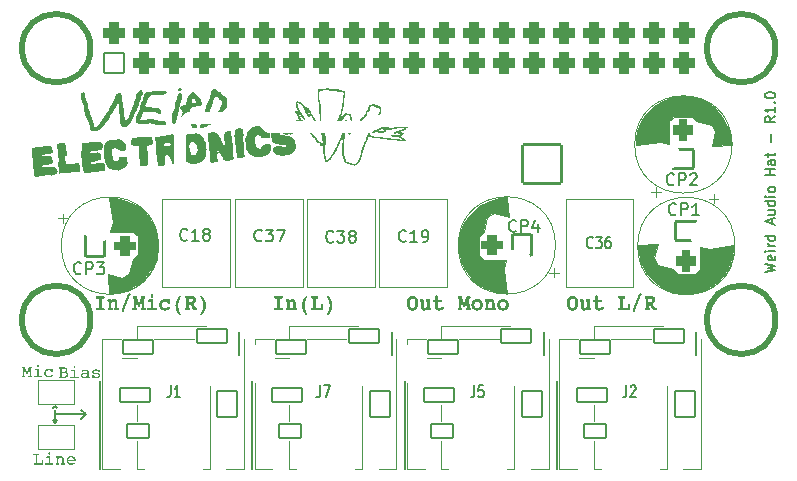
<source format=gto>
%TF.GenerationSoftware,KiCad,Pcbnew,7.0.9-7.0.9~ubuntu22.04.1*%
%TF.CreationDate,2023-12-11T10:38:12-03:00*%
%TF.ProjectId,WM_RB-HAT,574d5f52-422d-4484-9154-2e6b69636164,rev?*%
%TF.SameCoordinates,Original*%
%TF.FileFunction,Legend,Top*%
%TF.FilePolarity,Positive*%
%FSLAX46Y46*%
G04 Gerber Fmt 4.6, Leading zero omitted, Abs format (unit mm)*
G04 Created by KiCad (PCBNEW 7.0.9-7.0.9~ubuntu22.04.1) date 2023-12-11 10:38:12*
%MOMM*%
%LPD*%
G01*
G04 APERTURE LIST*
G04 Aperture macros list*
%AMRoundRect*
0 Rectangle with rounded corners*
0 $1 Rounding radius*
0 $2 $3 $4 $5 $6 $7 $8 $9 X,Y pos of 4 corners*
0 Add a 4 corners polygon primitive as box body*
4,1,4,$2,$3,$4,$5,$6,$7,$8,$9,$2,$3,0*
0 Add four circle primitives for the rounded corners*
1,1,$1+$1,$2,$3*
1,1,$1+$1,$4,$5*
1,1,$1+$1,$6,$7*
1,1,$1+$1,$8,$9*
0 Add four rect primitives between the rounded corners*
20,1,$1+$1,$2,$3,$4,$5,0*
20,1,$1+$1,$4,$5,$6,$7,0*
20,1,$1+$1,$6,$7,$8,$9,0*
20,1,$1+$1,$8,$9,$2,$3,0*%
%AMFreePoly0*
4,1,18,0.758779,0.830902,0.783205,0.805470,1.283205,0.055470,1.299919,-0.004031,1.283205,-0.055470,0.783205,-0.805470,0.734710,-0.843783,0.700000,-0.850000,-0.300000,-0.850000,-0.358779,-0.830902,-0.395106,-0.780902,-0.400000,-0.750000,-0.400000,0.750000,-0.380902,0.808779,-0.330902,0.845106,-0.300000,0.850000,0.700000,0.850000,0.758779,0.830902,0.758779,0.830902,$1*%
%AMFreePoly1*
4,1,20,0.258779,0.830902,0.295106,0.780902,0.300000,0.750000,0.300000,-0.750000,0.280902,-0.808779,0.230902,-0.845106,0.200000,-0.850000,-1.150000,-0.850000,-1.208779,-0.830902,-1.245106,-0.780902,-1.245106,-0.719098,-1.233205,-0.694530,-0.770185,0.000000,-1.233205,0.694530,-1.249919,0.754031,-1.228467,0.811992,-1.177043,0.846274,-1.150000,0.850000,0.200000,0.850000,0.258779,0.830902,
0.258779,0.830902,$1*%
G04 Aperture macros list end*
%ADD10C,0.150000*%
%ADD11C,0.500000*%
%ADD12C,0.250000*%
%ADD13C,0.180000*%
%ADD14C,0.120000*%
%ADD15C,1.000000*%
%ADD16C,1.400000*%
%ADD17C,1.700000*%
%ADD18O,1.600000X4.000000*%
%ADD19RoundRect,0.100000X1.250000X-0.600000X1.250000X0.600000X-1.250000X0.600000X-1.250000X-0.600000X0*%
%ADD20RoundRect,0.100000X0.950000X-0.600000X0.950000X0.600000X-0.950000X0.600000X-0.950000X-0.600000X0*%
%ADD21O,1.800000X2.300000*%
%ADD22O,3.000000X1.600000*%
%ADD23O,4.200000X2.100000*%
%ADD24RoundRect,0.100000X0.850000X-1.100000X0.850000X1.100000X-0.850000X1.100000X-0.850000X-1.100000X0*%
%ADD25O,1.800000X2.600000*%
%ADD26O,2.800000X1.400000*%
%ADD27C,1.800000*%
%ADD28C,3.400000*%
%ADD29FreePoly0,180.000000*%
%ADD30FreePoly1,180.000000*%
%ADD31RoundRect,0.100000X0.800000X0.900000X-0.800000X0.900000X-0.800000X-0.900000X0.800000X-0.900000X0*%
%ADD32RoundRect,0.100000X0.918559X0.530330X-0.530330X0.918559X-0.918559X-0.530330X0.530330X-0.918559X0*%
%ADD33RoundRect,0.475000X0.459279X0.265165X-0.265165X0.459279X-0.459279X-0.265165X0.265165X-0.459279X0*%
%ADD34RoundRect,0.475000X0.425000X0.375000X-0.425000X0.375000X-0.425000X-0.375000X0.425000X-0.375000X0*%
%ADD35FreePoly0,0.000000*%
%ADD36FreePoly1,0.000000*%
%ADD37RoundRect,0.100000X0.900000X-0.800000X0.900000X0.800000X-0.900000X0.800000X-0.900000X-0.800000X0*%
%ADD38RoundRect,0.100000X0.530330X-0.918559X0.918559X0.530330X-0.530330X0.918559X-0.918559X-0.530330X0*%
%ADD39RoundRect,0.475000X0.265165X-0.459279X0.459279X0.265165X-0.265165X0.459279X-0.459279X-0.265165X0*%
%ADD40RoundRect,0.475000X0.375000X-0.425000X0.375000X0.425000X-0.375000X0.425000X-0.375000X-0.425000X0*%
%ADD41RoundRect,0.100000X-0.900000X0.800000X-0.900000X-0.800000X0.900000X-0.800000X0.900000X0.800000X0*%
%ADD42RoundRect,0.100000X-0.530330X0.918559X-0.918559X-0.530330X0.530330X-0.918559X0.918559X0.530330X0*%
%ADD43RoundRect,0.475000X-0.265165X0.459279X-0.459279X-0.265165X0.265165X-0.459279X0.459279X0.265165X0*%
%ADD44RoundRect,0.475000X-0.375000X0.425000X-0.375000X-0.425000X0.375000X-0.425000X0.375000X0.425000X0*%
%ADD45RoundRect,0.100000X-0.800000X-0.900000X0.800000X-0.900000X0.800000X0.900000X-0.800000X0.900000X0*%
%ADD46RoundRect,0.100000X-0.918559X-0.530330X0.530330X-0.918559X0.918559X0.530330X-0.530330X0.918559X0*%
%ADD47RoundRect,0.475000X-0.459279X-0.265165X0.265165X-0.459279X0.459279X0.265165X-0.265165X0.459279X0*%
%ADD48RoundRect,0.475000X-0.425000X-0.375000X0.425000X-0.375000X0.425000X0.375000X-0.425000X0.375000X0*%
%ADD49RoundRect,0.100000X-0.850000X0.850000X-0.850000X-0.850000X0.850000X-0.850000X0.850000X0.850000X0*%
%ADD50RoundRect,0.525000X-0.425000X0.425000X-0.425000X-0.425000X0.425000X-0.425000X0.425000X0.425000X0*%
%ADD51C,1.100000*%
%ADD52RoundRect,0.100000X-1.650000X-1.650000X1.650000X-1.650000X1.650000X1.650000X-1.650000X1.650000X0*%
G04 APERTURE END LIST*
D10*
X81900000Y-94900000D02*
X81900000Y-95700000D01*
X81900000Y-96000000D02*
X82100000Y-95800000D01*
X81900000Y-96000000D02*
X81700000Y-95800000D01*
D11*
X142900000Y-64300000D02*
G75*
G03*
X142900000Y-64300000I-2900000J0D01*
G01*
D10*
X84500000Y-95300000D02*
X84100000Y-94900000D01*
D11*
X142900000Y-87300000D02*
G75*
G03*
X142900000Y-87300000I-2900000J0D01*
G01*
D10*
X84500000Y-95300000D02*
X84100000Y-95700000D01*
D11*
X84900000Y-87300000D02*
G75*
G03*
X84900000Y-87300000I-2900000J0D01*
G01*
D10*
X81900000Y-95300000D02*
X84500000Y-95300000D01*
D11*
X84900000Y-64300000D02*
G75*
G03*
X84900000Y-64300000I-2900000J0D01*
G01*
D10*
X81900000Y-94600000D02*
X82100000Y-94800000D01*
X81900000Y-94600000D02*
X81700000Y-94800000D01*
G36*
X82642645Y-91319132D02*
G01*
X82662072Y-91319900D01*
X82680866Y-91321176D01*
X82699027Y-91322955D01*
X82716553Y-91325235D01*
X82733445Y-91328012D01*
X82749703Y-91331282D01*
X82765327Y-91335041D01*
X82780316Y-91339287D01*
X82794669Y-91344015D01*
X82808388Y-91349222D01*
X82821471Y-91354904D01*
X82833918Y-91361058D01*
X82845729Y-91367680D01*
X82856903Y-91374767D01*
X82867441Y-91382314D01*
X82877343Y-91390319D01*
X82886607Y-91398777D01*
X82895234Y-91407686D01*
X82903224Y-91417041D01*
X82910576Y-91426839D01*
X82917290Y-91437077D01*
X82923365Y-91447750D01*
X82928803Y-91458855D01*
X82933601Y-91470389D01*
X82937760Y-91482348D01*
X82941280Y-91494728D01*
X82944161Y-91507526D01*
X82946402Y-91520739D01*
X82948003Y-91534362D01*
X82948964Y-91548392D01*
X82949284Y-91562825D01*
X82948887Y-91577518D01*
X82947697Y-91591771D01*
X82945712Y-91605578D01*
X82942933Y-91618934D01*
X82939358Y-91631834D01*
X82934989Y-91644272D01*
X82929823Y-91656242D01*
X82923862Y-91667740D01*
X82917103Y-91678758D01*
X82909548Y-91689293D01*
X82901196Y-91699338D01*
X82892046Y-91708888D01*
X82882097Y-91717937D01*
X82871350Y-91726480D01*
X82859804Y-91734512D01*
X82847459Y-91742026D01*
X82867278Y-91749590D01*
X82885734Y-91757884D01*
X82902841Y-91766917D01*
X82918610Y-91776701D01*
X82933051Y-91787247D01*
X82946177Y-91798566D01*
X82957999Y-91810669D01*
X82968528Y-91823566D01*
X82977775Y-91837270D01*
X82985752Y-91851791D01*
X82992471Y-91867140D01*
X82997942Y-91883328D01*
X83002178Y-91900366D01*
X83005190Y-91918265D01*
X83006988Y-91937037D01*
X83007585Y-91956691D01*
X83007174Y-91971255D01*
X83005949Y-91985615D01*
X83003921Y-91999749D01*
X83001099Y-92013636D01*
X82997495Y-92027253D01*
X82993119Y-92040580D01*
X82987983Y-92053594D01*
X82982095Y-92066274D01*
X82975468Y-92078598D01*
X82968111Y-92090544D01*
X82960036Y-92102092D01*
X82951253Y-92113219D01*
X82941772Y-92123904D01*
X82931605Y-92134124D01*
X82920762Y-92143859D01*
X82909253Y-92153087D01*
X82895023Y-92162880D01*
X82880640Y-92171551D01*
X82866094Y-92179168D01*
X82851376Y-92185797D01*
X82836477Y-92191507D01*
X82821388Y-92196365D01*
X82806099Y-92200440D01*
X82790603Y-92203798D01*
X82774889Y-92206507D01*
X82758949Y-92208636D01*
X82742773Y-92210251D01*
X82726353Y-92211421D01*
X82709680Y-92212213D01*
X82692744Y-92212695D01*
X82675537Y-92212935D01*
X82658049Y-92213000D01*
X82651630Y-92213000D01*
X82640099Y-92213000D01*
X82628291Y-92213000D01*
X82616324Y-92213000D01*
X82604316Y-92213000D01*
X82266870Y-92213000D01*
X82254437Y-92212145D01*
X82241310Y-92208688D01*
X82230833Y-92202599D01*
X82222968Y-92193902D01*
X82217678Y-92182623D01*
X82215276Y-92171757D01*
X82214480Y-92159266D01*
X82215218Y-92146242D01*
X82218567Y-92132503D01*
X82224737Y-92122399D01*
X82233855Y-92115371D01*
X82246052Y-92110862D01*
X82257298Y-92108799D01*
X82270402Y-92107605D01*
X82285420Y-92107044D01*
X82296521Y-92106906D01*
X82308513Y-92106876D01*
X82334574Y-92106876D01*
X82334574Y-91800327D01*
X82453325Y-91800327D01*
X82453325Y-92106876D01*
X82619630Y-92106876D01*
X82635543Y-92106776D01*
X82650942Y-92106470D01*
X82665827Y-92105947D01*
X82680199Y-92105199D01*
X82694059Y-92104216D01*
X82707407Y-92102989D01*
X82720244Y-92101507D01*
X82732571Y-92099761D01*
X82744387Y-92097741D01*
X82755694Y-92095438D01*
X82766491Y-92092843D01*
X82786563Y-92086736D01*
X82804606Y-92079342D01*
X82820626Y-92070587D01*
X82834626Y-92060391D01*
X82846612Y-92048680D01*
X82856589Y-92035375D01*
X82864561Y-92020401D01*
X82870533Y-92003681D01*
X82874510Y-91985137D01*
X82876496Y-91964694D01*
X82876744Y-91953736D01*
X82876496Y-91942517D01*
X82874516Y-91921645D01*
X82870563Y-91902787D01*
X82864643Y-91885853D01*
X82856763Y-91870756D01*
X82846929Y-91857406D01*
X82835148Y-91845713D01*
X82821428Y-91835590D01*
X82805774Y-91826947D01*
X82788194Y-91819695D01*
X82768693Y-91813746D01*
X82758225Y-91811232D01*
X82747280Y-91809010D01*
X82735858Y-91807069D01*
X82723960Y-91805398D01*
X82711587Y-91803986D01*
X82698739Y-91802821D01*
X82685419Y-91801894D01*
X82671626Y-91801191D01*
X82657362Y-91800704D01*
X82642626Y-91800419D01*
X82627421Y-91800327D01*
X82453325Y-91800327D01*
X82334574Y-91800327D01*
X82334574Y-91426879D01*
X82453325Y-91426879D01*
X82453325Y-91708174D01*
X82610226Y-91708174D01*
X82623166Y-91708045D01*
X82635691Y-91707658D01*
X82647801Y-91707012D01*
X82659496Y-91706103D01*
X82670777Y-91704931D01*
X82681644Y-91703493D01*
X82702136Y-91699816D01*
X82720975Y-91695057D01*
X82738163Y-91689203D01*
X82753704Y-91682240D01*
X82767598Y-91674154D01*
X82779849Y-91664931D01*
X82790459Y-91654559D01*
X82799430Y-91643022D01*
X82806765Y-91630307D01*
X82812465Y-91616400D01*
X82816534Y-91601288D01*
X82818974Y-91584957D01*
X82819787Y-91567392D01*
X82819607Y-91559165D01*
X82818168Y-91543378D01*
X82815297Y-91528497D01*
X82810999Y-91514543D01*
X82805282Y-91501538D01*
X82798151Y-91489501D01*
X82789613Y-91478455D01*
X82779674Y-91468420D01*
X82768339Y-91459416D01*
X82755617Y-91451465D01*
X82741512Y-91444587D01*
X82726031Y-91438804D01*
X82709181Y-91434136D01*
X82690968Y-91430603D01*
X82671397Y-91428228D01*
X82650476Y-91427030D01*
X82639511Y-91426879D01*
X82453325Y-91426879D01*
X82334574Y-91426879D01*
X82310125Y-91426879D01*
X82298432Y-91426816D01*
X82287622Y-91426587D01*
X82273022Y-91425802D01*
X82260310Y-91424312D01*
X82246191Y-91420882D01*
X82235178Y-91415372D01*
X82227130Y-91407308D01*
X82221904Y-91396218D01*
X82219751Y-91385631D01*
X82219047Y-91372877D01*
X82219101Y-91369602D01*
X82220392Y-91357499D01*
X82223374Y-91347007D01*
X82229422Y-91336185D01*
X82237978Y-91327946D01*
X82248970Y-91322326D01*
X82259467Y-91319741D01*
X82271437Y-91318875D01*
X82622585Y-91318875D01*
X82642645Y-91319132D01*
G37*
G36*
X83609131Y-92106876D02*
G01*
X83609131Y-91556108D01*
X83607111Y-91544895D01*
X83600996Y-91535843D01*
X83590701Y-91529342D01*
X83578486Y-91526093D01*
X83565875Y-91525212D01*
X83345837Y-91525212D01*
X83331758Y-91526019D01*
X83319545Y-91528448D01*
X83309203Y-91532508D01*
X83298910Y-91539891D01*
X83291551Y-91549855D01*
X83287130Y-91562419D01*
X83285714Y-91574355D01*
X83285655Y-91577602D01*
X83286660Y-91590104D01*
X83289664Y-91601001D01*
X83296207Y-91612335D01*
X83305818Y-91621094D01*
X83315696Y-91626222D01*
X83327502Y-91629659D01*
X83341221Y-91631387D01*
X83348792Y-91631604D01*
X83495216Y-91631604D01*
X83495216Y-92106876D01*
X83265774Y-92106876D01*
X83254594Y-92107324D01*
X83241352Y-92109323D01*
X83230027Y-92112942D01*
X83220634Y-92118199D01*
X83211634Y-92127105D01*
X83205709Y-92138637D01*
X83203203Y-92149779D01*
X83202637Y-92159266D01*
X83203570Y-92171757D01*
X83206369Y-92182623D01*
X83212499Y-92193902D01*
X83221557Y-92202599D01*
X83233549Y-92208688D01*
X83245260Y-92211666D01*
X83258856Y-92212946D01*
X83262550Y-92213000D01*
X83846364Y-92213000D01*
X83858186Y-92212698D01*
X83871772Y-92211232D01*
X83882983Y-92208317D01*
X83893851Y-92202253D01*
X83901452Y-92193040D01*
X83906033Y-92180187D01*
X83907688Y-92166954D01*
X83907889Y-92159266D01*
X83907017Y-92146370D01*
X83904392Y-92135439D01*
X83898620Y-92124422D01*
X83890053Y-92116210D01*
X83878659Y-92110654D01*
X83867489Y-92108022D01*
X83854475Y-92106921D01*
X83850931Y-92106876D01*
X83609131Y-92106876D01*
G37*
G36*
X83468886Y-91304636D02*
G01*
X83469077Y-91315605D01*
X83470150Y-91330015D01*
X83472308Y-91342136D01*
X83477146Y-91355050D01*
X83484570Y-91364649D01*
X83494953Y-91371365D01*
X83508670Y-91375627D01*
X83521372Y-91377474D01*
X83536317Y-91378366D01*
X83547606Y-91378519D01*
X83560379Y-91378310D01*
X83571657Y-91377639D01*
X83585976Y-91375623D01*
X83597452Y-91372200D01*
X83608872Y-91365065D01*
X83616535Y-91354515D01*
X83620261Y-91344046D01*
X83622602Y-91331142D01*
X83623869Y-91315580D01*
X83624272Y-91303621D01*
X83624429Y-91290318D01*
X83624445Y-91283143D01*
X83624343Y-91269026D01*
X83623986Y-91256166D01*
X83623294Y-91244514D01*
X83621452Y-91229197D01*
X83618409Y-91216331D01*
X83613896Y-91205755D01*
X83605129Y-91194937D01*
X83592635Y-91187524D01*
X83580437Y-91183969D01*
X83565516Y-91181954D01*
X83553925Y-91181386D01*
X83547606Y-91181318D01*
X83535299Y-91181602D01*
X83524322Y-91182506D01*
X83510189Y-91185200D01*
X83498633Y-91189735D01*
X83489404Y-91196378D01*
X83482253Y-91205397D01*
X83476929Y-91217058D01*
X83473183Y-91231628D01*
X83471439Y-91243090D01*
X83470211Y-91256043D01*
X83469426Y-91270565D01*
X83469009Y-91286736D01*
X83468886Y-91304636D01*
G37*
G36*
X84483936Y-91508266D02*
G01*
X84501089Y-91509015D01*
X84517642Y-91510266D01*
X84533596Y-91512021D01*
X84548955Y-91514283D01*
X84563720Y-91517054D01*
X84577895Y-91520337D01*
X84591483Y-91524133D01*
X84604485Y-91528445D01*
X84616904Y-91533275D01*
X84628744Y-91538626D01*
X84640006Y-91544500D01*
X84650693Y-91550898D01*
X84660808Y-91557825D01*
X84670354Y-91565281D01*
X84679333Y-91573269D01*
X84687747Y-91581792D01*
X84695599Y-91590852D01*
X84702893Y-91600451D01*
X84709630Y-91610591D01*
X84715812Y-91621274D01*
X84721444Y-91632504D01*
X84726527Y-91644282D01*
X84731064Y-91656611D01*
X84735057Y-91669493D01*
X84738509Y-91682929D01*
X84741423Y-91696924D01*
X84743802Y-91711478D01*
X84745647Y-91726595D01*
X84746962Y-91742276D01*
X84747749Y-91758524D01*
X84748011Y-91775341D01*
X84748011Y-92106876D01*
X84786430Y-92106876D01*
X84792242Y-92106900D01*
X84808401Y-92107298D01*
X84822689Y-92108298D01*
X84835157Y-92110044D01*
X84845857Y-92112679D01*
X84857461Y-92117823D01*
X84866137Y-92125143D01*
X84872007Y-92134978D01*
X84875193Y-92147669D01*
X84875896Y-92159266D01*
X84875837Y-92162540D01*
X84874421Y-92174626D01*
X84870001Y-92187443D01*
X84862641Y-92197692D01*
X84852348Y-92205349D01*
X84842006Y-92209591D01*
X84829794Y-92212145D01*
X84815715Y-92213000D01*
X84697233Y-92213000D01*
X84687290Y-92212207D01*
X84676123Y-92208989D01*
X84666427Y-92203303D01*
X84658276Y-92195154D01*
X84651744Y-92184550D01*
X84647733Y-92174303D01*
X84644842Y-92162490D01*
X84637051Y-92116279D01*
X84621560Y-92129734D01*
X84605723Y-92142387D01*
X84589554Y-92154228D01*
X84573066Y-92165248D01*
X84556273Y-92175439D01*
X84539188Y-92184791D01*
X84521824Y-92193295D01*
X84504195Y-92200943D01*
X84486314Y-92207725D01*
X84468195Y-92213632D01*
X84449850Y-92218655D01*
X84431294Y-92222785D01*
X84412539Y-92226013D01*
X84393600Y-92228330D01*
X84374489Y-92229727D01*
X84355219Y-92230194D01*
X84341220Y-92229926D01*
X84327537Y-92229128D01*
X84314179Y-92227811D01*
X84301155Y-92225985D01*
X84288473Y-92223660D01*
X84276142Y-92220847D01*
X84264169Y-92217556D01*
X84252563Y-92213797D01*
X84241333Y-92209581D01*
X84230487Y-92204918D01*
X84220032Y-92199818D01*
X84209978Y-92194293D01*
X84200334Y-92188351D01*
X84191106Y-92182003D01*
X84182304Y-92175260D01*
X84173936Y-92168132D01*
X84166011Y-92160629D01*
X84158536Y-92152763D01*
X84151520Y-92144542D01*
X84144972Y-92135977D01*
X84138899Y-92127079D01*
X84133311Y-92117858D01*
X84128215Y-92108325D01*
X84123620Y-92098489D01*
X84119534Y-92088361D01*
X84115966Y-92077951D01*
X84112924Y-92067270D01*
X84110416Y-92056328D01*
X84108451Y-92045135D01*
X84107037Y-92033702D01*
X84106183Y-92022039D01*
X84105896Y-92010156D01*
X84106100Y-92002364D01*
X84225990Y-92002364D01*
X84226685Y-92014122D01*
X84228736Y-92025483D01*
X84232099Y-92036398D01*
X84236725Y-92046816D01*
X84242567Y-92056689D01*
X84249580Y-92065965D01*
X84257716Y-92074594D01*
X84266929Y-92082528D01*
X84277171Y-92089715D01*
X84288395Y-92096107D01*
X84300556Y-92101652D01*
X84313605Y-92106301D01*
X84327497Y-92110004D01*
X84342184Y-92112711D01*
X84357620Y-92114371D01*
X84373757Y-92114936D01*
X84386413Y-92114696D01*
X84398978Y-92113988D01*
X84411430Y-92112830D01*
X84423751Y-92111242D01*
X84435920Y-92109241D01*
X84447916Y-92106846D01*
X84459719Y-92104076D01*
X84471309Y-92100949D01*
X84482665Y-92097483D01*
X84493766Y-92093697D01*
X84504593Y-92089610D01*
X84515126Y-92085240D01*
X84525343Y-92080605D01*
X84535224Y-92075725D01*
X84553899Y-92065300D01*
X84570986Y-92054113D01*
X84586324Y-92042312D01*
X84599750Y-92030045D01*
X84611100Y-92017460D01*
X84620211Y-92004705D01*
X84626920Y-91991928D01*
X84631066Y-91979277D01*
X84632484Y-91966900D01*
X84632484Y-91888181D01*
X84622944Y-91885244D01*
X84608558Y-91881162D01*
X84594077Y-91877476D01*
X84579493Y-91874194D01*
X84564799Y-91871324D01*
X84549990Y-91868873D01*
X84535058Y-91866850D01*
X84519996Y-91865263D01*
X84504799Y-91864119D01*
X84489459Y-91863427D01*
X84473970Y-91863195D01*
X84459147Y-91863363D01*
X84444753Y-91863863D01*
X84430791Y-91864690D01*
X84417264Y-91865836D01*
X84404174Y-91867295D01*
X84391525Y-91869062D01*
X84379318Y-91871130D01*
X84367557Y-91873492D01*
X84356244Y-91876143D01*
X84345382Y-91879076D01*
X84325022Y-91885765D01*
X84306498Y-91893506D01*
X84289832Y-91902252D01*
X84275046Y-91911952D01*
X84262161Y-91922556D01*
X84251199Y-91934014D01*
X84242182Y-91946276D01*
X84235131Y-91959292D01*
X84230067Y-91973012D01*
X84227013Y-91987386D01*
X84225990Y-92002364D01*
X84106100Y-92002364D01*
X84106261Y-91996242D01*
X84107351Y-91982663D01*
X84109162Y-91969428D01*
X84111689Y-91956543D01*
X84114927Y-91944014D01*
X84118872Y-91931849D01*
X84123519Y-91920054D01*
X84128863Y-91908637D01*
X84134899Y-91897605D01*
X84141623Y-91886964D01*
X84149029Y-91876722D01*
X84157114Y-91866884D01*
X84165871Y-91857459D01*
X84175297Y-91848454D01*
X84185386Y-91839874D01*
X84196135Y-91831727D01*
X84207537Y-91824021D01*
X84219589Y-91816761D01*
X84232285Y-91809955D01*
X84245621Y-91803610D01*
X84259593Y-91797733D01*
X84274194Y-91792330D01*
X84289421Y-91787409D01*
X84305268Y-91782977D01*
X84321732Y-91779040D01*
X84338806Y-91775605D01*
X84356487Y-91772680D01*
X84374770Y-91770271D01*
X84393649Y-91768386D01*
X84413120Y-91767030D01*
X84433179Y-91766212D01*
X84453820Y-91765937D01*
X84464803Y-91766029D01*
X84475789Y-91766302D01*
X84486785Y-91766757D01*
X84497793Y-91767394D01*
X84508819Y-91768212D01*
X84519867Y-91769210D01*
X84530940Y-91770389D01*
X84542044Y-91771747D01*
X84553182Y-91773285D01*
X84564359Y-91775002D01*
X84575580Y-91776898D01*
X84586848Y-91778972D01*
X84598168Y-91781224D01*
X84609545Y-91783653D01*
X84620982Y-91786260D01*
X84632484Y-91789043D01*
X84632484Y-91784475D01*
X84631849Y-91763483D01*
X84629938Y-91743922D01*
X84626739Y-91725782D01*
X84622241Y-91709051D01*
X84616433Y-91693721D01*
X84609305Y-91679779D01*
X84600845Y-91667215D01*
X84591042Y-91656019D01*
X84579885Y-91646180D01*
X84567364Y-91637687D01*
X84553466Y-91630530D01*
X84538182Y-91624698D01*
X84521499Y-91620181D01*
X84503408Y-91616967D01*
X84483897Y-91615047D01*
X84462955Y-91614409D01*
X84443569Y-91615121D01*
X84425168Y-91617134D01*
X84407690Y-91620261D01*
X84391074Y-91624316D01*
X84375259Y-91629115D01*
X84360185Y-91634471D01*
X84345790Y-91640199D01*
X84332013Y-91646112D01*
X84318794Y-91652025D01*
X84306071Y-91657753D01*
X84293783Y-91663109D01*
X84281869Y-91667907D01*
X84270269Y-91671963D01*
X84258921Y-91675090D01*
X84247764Y-91677103D01*
X84236737Y-91677815D01*
X84234157Y-91677742D01*
X84221775Y-91675279D01*
X84210572Y-91669489D01*
X84200971Y-91660620D01*
X84194729Y-91651473D01*
X84190002Y-91640638D01*
X84187006Y-91628241D01*
X84185959Y-91614409D01*
X84186282Y-91609495D01*
X84191046Y-91594796D01*
X84197292Y-91585136D01*
X84205903Y-91575683D01*
X84216806Y-91566518D01*
X84229922Y-91557723D01*
X84245178Y-91549379D01*
X84262496Y-91541567D01*
X84281800Y-91534369D01*
X84292174Y-91531026D01*
X84303016Y-91527866D01*
X84314316Y-91524901D01*
X84326066Y-91522141D01*
X84338255Y-91519595D01*
X84350874Y-91517273D01*
X84363915Y-91515187D01*
X84377366Y-91513346D01*
X84391219Y-91511760D01*
X84405465Y-91510440D01*
X84420093Y-91509395D01*
X84435094Y-91508636D01*
X84450459Y-91508173D01*
X84466179Y-91508017D01*
X84483936Y-91508266D01*
G37*
G36*
X85062889Y-92159535D02*
G01*
X85063416Y-92172368D01*
X85064982Y-92183963D01*
X85068644Y-92197488D01*
X85074054Y-92208790D01*
X85081155Y-92217857D01*
X85089889Y-92224676D01*
X85100201Y-92229235D01*
X85112034Y-92231520D01*
X85118503Y-92231806D01*
X85130727Y-92230049D01*
X85143090Y-92225795D01*
X85154828Y-92220362D01*
X85165214Y-92214806D01*
X85176532Y-92208195D01*
X85188820Y-92200548D01*
X85195341Y-92196342D01*
X85211103Y-92200309D01*
X85226653Y-92204045D01*
X85241993Y-92207547D01*
X85257126Y-92210812D01*
X85272055Y-92213837D01*
X85286782Y-92216617D01*
X85301308Y-92219148D01*
X85315637Y-92221429D01*
X85329771Y-92223454D01*
X85343712Y-92225221D01*
X85357462Y-92226726D01*
X85371025Y-92227965D01*
X85384401Y-92228935D01*
X85397594Y-92229632D01*
X85410606Y-92230053D01*
X85423440Y-92230194D01*
X85440807Y-92229921D01*
X85457692Y-92229110D01*
X85474091Y-92227771D01*
X85489999Y-92225916D01*
X85505413Y-92223555D01*
X85520326Y-92220700D01*
X85534735Y-92217361D01*
X85548635Y-92213549D01*
X85562021Y-92209276D01*
X85574889Y-92204552D01*
X85587234Y-92199389D01*
X85599052Y-92193797D01*
X85610338Y-92187787D01*
X85621088Y-92181370D01*
X85631296Y-92174557D01*
X85640959Y-92167360D01*
X85650072Y-92159788D01*
X85658630Y-92151854D01*
X85666629Y-92143568D01*
X85674064Y-92134941D01*
X85680930Y-92125984D01*
X85687223Y-92116707D01*
X85692939Y-92107123D01*
X85698072Y-92097242D01*
X85702619Y-92087074D01*
X85706574Y-92076632D01*
X85709933Y-92065925D01*
X85712692Y-92054965D01*
X85714846Y-92043763D01*
X85716390Y-92032329D01*
X85717319Y-92020676D01*
X85717630Y-92008812D01*
X85717328Y-91995342D01*
X85716420Y-91982379D01*
X85714910Y-91969919D01*
X85712798Y-91957956D01*
X85710086Y-91946482D01*
X85706776Y-91935492D01*
X85702869Y-91924980D01*
X85698366Y-91914939D01*
X85693270Y-91905363D01*
X85681301Y-91887582D01*
X85666975Y-91871587D01*
X85658932Y-91864244D01*
X85650305Y-91857329D01*
X85641094Y-91850836D01*
X85631301Y-91844759D01*
X85620928Y-91839091D01*
X85609977Y-91833826D01*
X85598449Y-91828958D01*
X85586345Y-91824481D01*
X85573667Y-91820388D01*
X85560416Y-91816674D01*
X85546594Y-91813332D01*
X85532203Y-91810356D01*
X85517244Y-91807740D01*
X85501719Y-91805477D01*
X85485628Y-91803562D01*
X85468975Y-91801988D01*
X85451759Y-91800750D01*
X85433983Y-91799840D01*
X85415648Y-91799252D01*
X85401976Y-91798933D01*
X85388669Y-91798570D01*
X85375732Y-91798152D01*
X85363168Y-91797665D01*
X85350983Y-91797096D01*
X85339181Y-91796433D01*
X85327767Y-91795661D01*
X85316745Y-91794769D01*
X85295896Y-91792570D01*
X85276670Y-91789731D01*
X85259103Y-91786150D01*
X85243231Y-91781722D01*
X85229091Y-91776342D01*
X85216719Y-91769909D01*
X85206151Y-91762316D01*
X85197424Y-91753461D01*
X85190572Y-91743240D01*
X85185634Y-91731548D01*
X85182644Y-91718282D01*
X85181639Y-91703338D01*
X85182303Y-91691577D01*
X85184282Y-91680112D01*
X85187555Y-91669008D01*
X85192101Y-91658328D01*
X85197900Y-91648136D01*
X85204932Y-91638496D01*
X85213176Y-91629471D01*
X85222611Y-91621126D01*
X85233218Y-91613523D01*
X85244976Y-91606728D01*
X85257863Y-91600803D01*
X85271861Y-91595812D01*
X85286948Y-91591820D01*
X85303104Y-91588889D01*
X85320309Y-91587084D01*
X85338541Y-91586468D01*
X85353033Y-91586698D01*
X85367014Y-91587404D01*
X85380520Y-91588607D01*
X85393588Y-91590330D01*
X85406255Y-91592594D01*
X85418557Y-91595422D01*
X85430531Y-91598835D01*
X85442213Y-91602856D01*
X85453640Y-91607507D01*
X85464849Y-91612810D01*
X85475876Y-91618786D01*
X85486757Y-91625458D01*
X85497530Y-91632848D01*
X85508231Y-91640978D01*
X85518897Y-91649870D01*
X85529563Y-91659545D01*
X85537597Y-91667426D01*
X85545020Y-91675211D01*
X85555161Y-91686587D01*
X85564317Y-91697429D01*
X85572722Y-91707543D01*
X85580610Y-91716738D01*
X85588215Y-91724820D01*
X85598318Y-91733534D01*
X85608886Y-91739472D01*
X85620475Y-91742177D01*
X85623597Y-91742295D01*
X85636346Y-91741004D01*
X85647059Y-91737161D01*
X85655838Y-91730804D01*
X85662789Y-91721977D01*
X85668014Y-91710718D01*
X85671617Y-91697070D01*
X85673318Y-91685291D01*
X85674209Y-91672207D01*
X85674375Y-91662769D01*
X85674375Y-91571154D01*
X85673929Y-91557496D01*
X85672590Y-91545231D01*
X85670358Y-91534347D01*
X85665995Y-91521966D01*
X85660044Y-91511996D01*
X85650374Y-91502887D01*
X85638225Y-91497457D01*
X85626721Y-91495730D01*
X85623597Y-91495658D01*
X85609672Y-91496917D01*
X85597683Y-91500234D01*
X85587275Y-91504924D01*
X85575945Y-91511672D01*
X85565834Y-91518151D01*
X85556247Y-91523022D01*
X85546489Y-91524943D01*
X85533541Y-91522704D01*
X85522952Y-91519612D01*
X85510184Y-91515619D01*
X85495186Y-91511065D01*
X85483924Y-91507883D01*
X85471631Y-91504700D01*
X85458294Y-91501618D01*
X85443896Y-91498736D01*
X85428423Y-91496154D01*
X85411859Y-91493971D01*
X85394188Y-91492288D01*
X85375396Y-91491205D01*
X85355467Y-91490822D01*
X85338256Y-91491074D01*
X85321535Y-91491826D01*
X85305308Y-91493069D01*
X85289578Y-91494795D01*
X85274350Y-91496998D01*
X85259626Y-91499668D01*
X85245411Y-91502800D01*
X85231708Y-91506384D01*
X85218521Y-91510413D01*
X85205854Y-91514880D01*
X85193710Y-91519776D01*
X85182093Y-91525095D01*
X85171007Y-91530827D01*
X85160455Y-91536966D01*
X85150442Y-91543504D01*
X85140970Y-91550433D01*
X85132044Y-91557745D01*
X85123666Y-91565433D01*
X85115842Y-91573488D01*
X85108574Y-91581904D01*
X85101866Y-91590672D01*
X85095723Y-91599785D01*
X85090147Y-91609235D01*
X85085142Y-91619014D01*
X85080712Y-91629115D01*
X85076861Y-91639529D01*
X85073592Y-91650250D01*
X85070909Y-91661269D01*
X85068816Y-91672579D01*
X85067317Y-91684171D01*
X85066414Y-91696039D01*
X85066113Y-91708174D01*
X85066432Y-91720981D01*
X85067391Y-91733406D01*
X85068984Y-91745450D01*
X85071211Y-91757108D01*
X85074068Y-91768381D01*
X85077553Y-91779265D01*
X85081664Y-91789761D01*
X85086397Y-91799865D01*
X85091750Y-91809577D01*
X85097722Y-91818894D01*
X85104308Y-91827814D01*
X85111507Y-91836338D01*
X85119316Y-91844461D01*
X85127732Y-91852184D01*
X85136753Y-91859504D01*
X85146377Y-91866419D01*
X85156600Y-91872928D01*
X85167421Y-91879029D01*
X85178836Y-91884721D01*
X85190843Y-91890002D01*
X85203440Y-91894870D01*
X85216624Y-91899323D01*
X85230392Y-91903360D01*
X85244743Y-91906979D01*
X85259672Y-91910179D01*
X85275178Y-91912957D01*
X85291259Y-91915313D01*
X85307911Y-91917244D01*
X85325132Y-91918749D01*
X85342920Y-91919826D01*
X85361271Y-91920473D01*
X85380184Y-91920690D01*
X85391490Y-91920690D01*
X85402745Y-91920690D01*
X85414284Y-91920690D01*
X85423440Y-91920690D01*
X85444113Y-91920950D01*
X85463419Y-91921761D01*
X85481361Y-91923173D01*
X85497945Y-91925232D01*
X85513174Y-91927987D01*
X85527055Y-91931486D01*
X85539591Y-91935776D01*
X85550788Y-91940907D01*
X85560650Y-91946925D01*
X85569181Y-91953879D01*
X85579495Y-91966171D01*
X85584721Y-91975675D01*
X85588634Y-91986283D01*
X85591238Y-91998042D01*
X85592538Y-92011002D01*
X85592700Y-92017947D01*
X85591913Y-92030266D01*
X85589577Y-92042107D01*
X85585731Y-92053426D01*
X85580413Y-92064179D01*
X85573660Y-92074323D01*
X85565512Y-92083814D01*
X85556005Y-92092609D01*
X85545180Y-92100663D01*
X85533072Y-92107933D01*
X85519722Y-92114376D01*
X85505166Y-92119947D01*
X85489444Y-92124604D01*
X85472593Y-92128301D01*
X85454651Y-92130997D01*
X85435657Y-92132646D01*
X85415648Y-92133205D01*
X85396794Y-92132785D01*
X85378343Y-92131546D01*
X85360342Y-92129518D01*
X85342835Y-92126732D01*
X85325869Y-92123219D01*
X85309488Y-92119009D01*
X85293737Y-92114133D01*
X85278662Y-92108622D01*
X85264308Y-92102507D01*
X85250720Y-92095818D01*
X85237944Y-92088585D01*
X85226024Y-92080840D01*
X85215007Y-92072614D01*
X85204936Y-92063936D01*
X85195859Y-92054839D01*
X85187819Y-92045351D01*
X85180405Y-92034586D01*
X85174359Y-92023895D01*
X85169260Y-92013492D01*
X85164692Y-92003593D01*
X85158702Y-91991551D01*
X85151919Y-91981296D01*
X85143350Y-91973340D01*
X85132005Y-91968192D01*
X85121077Y-91966481D01*
X85116891Y-91966363D01*
X85103077Y-91967352D01*
X85091565Y-91970297D01*
X85080195Y-91976674D01*
X85071923Y-91985984D01*
X85066473Y-91998160D01*
X85063958Y-92009918D01*
X85062930Y-92023433D01*
X85062889Y-92027082D01*
X85062889Y-92159535D01*
G37*
D12*
G36*
X112195591Y-85253067D02*
G01*
X112222140Y-85255373D01*
X112248162Y-85259178D01*
X112273635Y-85264453D01*
X112298535Y-85271167D01*
X112322837Y-85279289D01*
X112346520Y-85288790D01*
X112369560Y-85299639D01*
X112391934Y-85311805D01*
X112413617Y-85325258D01*
X112434587Y-85339969D01*
X112454821Y-85355905D01*
X112474295Y-85373037D01*
X112492986Y-85391335D01*
X112510871Y-85410769D01*
X112527926Y-85431307D01*
X112544128Y-85452919D01*
X112559454Y-85475575D01*
X112573880Y-85499245D01*
X112587383Y-85523899D01*
X112599940Y-85549505D01*
X112611527Y-85576033D01*
X112622121Y-85603454D01*
X112631699Y-85631737D01*
X112640238Y-85660850D01*
X112647714Y-85690765D01*
X112654103Y-85721450D01*
X112659383Y-85752875D01*
X112663531Y-85785010D01*
X112666522Y-85817824D01*
X112668334Y-85851288D01*
X112668943Y-85885369D01*
X112668334Y-85919677D01*
X112666522Y-85953337D01*
X112663531Y-85986321D01*
X112659383Y-86018600D01*
X112654103Y-86050145D01*
X112647714Y-86080926D01*
X112640238Y-86110916D01*
X112631699Y-86140084D01*
X112622121Y-86168402D01*
X112611527Y-86195842D01*
X112599940Y-86222373D01*
X112587383Y-86247967D01*
X112573880Y-86272595D01*
X112559454Y-86296228D01*
X112544128Y-86318837D01*
X112527926Y-86340394D01*
X112510871Y-86360868D01*
X112492986Y-86380232D01*
X112474295Y-86398455D01*
X112454821Y-86415510D01*
X112434587Y-86431367D01*
X112413617Y-86445997D01*
X112391934Y-86459371D01*
X112369560Y-86471461D01*
X112346520Y-86482236D01*
X112322837Y-86491669D01*
X112298535Y-86499731D01*
X112273635Y-86506391D01*
X112248162Y-86511622D01*
X112222140Y-86515394D01*
X112195591Y-86517679D01*
X112168538Y-86518447D01*
X112141787Y-86517679D01*
X112115490Y-86515394D01*
X112089673Y-86511622D01*
X112064362Y-86506391D01*
X112039582Y-86499731D01*
X112015360Y-86491669D01*
X111991721Y-86482236D01*
X111968692Y-86471461D01*
X111946298Y-86459371D01*
X111924565Y-86445997D01*
X111903519Y-86431367D01*
X111883187Y-86415510D01*
X111863594Y-86398455D01*
X111844765Y-86380232D01*
X111826728Y-86360868D01*
X111809507Y-86340394D01*
X111793129Y-86318837D01*
X111777620Y-86296228D01*
X111763006Y-86272595D01*
X111749312Y-86247967D01*
X111736565Y-86222373D01*
X111724790Y-86195842D01*
X111714013Y-86168402D01*
X111704261Y-86140084D01*
X111695559Y-86110916D01*
X111687933Y-86080926D01*
X111681409Y-86050145D01*
X111676013Y-86018600D01*
X111671771Y-85986321D01*
X111668709Y-85953337D01*
X111666853Y-85919677D01*
X111666228Y-85885369D01*
X111922781Y-85885369D01*
X111923072Y-85909010D01*
X111923940Y-85931979D01*
X111925373Y-85954273D01*
X111927363Y-85975886D01*
X111929899Y-85996812D01*
X111932972Y-86017046D01*
X111936571Y-86036584D01*
X111940686Y-86055420D01*
X111945308Y-86073548D01*
X111950426Y-86090964D01*
X111956031Y-86107661D01*
X111962113Y-86123636D01*
X111968661Y-86138883D01*
X111975666Y-86153396D01*
X111983118Y-86167171D01*
X111991007Y-86180201D01*
X111999323Y-86192482D01*
X112008056Y-86204009D01*
X112017196Y-86214776D01*
X112026733Y-86224779D01*
X112036658Y-86234011D01*
X112057628Y-86250144D01*
X112080028Y-86263134D01*
X112103779Y-86272939D01*
X112116135Y-86276634D01*
X112128799Y-86279516D01*
X112141761Y-86281582D01*
X112155011Y-86282825D01*
X112168538Y-86283241D01*
X112182205Y-86282832D01*
X112195577Y-86281606D01*
X112208644Y-86279569D01*
X112221397Y-86276724D01*
X112233827Y-86273074D01*
X112257684Y-86263380D01*
X112280140Y-86250519D01*
X112301124Y-86234522D01*
X112311041Y-86225358D01*
X112320562Y-86215423D01*
X112329679Y-86204719D01*
X112338383Y-86193252D01*
X112346664Y-86181025D01*
X112354514Y-86168043D01*
X112361923Y-86154309D01*
X112368882Y-86139827D01*
X112375382Y-86124602D01*
X112381415Y-86108638D01*
X112386970Y-86091938D01*
X112392039Y-86074506D01*
X112396614Y-86056347D01*
X112400684Y-86037465D01*
X112404240Y-86017863D01*
X112407275Y-85997545D01*
X112409778Y-85976517D01*
X112411741Y-85954781D01*
X112413154Y-85932342D01*
X112414008Y-85909203D01*
X112414295Y-85885369D01*
X112414008Y-85861574D01*
X112413154Y-85838482D01*
X112411741Y-85816097D01*
X112409778Y-85794422D01*
X112407275Y-85773460D01*
X112404240Y-85753215D01*
X112400684Y-85733690D01*
X112396614Y-85714890D01*
X112392039Y-85696816D01*
X112386970Y-85679473D01*
X112381415Y-85662864D01*
X112375382Y-85646993D01*
X112368882Y-85631862D01*
X112361923Y-85617476D01*
X112354514Y-85603837D01*
X112346664Y-85590950D01*
X112338383Y-85578817D01*
X112329679Y-85567442D01*
X112320562Y-85556828D01*
X112301124Y-85537899D01*
X112280140Y-85522057D01*
X112257684Y-85509328D01*
X112233827Y-85499741D01*
X112221397Y-85496134D01*
X112208644Y-85493322D01*
X112195577Y-85491310D01*
X112182205Y-85490100D01*
X112168538Y-85489696D01*
X112154703Y-85490106D01*
X112141185Y-85491334D01*
X112127992Y-85493375D01*
X112115132Y-85496224D01*
X112102613Y-85499877D01*
X112090443Y-85504328D01*
X112067181Y-85515610D01*
X112045412Y-85530033D01*
X112025198Y-85547559D01*
X112015695Y-85557475D01*
X112006606Y-85568152D01*
X111997937Y-85579587D01*
X111989697Y-85591774D01*
X111981895Y-85604710D01*
X111974538Y-85618389D01*
X111967634Y-85632807D01*
X111961192Y-85647959D01*
X111955218Y-85663841D01*
X111949722Y-85680447D01*
X111944712Y-85697774D01*
X111940195Y-85715817D01*
X111936179Y-85734571D01*
X111932672Y-85754031D01*
X111929683Y-85774193D01*
X111927220Y-85795053D01*
X111925290Y-85816605D01*
X111923901Y-85838844D01*
X111923062Y-85861768D01*
X111922781Y-85885369D01*
X111666228Y-85885369D01*
X111666832Y-85851094D01*
X111668629Y-85817462D01*
X111671597Y-85784502D01*
X111675713Y-85752244D01*
X111680957Y-85720716D01*
X111687307Y-85689948D01*
X111694740Y-85659970D01*
X111703234Y-85630809D01*
X111712767Y-85602496D01*
X111723319Y-85575059D01*
X111734866Y-85548529D01*
X111747386Y-85522933D01*
X111760859Y-85498301D01*
X111775261Y-85474663D01*
X111790572Y-85452047D01*
X111806769Y-85430482D01*
X111823829Y-85409999D01*
X111841732Y-85390625D01*
X111860456Y-85372391D01*
X111879978Y-85355325D01*
X111900276Y-85339457D01*
X111921329Y-85324816D01*
X111943115Y-85311430D01*
X111965611Y-85299330D01*
X111988796Y-85288543D01*
X112012648Y-85279101D01*
X112037145Y-85271031D01*
X112062265Y-85264363D01*
X112087986Y-85259125D01*
X112114287Y-85255348D01*
X112141145Y-85253061D01*
X112168538Y-85252292D01*
X112195591Y-85253067D01*
G37*
G36*
X113621807Y-86270418D02*
G01*
X113621807Y-85601437D01*
X113619246Y-85584995D01*
X113611707Y-85571995D01*
X113599412Y-85562828D01*
X113585252Y-85558318D01*
X113571005Y-85557107D01*
X113403357Y-85557107D01*
X113389794Y-85557412D01*
X113377090Y-85558361D01*
X113359648Y-85561108D01*
X113344150Y-85565597D01*
X113330603Y-85572006D01*
X113319017Y-85580508D01*
X113309397Y-85591281D01*
X113301753Y-85604500D01*
X113296092Y-85620340D01*
X113292421Y-85638977D01*
X113290750Y-85660587D01*
X113290639Y-85668482D01*
X113291546Y-85688299D01*
X113294251Y-85706308D01*
X113298724Y-85722478D01*
X113304938Y-85736778D01*
X113312864Y-85749177D01*
X113322473Y-85759645D01*
X113333738Y-85768151D01*
X113346630Y-85774664D01*
X113361122Y-85779154D01*
X113377184Y-85781588D01*
X113388751Y-85782055D01*
X113401885Y-85782055D01*
X113403357Y-85782055D01*
X113403357Y-86072581D01*
X113402496Y-86098662D01*
X113399969Y-86123301D01*
X113395860Y-86146466D01*
X113390249Y-86168122D01*
X113383221Y-86188238D01*
X113374858Y-86206778D01*
X113365243Y-86223711D01*
X113354459Y-86239002D01*
X113342589Y-86252620D01*
X113329714Y-86264529D01*
X113315919Y-86274698D01*
X113301285Y-86283092D01*
X113285896Y-86289679D01*
X113269835Y-86294425D01*
X113253184Y-86297297D01*
X113236026Y-86298262D01*
X113217757Y-86297342D01*
X113201128Y-86294591D01*
X113186076Y-86290027D01*
X113172538Y-86283665D01*
X113160448Y-86275521D01*
X113149744Y-86265611D01*
X113140362Y-86253952D01*
X113132238Y-86240560D01*
X113125308Y-86225450D01*
X113119509Y-86208639D01*
X113114777Y-86190142D01*
X113111049Y-86169977D01*
X113108260Y-86148159D01*
X113106346Y-86124704D01*
X113105245Y-86099628D01*
X113104892Y-86072948D01*
X113104892Y-85601437D01*
X113102561Y-85584995D01*
X113095540Y-85571995D01*
X113083791Y-85562828D01*
X113069926Y-85558318D01*
X113055677Y-85557107D01*
X112888346Y-85557107D01*
X112874784Y-85557412D01*
X112862080Y-85558361D01*
X112844638Y-85561108D01*
X112829140Y-85565597D01*
X112815593Y-85572006D01*
X112804006Y-85580508D01*
X112794387Y-85591281D01*
X112786742Y-85604500D01*
X112781081Y-85620340D01*
X112777411Y-85638977D01*
X112775740Y-85660587D01*
X112775628Y-85668482D01*
X112776489Y-85688299D01*
X112779065Y-85706308D01*
X112783347Y-85722478D01*
X112789325Y-85736778D01*
X112796990Y-85749177D01*
X112806332Y-85759645D01*
X112817343Y-85768151D01*
X112830013Y-85774664D01*
X112844331Y-85779154D01*
X112860290Y-85781588D01*
X112871835Y-85782055D01*
X112884970Y-85782055D01*
X112886441Y-85782055D01*
X112886441Y-86118377D01*
X112886708Y-86142926D01*
X112887512Y-86166702D01*
X112888853Y-86189705D01*
X112890734Y-86211933D01*
X112893157Y-86233387D01*
X112896123Y-86254066D01*
X112899636Y-86273970D01*
X112903696Y-86293098D01*
X112908306Y-86311451D01*
X112913468Y-86329027D01*
X112919183Y-86345826D01*
X112925455Y-86361848D01*
X112932283Y-86377092D01*
X112939672Y-86391558D01*
X112947622Y-86405246D01*
X112956136Y-86418155D01*
X112965215Y-86430284D01*
X112974862Y-86441634D01*
X112985078Y-86452204D01*
X112995866Y-86461994D01*
X113007228Y-86471002D01*
X113019164Y-86479230D01*
X113031679Y-86486676D01*
X113044772Y-86493339D01*
X113058447Y-86499221D01*
X113072706Y-86504319D01*
X113087550Y-86508634D01*
X113102981Y-86512166D01*
X113119001Y-86514913D01*
X113135613Y-86516876D01*
X113152818Y-86518054D01*
X113170618Y-86518447D01*
X113191371Y-86517884D01*
X113211372Y-86516191D01*
X113230633Y-86513366D01*
X113249168Y-86509402D01*
X113266991Y-86504297D01*
X113284114Y-86498045D01*
X113300552Y-86490642D01*
X113316318Y-86482085D01*
X113331425Y-86472369D01*
X113345887Y-86461489D01*
X113359717Y-86449441D01*
X113372930Y-86436221D01*
X113385537Y-86421825D01*
X113397554Y-86406248D01*
X113408993Y-86389486D01*
X113419867Y-86371535D01*
X113419867Y-86449204D01*
X113422449Y-86465679D01*
X113430127Y-86479089D01*
X113440689Y-86487658D01*
X113454859Y-86493096D01*
X113469379Y-86494945D01*
X113472575Y-86495000D01*
X113621807Y-86495000D01*
X113635352Y-86494674D01*
X113653999Y-86492892D01*
X113670650Y-86489418D01*
X113685313Y-86484094D01*
X113697995Y-86476763D01*
X113708705Y-86467266D01*
X113717450Y-86455447D01*
X113724238Y-86441148D01*
X113729076Y-86424211D01*
X113731974Y-86404478D01*
X113732831Y-86389693D01*
X113732938Y-86381793D01*
X113732077Y-86362030D01*
X113729499Y-86344170D01*
X113725212Y-86328221D01*
X113719225Y-86314192D01*
X113711544Y-86302093D01*
X113702177Y-86291933D01*
X113691133Y-86283721D01*
X113678420Y-86277465D01*
X113664044Y-86273175D01*
X113648015Y-86270860D01*
X113636413Y-86270418D01*
X113623332Y-86270418D01*
X113621807Y-86270418D01*
G37*
G36*
X113993936Y-85828949D02*
G01*
X114077760Y-85828949D01*
X114077760Y-86093098D01*
X114077760Y-86108450D01*
X114077760Y-86116545D01*
X114077794Y-86139555D01*
X114077945Y-86161878D01*
X114078283Y-86183524D01*
X114078881Y-86204501D01*
X114079810Y-86224820D01*
X114081142Y-86244489D01*
X114082949Y-86263517D01*
X114085301Y-86281913D01*
X114088271Y-86299687D01*
X114091930Y-86316847D01*
X114096351Y-86333403D01*
X114101603Y-86349364D01*
X114107760Y-86364739D01*
X114114893Y-86379537D01*
X114123073Y-86393767D01*
X114132373Y-86407438D01*
X114142443Y-86420096D01*
X114153476Y-86432089D01*
X114165458Y-86443395D01*
X114178378Y-86453995D01*
X114192222Y-86463868D01*
X114206978Y-86472991D01*
X114222634Y-86481345D01*
X114239177Y-86488909D01*
X114256594Y-86495661D01*
X114274873Y-86501580D01*
X114294002Y-86506647D01*
X114313967Y-86510839D01*
X114334756Y-86514136D01*
X114356357Y-86516517D01*
X114378757Y-86517961D01*
X114401944Y-86518447D01*
X114422467Y-86518119D01*
X114442762Y-86517153D01*
X114462800Y-86515572D01*
X114482555Y-86513402D01*
X114501997Y-86510667D01*
X114521100Y-86507391D01*
X114539836Y-86503599D01*
X114558176Y-86499316D01*
X114576094Y-86494565D01*
X114593561Y-86489373D01*
X114610550Y-86483763D01*
X114627033Y-86477759D01*
X114642982Y-86471387D01*
X114658370Y-86464670D01*
X114673169Y-86457634D01*
X114687350Y-86450303D01*
X114700888Y-86442702D01*
X114713752Y-86434854D01*
X114725917Y-86426785D01*
X114737354Y-86418520D01*
X114748035Y-86410082D01*
X114767020Y-86392787D01*
X114782649Y-86375098D01*
X114794702Y-86357211D01*
X114802956Y-86339323D01*
X114807189Y-86321629D01*
X114807729Y-86312916D01*
X114806654Y-86293405D01*
X114803549Y-86275331D01*
X114798595Y-86258801D01*
X114791972Y-86243918D01*
X114783862Y-86230789D01*
X114774444Y-86219519D01*
X114763898Y-86210212D01*
X114752406Y-86202973D01*
X114740149Y-86197908D01*
X114727305Y-86195121D01*
X114718507Y-86194581D01*
X114704026Y-86195626D01*
X114689252Y-86198579D01*
X114674145Y-86203169D01*
X114658665Y-86209121D01*
X114642772Y-86216164D01*
X114626426Y-86224024D01*
X114609587Y-86232430D01*
X114592215Y-86241109D01*
X114574270Y-86249788D01*
X114555712Y-86258194D01*
X114536501Y-86266054D01*
X114516596Y-86273097D01*
X114495959Y-86279050D01*
X114474549Y-86283639D01*
X114452326Y-86286592D01*
X114429250Y-86287637D01*
X114410332Y-86286938D01*
X114393176Y-86284823D01*
X114377710Y-86281269D01*
X114363857Y-86276251D01*
X114351542Y-86269746D01*
X114340691Y-86261729D01*
X114326995Y-86246816D01*
X114319476Y-86234914D01*
X114313158Y-86221416D01*
X114307967Y-86206297D01*
X114303828Y-86189533D01*
X114300666Y-86171101D01*
X114298406Y-86150976D01*
X114296973Y-86129134D01*
X114296292Y-86105550D01*
X114296211Y-86093098D01*
X114296211Y-85828949D01*
X114567369Y-85828949D01*
X114580935Y-85828620D01*
X114593649Y-85827600D01*
X114611117Y-85824679D01*
X114626650Y-85819949D01*
X114640237Y-85813257D01*
X114651868Y-85804449D01*
X114661532Y-85793370D01*
X114669217Y-85779868D01*
X114674913Y-85763788D01*
X114678608Y-85744975D01*
X114680292Y-85723277D01*
X114680405Y-85715376D01*
X114679955Y-85699937D01*
X114677599Y-85679338D01*
X114673236Y-85661652D01*
X114666876Y-85646706D01*
X114658530Y-85634322D01*
X114648209Y-85624325D01*
X114635925Y-85616540D01*
X114621688Y-85610791D01*
X114605509Y-85606902D01*
X114587399Y-85604697D01*
X114574258Y-85604077D01*
X114567369Y-85604002D01*
X114296211Y-85604002D01*
X114296211Y-85364766D01*
X114295884Y-85348775D01*
X114294874Y-85333906D01*
X114291985Y-85313677D01*
X114287319Y-85295901D01*
X114280732Y-85280537D01*
X114272080Y-85267542D01*
X114261217Y-85256875D01*
X114247999Y-85248495D01*
X114232282Y-85242359D01*
X114213922Y-85238427D01*
X114200142Y-85237008D01*
X114185080Y-85236538D01*
X114166512Y-85237668D01*
X114149591Y-85240905D01*
X114134355Y-85246015D01*
X114120845Y-85252767D01*
X114109099Y-85260930D01*
X114099156Y-85270271D01*
X114088773Y-85284158D01*
X114081760Y-85299179D01*
X114078208Y-85314784D01*
X114077760Y-85322634D01*
X114077760Y-85338551D01*
X114077760Y-85353837D01*
X114077760Y-85364766D01*
X114077760Y-85604002D01*
X113993936Y-85604002D01*
X113980395Y-85604307D01*
X113961765Y-85605989D01*
X113945143Y-85609297D01*
X113930517Y-85614406D01*
X113917877Y-85621493D01*
X113907212Y-85630733D01*
X113898511Y-85642302D01*
X113891762Y-85656375D01*
X113886955Y-85673128D01*
X113884079Y-85692736D01*
X113883229Y-85707482D01*
X113883123Y-85715376D01*
X113883548Y-85730840D01*
X113885782Y-85751559D01*
X113889944Y-85769444D01*
X113896045Y-85784648D01*
X113904094Y-85797325D01*
X113914103Y-85807629D01*
X113926084Y-85815715D01*
X113940046Y-85821736D01*
X113956002Y-85825846D01*
X113973961Y-85828199D01*
X113987053Y-85828868D01*
X113993936Y-85828949D01*
G37*
G36*
X116718856Y-85385282D02*
G01*
X116549620Y-85968900D01*
X116374669Y-85385282D01*
X116370129Y-85371192D01*
X116362779Y-85352053D01*
X116354710Y-85335245D01*
X116345841Y-85320692D01*
X116336093Y-85308320D01*
X116325384Y-85298055D01*
X116313637Y-85289823D01*
X116300769Y-85283550D01*
X116286702Y-85279161D01*
X116271355Y-85276582D01*
X116254648Y-85275739D01*
X116116211Y-85275739D01*
X116102387Y-85276093D01*
X116089489Y-85277178D01*
X116071866Y-85280256D01*
X116056301Y-85285182D01*
X116042776Y-85292078D01*
X116031275Y-85301064D01*
X116021784Y-85312263D01*
X116014287Y-85325795D01*
X116008768Y-85341781D01*
X116005211Y-85360344D01*
X116003600Y-85381605D01*
X116003493Y-85389312D01*
X116004401Y-85409129D01*
X116007107Y-85427138D01*
X116011586Y-85443308D01*
X116017809Y-85457608D01*
X116025750Y-85470008D01*
X116035384Y-85480476D01*
X116046682Y-85488982D01*
X116059619Y-85495495D01*
X116074167Y-85499984D01*
X116090300Y-85502419D01*
X116101923Y-85502885D01*
X116114740Y-85502885D01*
X116116211Y-85502885D01*
X116090810Y-86270418D01*
X116078100Y-86270418D01*
X116076204Y-86270418D01*
X116059149Y-86271412D01*
X116043715Y-86274386D01*
X116029913Y-86279332D01*
X116017756Y-86286241D01*
X116007257Y-86295104D01*
X115998428Y-86305911D01*
X115991282Y-86318654D01*
X115985831Y-86333324D01*
X115982088Y-86349911D01*
X115980065Y-86368407D01*
X115979679Y-86381793D01*
X115980107Y-86397252D01*
X115982359Y-86417952D01*
X115986550Y-86435803D01*
X115992688Y-86450964D01*
X116000779Y-86463592D01*
X116010833Y-86473846D01*
X116022857Y-86481881D01*
X116036859Y-86487857D01*
X116052846Y-86491930D01*
X116070827Y-86494258D01*
X116083926Y-86494919D01*
X116090810Y-86495000D01*
X116291162Y-86495000D01*
X116304703Y-86494674D01*
X116323333Y-86492892D01*
X116339955Y-86489418D01*
X116354581Y-86484094D01*
X116367221Y-86476763D01*
X116377886Y-86467266D01*
X116386587Y-86455447D01*
X116393336Y-86441148D01*
X116398143Y-86424211D01*
X116401019Y-86404478D01*
X116401869Y-86389693D01*
X116401975Y-86381793D01*
X116401114Y-86362030D01*
X116398538Y-86344170D01*
X116394256Y-86328221D01*
X116388278Y-86314192D01*
X116380613Y-86302093D01*
X116371271Y-86291933D01*
X116360260Y-86283721D01*
X116347590Y-86277465D01*
X116333272Y-86273175D01*
X116317313Y-86270860D01*
X116305768Y-86270418D01*
X116292679Y-86270418D01*
X116291162Y-86270418D01*
X116303863Y-85642103D01*
X116433091Y-86110317D01*
X116439110Y-86129264D01*
X116445942Y-86145974D01*
X116453633Y-86160529D01*
X116462226Y-86173010D01*
X116471765Y-86183499D01*
X116482294Y-86192077D01*
X116493856Y-86198825D01*
X116506497Y-86203826D01*
X116520260Y-86207160D01*
X116535188Y-86208909D01*
X116545810Y-86209235D01*
X116561621Y-86208497D01*
X116576222Y-86206229D01*
X116589658Y-86202348D01*
X116601974Y-86196774D01*
X116613218Y-86189425D01*
X116623433Y-86180219D01*
X116632665Y-86169075D01*
X116640960Y-86155912D01*
X116648364Y-86140648D01*
X116654921Y-86123201D01*
X116658845Y-86110317D01*
X116789662Y-85642103D01*
X116802362Y-86270418D01*
X116789469Y-86270418D01*
X116788074Y-86270418D01*
X116770946Y-86271412D01*
X116755467Y-86274386D01*
X116741645Y-86279332D01*
X116729487Y-86286241D01*
X116719001Y-86295104D01*
X116710196Y-86305911D01*
X116703078Y-86318654D01*
X116697656Y-86333324D01*
X116693939Y-86349911D01*
X116691932Y-86368407D01*
X116691549Y-86381793D01*
X116691974Y-86397252D01*
X116694209Y-86417952D01*
X116698371Y-86435803D01*
X116704471Y-86450964D01*
X116712520Y-86463592D01*
X116722530Y-86473846D01*
X116734510Y-86481881D01*
X116748472Y-86487857D01*
X116764428Y-86491930D01*
X116782388Y-86494258D01*
X116795479Y-86494919D01*
X116802362Y-86495000D01*
X117002715Y-86495000D01*
X117016259Y-86494674D01*
X117034906Y-86492892D01*
X117051557Y-86489418D01*
X117066220Y-86484094D01*
X117078903Y-86476763D01*
X117089612Y-86467266D01*
X117098357Y-86455447D01*
X117105145Y-86441148D01*
X117109984Y-86424211D01*
X117112881Y-86404478D01*
X117113738Y-86389693D01*
X117113845Y-86381793D01*
X117112984Y-86362030D01*
X117110406Y-86344170D01*
X117106120Y-86328221D01*
X117100132Y-86314192D01*
X117092451Y-86302093D01*
X117083084Y-86291933D01*
X117072040Y-86283721D01*
X117059327Y-86277465D01*
X117044951Y-86273175D01*
X117028922Y-86270860D01*
X117017320Y-86270418D01*
X117004231Y-86270418D01*
X117002715Y-86270418D01*
X116977313Y-85502885D01*
X116990367Y-85502885D01*
X116991919Y-85502885D01*
X117009013Y-85501837D01*
X117024555Y-85498714D01*
X117038516Y-85493547D01*
X117050869Y-85486366D01*
X117061585Y-85477203D01*
X117070637Y-85466088D01*
X117077995Y-85453051D01*
X117083632Y-85438124D01*
X117087518Y-85421338D01*
X117089627Y-85402723D01*
X117090031Y-85389312D01*
X117089606Y-85374211D01*
X117087365Y-85353863D01*
X117083180Y-85336172D01*
X117077032Y-85321017D01*
X117068901Y-85308276D01*
X117058765Y-85297829D01*
X117046606Y-85289553D01*
X117032401Y-85283327D01*
X117016131Y-85279031D01*
X116997775Y-85276542D01*
X116984369Y-85275827D01*
X116977313Y-85275739D01*
X116838877Y-85275739D01*
X116822169Y-85276582D01*
X116806822Y-85279161D01*
X116792755Y-85283550D01*
X116779887Y-85289823D01*
X116768140Y-85298055D01*
X116757432Y-85308320D01*
X116747683Y-85320692D01*
X116738814Y-85335245D01*
X116730745Y-85352053D01*
X116723395Y-85371192D01*
X116718856Y-85385282D01*
G37*
G36*
X117669850Y-85534283D02*
G01*
X117696557Y-85536134D01*
X117722613Y-85539187D01*
X117748004Y-85543412D01*
X117772714Y-85548783D01*
X117796729Y-85555271D01*
X117820032Y-85562851D01*
X117842608Y-85571492D01*
X117864443Y-85581170D01*
X117885520Y-85591854D01*
X117905825Y-85603519D01*
X117925343Y-85616137D01*
X117944057Y-85629679D01*
X117961953Y-85644119D01*
X117979015Y-85659428D01*
X117995229Y-85675580D01*
X118010578Y-85692546D01*
X118025048Y-85710300D01*
X118038623Y-85728813D01*
X118051289Y-85748058D01*
X118063028Y-85768007D01*
X118073827Y-85788633D01*
X118083671Y-85809909D01*
X118092543Y-85831806D01*
X118100428Y-85854297D01*
X118107312Y-85877355D01*
X118113178Y-85900951D01*
X118118013Y-85925059D01*
X118121799Y-85949651D01*
X118124523Y-85974699D01*
X118126168Y-86000175D01*
X118126720Y-86026053D01*
X118126168Y-86051963D01*
X118124523Y-86077468D01*
X118121799Y-86102540D01*
X118118013Y-86127153D01*
X118113178Y-86151278D01*
X118107312Y-86174888D01*
X118100428Y-86197956D01*
X118092543Y-86220455D01*
X118083671Y-86242357D01*
X118073827Y-86263635D01*
X118063028Y-86284262D01*
X118051289Y-86304210D01*
X118038623Y-86323451D01*
X118025048Y-86341959D01*
X118010578Y-86359705D01*
X117995229Y-86376664D01*
X117979015Y-86392806D01*
X117961953Y-86408106D01*
X117944057Y-86422535D01*
X117925343Y-86436066D01*
X117905825Y-86448672D01*
X117885520Y-86460326D01*
X117864443Y-86470999D01*
X117842608Y-86480665D01*
X117820032Y-86489297D01*
X117796729Y-86496866D01*
X117772714Y-86503346D01*
X117748004Y-86508710D01*
X117722613Y-86512929D01*
X117696557Y-86515976D01*
X117669850Y-86517825D01*
X117642509Y-86518447D01*
X117615162Y-86517825D01*
X117588440Y-86515976D01*
X117562357Y-86512929D01*
X117536932Y-86508710D01*
X117512178Y-86503346D01*
X117488113Y-86496866D01*
X117464752Y-86489297D01*
X117442112Y-86480665D01*
X117420207Y-86470999D01*
X117399055Y-86460326D01*
X117378672Y-86448672D01*
X117359072Y-86436066D01*
X117340273Y-86422535D01*
X117322290Y-86408106D01*
X117305139Y-86392806D01*
X117288836Y-86376664D01*
X117273397Y-86359705D01*
X117258839Y-86341959D01*
X117245177Y-86323451D01*
X117232427Y-86304210D01*
X117220605Y-86284262D01*
X117209727Y-86263635D01*
X117199809Y-86242357D01*
X117190867Y-86220455D01*
X117182918Y-86197956D01*
X117175976Y-86174888D01*
X117170059Y-86151278D01*
X117165182Y-86127153D01*
X117161360Y-86102540D01*
X117158611Y-86077468D01*
X117156950Y-86051963D01*
X117156392Y-86026053D01*
X117156432Y-86024221D01*
X117404054Y-86024221D01*
X117404346Y-86039137D01*
X117406641Y-86068161D01*
X117411145Y-86096016D01*
X117417768Y-86122592D01*
X117426419Y-86147781D01*
X117437008Y-86171473D01*
X117449445Y-86193557D01*
X117463640Y-86213926D01*
X117479502Y-86232468D01*
X117496941Y-86249076D01*
X117515867Y-86263638D01*
X117536190Y-86276047D01*
X117557820Y-86286192D01*
X117580665Y-86293964D01*
X117604637Y-86299253D01*
X117629645Y-86301950D01*
X117642509Y-86302292D01*
X117655507Y-86301944D01*
X117680700Y-86299209D01*
X117704757Y-86293850D01*
X117727600Y-86285986D01*
X117749152Y-86275734D01*
X117769335Y-86263212D01*
X117788071Y-86248537D01*
X117805283Y-86231827D01*
X117820892Y-86213199D01*
X117834822Y-86192770D01*
X117846995Y-86170659D01*
X117857332Y-86146983D01*
X117865756Y-86121859D01*
X117872191Y-86095405D01*
X117876557Y-86067738D01*
X117878777Y-86038976D01*
X117879058Y-86024221D01*
X117877961Y-85995001D01*
X117874715Y-85966900D01*
X117869390Y-85940024D01*
X117862056Y-85914478D01*
X117852781Y-85890368D01*
X117841635Y-85867800D01*
X117828687Y-85846880D01*
X117814007Y-85827713D01*
X117797663Y-85810405D01*
X117779726Y-85795061D01*
X117760264Y-85781788D01*
X117739346Y-85770692D01*
X117717043Y-85761877D01*
X117693422Y-85755450D01*
X117668555Y-85751516D01*
X117655675Y-85750517D01*
X117642509Y-85750181D01*
X117629505Y-85750517D01*
X117604270Y-85753164D01*
X117580136Y-85758358D01*
X117557184Y-85765992D01*
X117535498Y-85775961D01*
X117515162Y-85788159D01*
X117496259Y-85802481D01*
X117478872Y-85818820D01*
X117463084Y-85837071D01*
X117448978Y-85857128D01*
X117436639Y-85878885D01*
X117426148Y-85902237D01*
X117417590Y-85927078D01*
X117411047Y-85953303D01*
X117406603Y-85980804D01*
X117404341Y-86009478D01*
X117404054Y-86024221D01*
X117156432Y-86024221D01*
X117156950Y-86000175D01*
X117158611Y-85974699D01*
X117161360Y-85949651D01*
X117165182Y-85925059D01*
X117170059Y-85900951D01*
X117175976Y-85877355D01*
X117182918Y-85854297D01*
X117190867Y-85831806D01*
X117199809Y-85809909D01*
X117209727Y-85788633D01*
X117220605Y-85768007D01*
X117232427Y-85748058D01*
X117245177Y-85728813D01*
X117258839Y-85710300D01*
X117273397Y-85692546D01*
X117288836Y-85675580D01*
X117305139Y-85659428D01*
X117322290Y-85644119D01*
X117340273Y-85629679D01*
X117359072Y-85616137D01*
X117378672Y-85603519D01*
X117399055Y-85591854D01*
X117420207Y-85581170D01*
X117442112Y-85571492D01*
X117464752Y-85562851D01*
X117488113Y-85555271D01*
X117512178Y-85548783D01*
X117536932Y-85543412D01*
X117562357Y-85539187D01*
X117588440Y-85536134D01*
X117615162Y-85534283D01*
X117642509Y-85533660D01*
X117669850Y-85534283D01*
G37*
G36*
X119110384Y-86268220D02*
G01*
X119110384Y-85933363D01*
X119110122Y-85908879D01*
X119109335Y-85885163D01*
X119108020Y-85862214D01*
X119106174Y-85840033D01*
X119103795Y-85818622D01*
X119100880Y-85797980D01*
X119097426Y-85778108D01*
X119093432Y-85759008D01*
X119088893Y-85740679D01*
X119083809Y-85723123D01*
X119078175Y-85706340D01*
X119071990Y-85690330D01*
X119065251Y-85675095D01*
X119057954Y-85660635D01*
X119050099Y-85646951D01*
X119041681Y-85634043D01*
X119032699Y-85621913D01*
X119023150Y-85610560D01*
X119013030Y-85599985D01*
X119002339Y-85590190D01*
X118991072Y-85581174D01*
X118979227Y-85572939D01*
X118966802Y-85565485D01*
X118953794Y-85558813D01*
X118940201Y-85552923D01*
X118926019Y-85547816D01*
X118911246Y-85543494D01*
X118895880Y-85539955D01*
X118879918Y-85537202D01*
X118863358Y-85535234D01*
X118846196Y-85534053D01*
X118828430Y-85533660D01*
X118807599Y-85534252D01*
X118787490Y-85536025D01*
X118768094Y-85538977D01*
X118749403Y-85543105D01*
X118731411Y-85548405D01*
X118714108Y-85554873D01*
X118697486Y-85562507D01*
X118681539Y-85571304D01*
X118666258Y-85581259D01*
X118651635Y-85592371D01*
X118637662Y-85604635D01*
X118624332Y-85618049D01*
X118611636Y-85632610D01*
X118599566Y-85648313D01*
X118588115Y-85665156D01*
X118577275Y-85683136D01*
X118577275Y-85603269D01*
X118575523Y-85588125D01*
X118568994Y-85574010D01*
X118557539Y-85563985D01*
X118543724Y-85558855D01*
X118529347Y-85557156D01*
X118526155Y-85557107D01*
X118375017Y-85557107D01*
X118361477Y-85557437D01*
X118342847Y-85559238D01*
X118326224Y-85562746D01*
X118311599Y-85568112D01*
X118298959Y-85575493D01*
X118288294Y-85585041D01*
X118279592Y-85596910D01*
X118272844Y-85611254D01*
X118268037Y-85628228D01*
X118265161Y-85647985D01*
X118264311Y-85662779D01*
X118264205Y-85670680D01*
X118265065Y-85690443D01*
X118267641Y-85708303D01*
X118271923Y-85724252D01*
X118277901Y-85738281D01*
X118285566Y-85750379D01*
X118294909Y-85760540D01*
X118305920Y-85768752D01*
X118318589Y-85775008D01*
X118332908Y-85779298D01*
X118348866Y-85781613D01*
X118360412Y-85782055D01*
X118373501Y-85782055D01*
X118375017Y-85782055D01*
X118375017Y-86268220D01*
X118364222Y-86268220D01*
X118346201Y-86269224D01*
X118329996Y-86272234D01*
X118315597Y-86277245D01*
X118302995Y-86284256D01*
X118292180Y-86293261D01*
X118283143Y-86304257D01*
X118275875Y-86317240D01*
X118270366Y-86332208D01*
X118266607Y-86349156D01*
X118264588Y-86368080D01*
X118264205Y-86381793D01*
X118264608Y-86396890D01*
X118266746Y-86417218D01*
X118270758Y-86434876D01*
X118276683Y-86449988D01*
X118284560Y-86462680D01*
X118294429Y-86473076D01*
X118306328Y-86481302D01*
X118320297Y-86487482D01*
X118336376Y-86491742D01*
X118354603Y-86494206D01*
X118367967Y-86494913D01*
X118375017Y-86495000D01*
X118595373Y-86495000D01*
X118609232Y-86494650D01*
X118622119Y-86493576D01*
X118639650Y-86490527D01*
X118655056Y-86485641D01*
X118668372Y-86478793D01*
X118679634Y-86469858D01*
X118688879Y-86458710D01*
X118696142Y-86445226D01*
X118701459Y-86429279D01*
X118704867Y-86410745D01*
X118706402Y-86389499D01*
X118706504Y-86381793D01*
X118705632Y-86361553D01*
X118703013Y-86343287D01*
X118698639Y-86326998D01*
X118692506Y-86312692D01*
X118684606Y-86300370D01*
X118674933Y-86290037D01*
X118663481Y-86281697D01*
X118650244Y-86275353D01*
X118635215Y-86271008D01*
X118618389Y-86268666D01*
X118606169Y-86268220D01*
X118595373Y-86268220D01*
X118595373Y-85977693D01*
X118596234Y-85951964D01*
X118598761Y-85927688D01*
X118602871Y-85904895D01*
X118608481Y-85883612D01*
X118615509Y-85863868D01*
X118623872Y-85845693D01*
X118633487Y-85829113D01*
X118644271Y-85814157D01*
X118656142Y-85800855D01*
X118669016Y-85789234D01*
X118682811Y-85779323D01*
X118697445Y-85771150D01*
X118712834Y-85764743D01*
X118728895Y-85760132D01*
X118745546Y-85757345D01*
X118762704Y-85756409D01*
X118780952Y-85757301D01*
X118797520Y-85759968D01*
X118812478Y-85764403D01*
X118825895Y-85770594D01*
X118837840Y-85778533D01*
X118848383Y-85788210D01*
X118857593Y-85799615D01*
X118865540Y-85812738D01*
X118872292Y-85827569D01*
X118877918Y-85844100D01*
X118882489Y-85862321D01*
X118886074Y-85882221D01*
X118888741Y-85903791D01*
X118890561Y-85927022D01*
X118891602Y-85951903D01*
X118891933Y-85978426D01*
X118891933Y-86268220D01*
X118881138Y-86268220D01*
X118863070Y-86269224D01*
X118846736Y-86272234D01*
X118832145Y-86277245D01*
X118819308Y-86284256D01*
X118808232Y-86293261D01*
X118798929Y-86304257D01*
X118791406Y-86317240D01*
X118785674Y-86332208D01*
X118781743Y-86349156D01*
X118779620Y-86368080D01*
X118779215Y-86381793D01*
X118779640Y-86396890D01*
X118781882Y-86417218D01*
X118786066Y-86434876D01*
X118792214Y-86449988D01*
X118800346Y-86462680D01*
X118810481Y-86473076D01*
X118822641Y-86481302D01*
X118836846Y-86487482D01*
X118853116Y-86491742D01*
X118871471Y-86494206D01*
X118884877Y-86494913D01*
X118891933Y-86495000D01*
X119110384Y-86495000D01*
X119124242Y-86494650D01*
X119137129Y-86493576D01*
X119154661Y-86490527D01*
X119170067Y-86485641D01*
X119183382Y-86478793D01*
X119194645Y-86469858D01*
X119203889Y-86458710D01*
X119211152Y-86445226D01*
X119216470Y-86429279D01*
X119219878Y-86410745D01*
X119221413Y-86389499D01*
X119221514Y-86381793D01*
X119220650Y-86361553D01*
X119218053Y-86343287D01*
X119213711Y-86326998D01*
X119207617Y-86312692D01*
X119199760Y-86300370D01*
X119190132Y-86290037D01*
X119178722Y-86281697D01*
X119165522Y-86275353D01*
X119150522Y-86271008D01*
X119133713Y-86268666D01*
X119121497Y-86268220D01*
X119110384Y-86268220D01*
G37*
G36*
X119859438Y-85534283D02*
G01*
X119886145Y-85536134D01*
X119912201Y-85539187D01*
X119937592Y-85543412D01*
X119962303Y-85548783D01*
X119986317Y-85555271D01*
X120009620Y-85562851D01*
X120032196Y-85571492D01*
X120054031Y-85581170D01*
X120075109Y-85591854D01*
X120095414Y-85603519D01*
X120114931Y-85616137D01*
X120133645Y-85629679D01*
X120151541Y-85644119D01*
X120168604Y-85659428D01*
X120184817Y-85675580D01*
X120200167Y-85692546D01*
X120214637Y-85710300D01*
X120228212Y-85728813D01*
X120240877Y-85748058D01*
X120252617Y-85768007D01*
X120263416Y-85788633D01*
X120273259Y-85809909D01*
X120282131Y-85831806D01*
X120290016Y-85854297D01*
X120296900Y-85877355D01*
X120302767Y-85900951D01*
X120307601Y-85925059D01*
X120311388Y-85949651D01*
X120314111Y-85974699D01*
X120315757Y-86000175D01*
X120316308Y-86026053D01*
X120315757Y-86051963D01*
X120314111Y-86077468D01*
X120311388Y-86102540D01*
X120307601Y-86127153D01*
X120302767Y-86151278D01*
X120296900Y-86174888D01*
X120290016Y-86197956D01*
X120282131Y-86220455D01*
X120273259Y-86242357D01*
X120263416Y-86263635D01*
X120252617Y-86284262D01*
X120240877Y-86304210D01*
X120228212Y-86323451D01*
X120214637Y-86341959D01*
X120200167Y-86359705D01*
X120184817Y-86376664D01*
X120168604Y-86392806D01*
X120151541Y-86408106D01*
X120133645Y-86422535D01*
X120114931Y-86436066D01*
X120095414Y-86448672D01*
X120075109Y-86460326D01*
X120054031Y-86470999D01*
X120032196Y-86480665D01*
X120009620Y-86489297D01*
X119986317Y-86496866D01*
X119962303Y-86503346D01*
X119937592Y-86508710D01*
X119912201Y-86512929D01*
X119886145Y-86515976D01*
X119859438Y-86517825D01*
X119832097Y-86518447D01*
X119804750Y-86517825D01*
X119778028Y-86515976D01*
X119751946Y-86512929D01*
X119726520Y-86508710D01*
X119701767Y-86503346D01*
X119677701Y-86496866D01*
X119654341Y-86489297D01*
X119631700Y-86480665D01*
X119609796Y-86470999D01*
X119588644Y-86460326D01*
X119568260Y-86448672D01*
X119548660Y-86436066D01*
X119529861Y-86422535D01*
X119511878Y-86408106D01*
X119494727Y-86392806D01*
X119478424Y-86376664D01*
X119462986Y-86359705D01*
X119448427Y-86341959D01*
X119434765Y-86323451D01*
X119422015Y-86304210D01*
X119410193Y-86284262D01*
X119399315Y-86263635D01*
X119389397Y-86242357D01*
X119380456Y-86220455D01*
X119372506Y-86197956D01*
X119365565Y-86174888D01*
X119359647Y-86151278D01*
X119354770Y-86127153D01*
X119350949Y-86102540D01*
X119348199Y-86077468D01*
X119346538Y-86051963D01*
X119345981Y-86026053D01*
X119346020Y-86024221D01*
X119593643Y-86024221D01*
X119593934Y-86039137D01*
X119596229Y-86068161D01*
X119600733Y-86096016D01*
X119607356Y-86122592D01*
X119616007Y-86147781D01*
X119626596Y-86171473D01*
X119639033Y-86193557D01*
X119653228Y-86213926D01*
X119669090Y-86232468D01*
X119686529Y-86249076D01*
X119705455Y-86263638D01*
X119725778Y-86276047D01*
X119747408Y-86286192D01*
X119770254Y-86293964D01*
X119794225Y-86299253D01*
X119819233Y-86301950D01*
X119832097Y-86302292D01*
X119845095Y-86301944D01*
X119870288Y-86299209D01*
X119894345Y-86293850D01*
X119917188Y-86285986D01*
X119938740Y-86275734D01*
X119958923Y-86263212D01*
X119977659Y-86248537D01*
X119994871Y-86231827D01*
X120010480Y-86213199D01*
X120024410Y-86192770D01*
X120036583Y-86170659D01*
X120046920Y-86146983D01*
X120055345Y-86121859D01*
X120061779Y-86095405D01*
X120066145Y-86067738D01*
X120068365Y-86038976D01*
X120068646Y-86024221D01*
X120067549Y-85995001D01*
X120064303Y-85966900D01*
X120058979Y-85940024D01*
X120051644Y-85914478D01*
X120042369Y-85890368D01*
X120031223Y-85867800D01*
X120018276Y-85846880D01*
X120003595Y-85827713D01*
X119987252Y-85810405D01*
X119969314Y-85795061D01*
X119949852Y-85781788D01*
X119928934Y-85770692D01*
X119906631Y-85761877D01*
X119883011Y-85755450D01*
X119858143Y-85751516D01*
X119845263Y-85750517D01*
X119832097Y-85750181D01*
X119819093Y-85750517D01*
X119793859Y-85753164D01*
X119769724Y-85758358D01*
X119746772Y-85765992D01*
X119725086Y-85775961D01*
X119704750Y-85788159D01*
X119685847Y-85802481D01*
X119668460Y-85818820D01*
X119652672Y-85837071D01*
X119638566Y-85857128D01*
X119626227Y-85878885D01*
X119615736Y-85902237D01*
X119607178Y-85927078D01*
X119600635Y-85953303D01*
X119596191Y-85980804D01*
X119593929Y-86009478D01*
X119593643Y-86024221D01*
X119346020Y-86024221D01*
X119346538Y-86000175D01*
X119348199Y-85974699D01*
X119350949Y-85949651D01*
X119354770Y-85925059D01*
X119359647Y-85900951D01*
X119365565Y-85877355D01*
X119372506Y-85854297D01*
X119380456Y-85831806D01*
X119389397Y-85809909D01*
X119399315Y-85788633D01*
X119410193Y-85768007D01*
X119422015Y-85748058D01*
X119434765Y-85728813D01*
X119448427Y-85710300D01*
X119462986Y-85692546D01*
X119478424Y-85675580D01*
X119494727Y-85659428D01*
X119511878Y-85644119D01*
X119529861Y-85629679D01*
X119548660Y-85616137D01*
X119568260Y-85603519D01*
X119588644Y-85591854D01*
X119609796Y-85581170D01*
X119631700Y-85571492D01*
X119654341Y-85562851D01*
X119677701Y-85555271D01*
X119701767Y-85548783D01*
X119726520Y-85543412D01*
X119751946Y-85539187D01*
X119778028Y-85536134D01*
X119804750Y-85534283D01*
X119832097Y-85533660D01*
X119859438Y-85534283D01*
G37*
G36*
X125742988Y-85253067D02*
G01*
X125769537Y-85255373D01*
X125795559Y-85259178D01*
X125821032Y-85264453D01*
X125845932Y-85271167D01*
X125870234Y-85279289D01*
X125893917Y-85288790D01*
X125916957Y-85299639D01*
X125939331Y-85311805D01*
X125961014Y-85325258D01*
X125981984Y-85339969D01*
X126002218Y-85355905D01*
X126021692Y-85373037D01*
X126040383Y-85391335D01*
X126058268Y-85410769D01*
X126075323Y-85431307D01*
X126091525Y-85452919D01*
X126106851Y-85475575D01*
X126121277Y-85499245D01*
X126134780Y-85523899D01*
X126147337Y-85549505D01*
X126158924Y-85576033D01*
X126169518Y-85603454D01*
X126179096Y-85631737D01*
X126187635Y-85660850D01*
X126195111Y-85690765D01*
X126201500Y-85721450D01*
X126206780Y-85752875D01*
X126210928Y-85785010D01*
X126213919Y-85817824D01*
X126215731Y-85851288D01*
X126216340Y-85885369D01*
X126215731Y-85919677D01*
X126213919Y-85953337D01*
X126210928Y-85986321D01*
X126206780Y-86018600D01*
X126201500Y-86050145D01*
X126195111Y-86080926D01*
X126187635Y-86110916D01*
X126179096Y-86140084D01*
X126169518Y-86168402D01*
X126158924Y-86195842D01*
X126147337Y-86222373D01*
X126134780Y-86247967D01*
X126121277Y-86272595D01*
X126106851Y-86296228D01*
X126091525Y-86318837D01*
X126075323Y-86340394D01*
X126058268Y-86360868D01*
X126040383Y-86380232D01*
X126021692Y-86398455D01*
X126002218Y-86415510D01*
X125981984Y-86431367D01*
X125961014Y-86445997D01*
X125939331Y-86459371D01*
X125916957Y-86471461D01*
X125893917Y-86482236D01*
X125870234Y-86491669D01*
X125845932Y-86499731D01*
X125821032Y-86506391D01*
X125795559Y-86511622D01*
X125769537Y-86515394D01*
X125742988Y-86517679D01*
X125715935Y-86518447D01*
X125689184Y-86517679D01*
X125662887Y-86515394D01*
X125637070Y-86511622D01*
X125611759Y-86506391D01*
X125586979Y-86499731D01*
X125562757Y-86491669D01*
X125539118Y-86482236D01*
X125516089Y-86471461D01*
X125493695Y-86459371D01*
X125471962Y-86445997D01*
X125450916Y-86431367D01*
X125430584Y-86415510D01*
X125410991Y-86398455D01*
X125392162Y-86380232D01*
X125374125Y-86360868D01*
X125356904Y-86340394D01*
X125340526Y-86318837D01*
X125325017Y-86296228D01*
X125310403Y-86272595D01*
X125296709Y-86247967D01*
X125283962Y-86222373D01*
X125272187Y-86195842D01*
X125261410Y-86168402D01*
X125251658Y-86140084D01*
X125242956Y-86110916D01*
X125235330Y-86080926D01*
X125228806Y-86050145D01*
X125223410Y-86018600D01*
X125219168Y-85986321D01*
X125216106Y-85953337D01*
X125214250Y-85919677D01*
X125213625Y-85885369D01*
X125470178Y-85885369D01*
X125470469Y-85909010D01*
X125471337Y-85931979D01*
X125472770Y-85954273D01*
X125474760Y-85975886D01*
X125477296Y-85996812D01*
X125480369Y-86017046D01*
X125483968Y-86036584D01*
X125488083Y-86055420D01*
X125492705Y-86073548D01*
X125497823Y-86090964D01*
X125503428Y-86107661D01*
X125509510Y-86123636D01*
X125516058Y-86138883D01*
X125523063Y-86153396D01*
X125530515Y-86167171D01*
X125538404Y-86180201D01*
X125546720Y-86192482D01*
X125555453Y-86204009D01*
X125564593Y-86214776D01*
X125574130Y-86224779D01*
X125584055Y-86234011D01*
X125605025Y-86250144D01*
X125627425Y-86263134D01*
X125651176Y-86272939D01*
X125663532Y-86276634D01*
X125676196Y-86279516D01*
X125689158Y-86281582D01*
X125702408Y-86282825D01*
X125715935Y-86283241D01*
X125729602Y-86282832D01*
X125742974Y-86281606D01*
X125756041Y-86279569D01*
X125768794Y-86276724D01*
X125781224Y-86273074D01*
X125805081Y-86263380D01*
X125827537Y-86250519D01*
X125848521Y-86234522D01*
X125858438Y-86225358D01*
X125867959Y-86215423D01*
X125877076Y-86204719D01*
X125885780Y-86193252D01*
X125894061Y-86181025D01*
X125901911Y-86168043D01*
X125909320Y-86154309D01*
X125916279Y-86139827D01*
X125922779Y-86124602D01*
X125928812Y-86108638D01*
X125934367Y-86091938D01*
X125939436Y-86074506D01*
X125944011Y-86056347D01*
X125948081Y-86037465D01*
X125951637Y-86017863D01*
X125954672Y-85997545D01*
X125957175Y-85976517D01*
X125959138Y-85954781D01*
X125960551Y-85932342D01*
X125961405Y-85909203D01*
X125961692Y-85885369D01*
X125961405Y-85861574D01*
X125960551Y-85838482D01*
X125959138Y-85816097D01*
X125957175Y-85794422D01*
X125954672Y-85773460D01*
X125951637Y-85753215D01*
X125948081Y-85733690D01*
X125944011Y-85714890D01*
X125939436Y-85696816D01*
X125934367Y-85679473D01*
X125928812Y-85662864D01*
X125922779Y-85646993D01*
X125916279Y-85631862D01*
X125909320Y-85617476D01*
X125901911Y-85603837D01*
X125894061Y-85590950D01*
X125885780Y-85578817D01*
X125877076Y-85567442D01*
X125867959Y-85556828D01*
X125848521Y-85537899D01*
X125827537Y-85522057D01*
X125805081Y-85509328D01*
X125781224Y-85499741D01*
X125768794Y-85496134D01*
X125756041Y-85493322D01*
X125742974Y-85491310D01*
X125729602Y-85490100D01*
X125715935Y-85489696D01*
X125702100Y-85490106D01*
X125688582Y-85491334D01*
X125675389Y-85493375D01*
X125662529Y-85496224D01*
X125650010Y-85499877D01*
X125637840Y-85504328D01*
X125614578Y-85515610D01*
X125592809Y-85530033D01*
X125572595Y-85547559D01*
X125563092Y-85557475D01*
X125554003Y-85568152D01*
X125545334Y-85579587D01*
X125537094Y-85591774D01*
X125529292Y-85604710D01*
X125521935Y-85618389D01*
X125515031Y-85632807D01*
X125508589Y-85647959D01*
X125502615Y-85663841D01*
X125497119Y-85680447D01*
X125492109Y-85697774D01*
X125487592Y-85715817D01*
X125483576Y-85734571D01*
X125480069Y-85754031D01*
X125477080Y-85774193D01*
X125474617Y-85795053D01*
X125472687Y-85816605D01*
X125471298Y-85838844D01*
X125470459Y-85861768D01*
X125470178Y-85885369D01*
X125213625Y-85885369D01*
X125214229Y-85851094D01*
X125216026Y-85817462D01*
X125218994Y-85784502D01*
X125223110Y-85752244D01*
X125228354Y-85720716D01*
X125234704Y-85689948D01*
X125242137Y-85659970D01*
X125250631Y-85630809D01*
X125260164Y-85602496D01*
X125270716Y-85575059D01*
X125282263Y-85548529D01*
X125294783Y-85522933D01*
X125308256Y-85498301D01*
X125322658Y-85474663D01*
X125337969Y-85452047D01*
X125354166Y-85430482D01*
X125371226Y-85409999D01*
X125389129Y-85390625D01*
X125407853Y-85372391D01*
X125427375Y-85355325D01*
X125447673Y-85339457D01*
X125468726Y-85324816D01*
X125490512Y-85311430D01*
X125513008Y-85299330D01*
X125536193Y-85288543D01*
X125560045Y-85279101D01*
X125584542Y-85271031D01*
X125609662Y-85264363D01*
X125635383Y-85259125D01*
X125661684Y-85255348D01*
X125688542Y-85253061D01*
X125715935Y-85252292D01*
X125742988Y-85253067D01*
G37*
G36*
X127169204Y-86270418D02*
G01*
X127169204Y-85601437D01*
X127166643Y-85584995D01*
X127159104Y-85571995D01*
X127146809Y-85562828D01*
X127132649Y-85558318D01*
X127118402Y-85557107D01*
X126950754Y-85557107D01*
X126937191Y-85557412D01*
X126924487Y-85558361D01*
X126907045Y-85561108D01*
X126891547Y-85565597D01*
X126878000Y-85572006D01*
X126866414Y-85580508D01*
X126856794Y-85591281D01*
X126849150Y-85604500D01*
X126843489Y-85620340D01*
X126839818Y-85638977D01*
X126838147Y-85660587D01*
X126838036Y-85668482D01*
X126838943Y-85688299D01*
X126841648Y-85706308D01*
X126846121Y-85722478D01*
X126852335Y-85736778D01*
X126860261Y-85749177D01*
X126869870Y-85759645D01*
X126881135Y-85768151D01*
X126894027Y-85774664D01*
X126908519Y-85779154D01*
X126924581Y-85781588D01*
X126936148Y-85782055D01*
X126949282Y-85782055D01*
X126950754Y-85782055D01*
X126950754Y-86072581D01*
X126949893Y-86098662D01*
X126947366Y-86123301D01*
X126943257Y-86146466D01*
X126937646Y-86168122D01*
X126930618Y-86188238D01*
X126922255Y-86206778D01*
X126912640Y-86223711D01*
X126901856Y-86239002D01*
X126889986Y-86252620D01*
X126877111Y-86264529D01*
X126863316Y-86274698D01*
X126848682Y-86283092D01*
X126833293Y-86289679D01*
X126817232Y-86294425D01*
X126800581Y-86297297D01*
X126783423Y-86298262D01*
X126765154Y-86297342D01*
X126748525Y-86294591D01*
X126733473Y-86290027D01*
X126719935Y-86283665D01*
X126707845Y-86275521D01*
X126697141Y-86265611D01*
X126687759Y-86253952D01*
X126679635Y-86240560D01*
X126672705Y-86225450D01*
X126666906Y-86208639D01*
X126662174Y-86190142D01*
X126658446Y-86169977D01*
X126655657Y-86148159D01*
X126653743Y-86124704D01*
X126652642Y-86099628D01*
X126652289Y-86072948D01*
X126652289Y-85601437D01*
X126649958Y-85584995D01*
X126642937Y-85571995D01*
X126631188Y-85562828D01*
X126617323Y-85558318D01*
X126603074Y-85557107D01*
X126435743Y-85557107D01*
X126422181Y-85557412D01*
X126409477Y-85558361D01*
X126392035Y-85561108D01*
X126376537Y-85565597D01*
X126362990Y-85572006D01*
X126351403Y-85580508D01*
X126341784Y-85591281D01*
X126334139Y-85604500D01*
X126328478Y-85620340D01*
X126324808Y-85638977D01*
X126323137Y-85660587D01*
X126323025Y-85668482D01*
X126323886Y-85688299D01*
X126326462Y-85706308D01*
X126330744Y-85722478D01*
X126336722Y-85736778D01*
X126344387Y-85749177D01*
X126353729Y-85759645D01*
X126364740Y-85768151D01*
X126377410Y-85774664D01*
X126391728Y-85779154D01*
X126407687Y-85781588D01*
X126419232Y-85782055D01*
X126432367Y-85782055D01*
X126433838Y-85782055D01*
X126433838Y-86118377D01*
X126434105Y-86142926D01*
X126434909Y-86166702D01*
X126436250Y-86189705D01*
X126438131Y-86211933D01*
X126440554Y-86233387D01*
X126443520Y-86254066D01*
X126447033Y-86273970D01*
X126451093Y-86293098D01*
X126455703Y-86311451D01*
X126460865Y-86329027D01*
X126466580Y-86345826D01*
X126472852Y-86361848D01*
X126479680Y-86377092D01*
X126487069Y-86391558D01*
X126495019Y-86405246D01*
X126503533Y-86418155D01*
X126512612Y-86430284D01*
X126522259Y-86441634D01*
X126532475Y-86452204D01*
X126543263Y-86461994D01*
X126554625Y-86471002D01*
X126566561Y-86479230D01*
X126579076Y-86486676D01*
X126592169Y-86493339D01*
X126605844Y-86499221D01*
X126620103Y-86504319D01*
X126634947Y-86508634D01*
X126650378Y-86512166D01*
X126666398Y-86514913D01*
X126683010Y-86516876D01*
X126700215Y-86518054D01*
X126718015Y-86518447D01*
X126738768Y-86517884D01*
X126758769Y-86516191D01*
X126778030Y-86513366D01*
X126796565Y-86509402D01*
X126814388Y-86504297D01*
X126831511Y-86498045D01*
X126847949Y-86490642D01*
X126863715Y-86482085D01*
X126878822Y-86472369D01*
X126893284Y-86461489D01*
X126907114Y-86449441D01*
X126920327Y-86436221D01*
X126932934Y-86421825D01*
X126944951Y-86406248D01*
X126956390Y-86389486D01*
X126967264Y-86371535D01*
X126967264Y-86449204D01*
X126969846Y-86465679D01*
X126977524Y-86479089D01*
X126988086Y-86487658D01*
X127002256Y-86493096D01*
X127016776Y-86494945D01*
X127019972Y-86495000D01*
X127169204Y-86495000D01*
X127182749Y-86494674D01*
X127201396Y-86492892D01*
X127218047Y-86489418D01*
X127232710Y-86484094D01*
X127245392Y-86476763D01*
X127256102Y-86467266D01*
X127264847Y-86455447D01*
X127271635Y-86441148D01*
X127276473Y-86424211D01*
X127279371Y-86404478D01*
X127280228Y-86389693D01*
X127280335Y-86381793D01*
X127279474Y-86362030D01*
X127276896Y-86344170D01*
X127272609Y-86328221D01*
X127266622Y-86314192D01*
X127258941Y-86302093D01*
X127249574Y-86291933D01*
X127238530Y-86283721D01*
X127225817Y-86277465D01*
X127211441Y-86273175D01*
X127195412Y-86270860D01*
X127183810Y-86270418D01*
X127170729Y-86270418D01*
X127169204Y-86270418D01*
G37*
G36*
X127541333Y-85828949D02*
G01*
X127625157Y-85828949D01*
X127625157Y-86093098D01*
X127625157Y-86108450D01*
X127625157Y-86116545D01*
X127625191Y-86139555D01*
X127625342Y-86161878D01*
X127625680Y-86183524D01*
X127626278Y-86204501D01*
X127627207Y-86224820D01*
X127628539Y-86244489D01*
X127630346Y-86263517D01*
X127632698Y-86281913D01*
X127635668Y-86299687D01*
X127639327Y-86316847D01*
X127643748Y-86333403D01*
X127649000Y-86349364D01*
X127655157Y-86364739D01*
X127662290Y-86379537D01*
X127670470Y-86393767D01*
X127679770Y-86407438D01*
X127689840Y-86420096D01*
X127700873Y-86432089D01*
X127712855Y-86443395D01*
X127725775Y-86453995D01*
X127739619Y-86463868D01*
X127754375Y-86472991D01*
X127770031Y-86481345D01*
X127786574Y-86488909D01*
X127803991Y-86495661D01*
X127822270Y-86501580D01*
X127841399Y-86506647D01*
X127861364Y-86510839D01*
X127882153Y-86514136D01*
X127903754Y-86516517D01*
X127926154Y-86517961D01*
X127949341Y-86518447D01*
X127969864Y-86518119D01*
X127990159Y-86517153D01*
X128010197Y-86515572D01*
X128029952Y-86513402D01*
X128049394Y-86510667D01*
X128068497Y-86507391D01*
X128087233Y-86503599D01*
X128105573Y-86499316D01*
X128123491Y-86494565D01*
X128140958Y-86489373D01*
X128157947Y-86483763D01*
X128174430Y-86477759D01*
X128190379Y-86471387D01*
X128205767Y-86464670D01*
X128220566Y-86457634D01*
X128234747Y-86450303D01*
X128248285Y-86442702D01*
X128261149Y-86434854D01*
X128273314Y-86426785D01*
X128284751Y-86418520D01*
X128295432Y-86410082D01*
X128314417Y-86392787D01*
X128330046Y-86375098D01*
X128342099Y-86357211D01*
X128350353Y-86339323D01*
X128354586Y-86321629D01*
X128355126Y-86312916D01*
X128354051Y-86293405D01*
X128350946Y-86275331D01*
X128345992Y-86258801D01*
X128339369Y-86243918D01*
X128331259Y-86230789D01*
X128321841Y-86219519D01*
X128311295Y-86210212D01*
X128299803Y-86202973D01*
X128287546Y-86197908D01*
X128274702Y-86195121D01*
X128265904Y-86194581D01*
X128251423Y-86195626D01*
X128236649Y-86198579D01*
X128221542Y-86203169D01*
X128206062Y-86209121D01*
X128190169Y-86216164D01*
X128173823Y-86224024D01*
X128156984Y-86232430D01*
X128139612Y-86241109D01*
X128121667Y-86249788D01*
X128103109Y-86258194D01*
X128083898Y-86266054D01*
X128063993Y-86273097D01*
X128043356Y-86279050D01*
X128021946Y-86283639D01*
X127999723Y-86286592D01*
X127976647Y-86287637D01*
X127957729Y-86286938D01*
X127940573Y-86284823D01*
X127925107Y-86281269D01*
X127911254Y-86276251D01*
X127898939Y-86269746D01*
X127888088Y-86261729D01*
X127874392Y-86246816D01*
X127866873Y-86234914D01*
X127860555Y-86221416D01*
X127855364Y-86206297D01*
X127851225Y-86189533D01*
X127848063Y-86171101D01*
X127845803Y-86150976D01*
X127844370Y-86129134D01*
X127843689Y-86105550D01*
X127843608Y-86093098D01*
X127843608Y-85828949D01*
X128114766Y-85828949D01*
X128128332Y-85828620D01*
X128141046Y-85827600D01*
X128158514Y-85824679D01*
X128174047Y-85819949D01*
X128187634Y-85813257D01*
X128199265Y-85804449D01*
X128208929Y-85793370D01*
X128216614Y-85779868D01*
X128222310Y-85763788D01*
X128226005Y-85744975D01*
X128227689Y-85723277D01*
X128227802Y-85715376D01*
X128227352Y-85699937D01*
X128224996Y-85679338D01*
X128220633Y-85661652D01*
X128214273Y-85646706D01*
X128205927Y-85634322D01*
X128195606Y-85624325D01*
X128183322Y-85616540D01*
X128169085Y-85610791D01*
X128152906Y-85606902D01*
X128134796Y-85604697D01*
X128121655Y-85604077D01*
X128114766Y-85604002D01*
X127843608Y-85604002D01*
X127843608Y-85364766D01*
X127843281Y-85348775D01*
X127842271Y-85333906D01*
X127839382Y-85313677D01*
X127834716Y-85295901D01*
X127828129Y-85280537D01*
X127819477Y-85267542D01*
X127808614Y-85256875D01*
X127795396Y-85248495D01*
X127779679Y-85242359D01*
X127761319Y-85238427D01*
X127747539Y-85237008D01*
X127732477Y-85236538D01*
X127713909Y-85237668D01*
X127696988Y-85240905D01*
X127681752Y-85246015D01*
X127668242Y-85252767D01*
X127656496Y-85260930D01*
X127646553Y-85270271D01*
X127636170Y-85284158D01*
X127629157Y-85299179D01*
X127625605Y-85314784D01*
X127625157Y-85322634D01*
X127625157Y-85338551D01*
X127625157Y-85353837D01*
X127625157Y-85364766D01*
X127625157Y-85604002D01*
X127541333Y-85604002D01*
X127527792Y-85604307D01*
X127509162Y-85605989D01*
X127492540Y-85609297D01*
X127477914Y-85614406D01*
X127465274Y-85621493D01*
X127454609Y-85630733D01*
X127445908Y-85642302D01*
X127439159Y-85656375D01*
X127434352Y-85673128D01*
X127431476Y-85692736D01*
X127430626Y-85707482D01*
X127430520Y-85715376D01*
X127430945Y-85730840D01*
X127433179Y-85751559D01*
X127437341Y-85769444D01*
X127443442Y-85784648D01*
X127451491Y-85797325D01*
X127461500Y-85807629D01*
X127473481Y-85815715D01*
X127487443Y-85821736D01*
X127503399Y-85825846D01*
X127521358Y-85828199D01*
X127534450Y-85828868D01*
X127541333Y-85828949D01*
G37*
G36*
X129694724Y-86495000D02*
G01*
X130500897Y-86495000D01*
X130514238Y-86494772D01*
X130531901Y-86493493D01*
X130546912Y-86490929D01*
X130559457Y-86486903D01*
X130572671Y-86478947D01*
X130582277Y-86467646D01*
X130588718Y-86452575D01*
X130592436Y-86433307D01*
X130593704Y-86415848D01*
X130593929Y-86402676D01*
X130593929Y-86086870D01*
X130593644Y-86071152D01*
X130592764Y-86056426D01*
X130590248Y-86036200D01*
X130586187Y-86018222D01*
X130580456Y-86002502D01*
X130572933Y-85989050D01*
X130563493Y-85977879D01*
X130552011Y-85968998D01*
X130538364Y-85962418D01*
X130522428Y-85958151D01*
X130504078Y-85956207D01*
X130497404Y-85956078D01*
X130484599Y-85956572D01*
X130467336Y-85959180D01*
X130452317Y-85964046D01*
X130439441Y-85971192D01*
X130428607Y-85980639D01*
X130419716Y-85992409D01*
X130412667Y-86006524D01*
X130407359Y-86023006D01*
X130403692Y-86041877D01*
X130401566Y-86063157D01*
X130400954Y-86078694D01*
X130400879Y-86086870D01*
X130400879Y-86270418D01*
X129996682Y-86270418D01*
X129996682Y-85502885D01*
X130075108Y-85502885D01*
X130088317Y-85502531D01*
X130106539Y-85500618D01*
X130122850Y-85496937D01*
X130137247Y-85491368D01*
X130149730Y-85483789D01*
X130160297Y-85474079D01*
X130168946Y-85462116D01*
X130175676Y-85447780D01*
X130180485Y-85430948D01*
X130183371Y-85411499D01*
X130184334Y-85389312D01*
X130183906Y-85374513D01*
X130181660Y-85354474D01*
X130177492Y-85336945D01*
X130171402Y-85321831D01*
X130163393Y-85309037D01*
X130153465Y-85298470D01*
X130141621Y-85290036D01*
X130127861Y-85283640D01*
X130112188Y-85279188D01*
X130094603Y-85276586D01*
X130081819Y-85275832D01*
X130075108Y-85275739D01*
X129694724Y-85275739D01*
X129681537Y-85276113D01*
X129663418Y-85278120D01*
X129647281Y-85281945D01*
X129633106Y-85287682D01*
X129620877Y-85295427D01*
X129610577Y-85305272D01*
X129602189Y-85317313D01*
X129595695Y-85331643D01*
X129591077Y-85348357D01*
X129588319Y-85367549D01*
X129587404Y-85389312D01*
X129587810Y-85404413D01*
X129589952Y-85424761D01*
X129593948Y-85442452D01*
X129599815Y-85457607D01*
X129607570Y-85470348D01*
X129617231Y-85480795D01*
X129628814Y-85489071D01*
X129642338Y-85495297D01*
X129657820Y-85499593D01*
X129675276Y-85502082D01*
X129688019Y-85502797D01*
X129694724Y-85502885D01*
X129772833Y-85502885D01*
X129772833Y-86270418D01*
X129694724Y-86270418D01*
X129681537Y-86270747D01*
X129663418Y-86272541D01*
X129647281Y-86276022D01*
X129633106Y-86281334D01*
X129620877Y-86288620D01*
X129610577Y-86298022D01*
X129602189Y-86309684D01*
X129595695Y-86323749D01*
X129591077Y-86340360D01*
X129588319Y-86359661D01*
X129587404Y-86381793D01*
X129587810Y-86396890D01*
X129589952Y-86417218D01*
X129593948Y-86434876D01*
X129599815Y-86449988D01*
X129607570Y-86462680D01*
X129617231Y-86473076D01*
X129628814Y-86481302D01*
X129642338Y-86487482D01*
X129657820Y-86491742D01*
X129675276Y-86494206D01*
X129688019Y-86494913D01*
X129694724Y-86495000D01*
G37*
G36*
X131027973Y-86503426D02*
G01*
X131548381Y-85221884D01*
X131553680Y-85208111D01*
X131559706Y-85191856D01*
X131564907Y-85176489D01*
X131569108Y-85161815D01*
X131572584Y-85144852D01*
X131574067Y-85128278D01*
X131574100Y-85125530D01*
X131572618Y-85108015D01*
X131568409Y-85091983D01*
X131561825Y-85077486D01*
X131553220Y-85064575D01*
X131542947Y-85053305D01*
X131531359Y-85043727D01*
X131518809Y-85035893D01*
X131505650Y-85029857D01*
X131492237Y-85025671D01*
X131478921Y-85023387D01*
X131470272Y-85022948D01*
X131455908Y-85024798D01*
X131442698Y-85030264D01*
X131430455Y-85039215D01*
X131418993Y-85051524D01*
X131410798Y-85062882D01*
X131402859Y-85076001D01*
X131395098Y-85090828D01*
X131387437Y-85107308D01*
X131379796Y-85125386D01*
X131377240Y-85131758D01*
X130856832Y-86411468D01*
X130851547Y-86425319D01*
X130845568Y-86441849D01*
X130840435Y-86457608D01*
X130836307Y-86472707D01*
X130833346Y-86487254D01*
X130831555Y-86504136D01*
X130831431Y-86509654D01*
X130832904Y-86527169D01*
X130837092Y-86543201D01*
X130843644Y-86557698D01*
X130852210Y-86570609D01*
X130862440Y-86581879D01*
X130873983Y-86591457D01*
X130886491Y-86599291D01*
X130899612Y-86605327D01*
X130912997Y-86609513D01*
X130926296Y-86611796D01*
X130934941Y-86612236D01*
X130949396Y-86610401D01*
X130962649Y-86604972D01*
X130974897Y-86596065D01*
X130986339Y-86583797D01*
X130994508Y-86572460D01*
X131002418Y-86559345D01*
X131010150Y-86544503D01*
X131017789Y-86527982D01*
X131025418Y-86509830D01*
X131027973Y-86503426D01*
G37*
G36*
X132355539Y-85276084D02*
G01*
X132378320Y-85277117D01*
X132400353Y-85278835D01*
X132421639Y-85281235D01*
X132442177Y-85284312D01*
X132461968Y-85288065D01*
X132481010Y-85292490D01*
X132499306Y-85297584D01*
X132516854Y-85303343D01*
X132533654Y-85309764D01*
X132549708Y-85316844D01*
X132565014Y-85324580D01*
X132579572Y-85332969D01*
X132593384Y-85342007D01*
X132606449Y-85351691D01*
X132618766Y-85362018D01*
X132630337Y-85372985D01*
X132641160Y-85384588D01*
X132651237Y-85396825D01*
X132660567Y-85409691D01*
X132669150Y-85423185D01*
X132676987Y-85437302D01*
X132684077Y-85452039D01*
X132690420Y-85467394D01*
X132696017Y-85483362D01*
X132700868Y-85499941D01*
X132704972Y-85517128D01*
X132708330Y-85534919D01*
X132710941Y-85553311D01*
X132712807Y-85572301D01*
X132713926Y-85591886D01*
X132714299Y-85612062D01*
X132714086Y-85626576D01*
X132712390Y-85654886D01*
X132709013Y-85682213D01*
X132703970Y-85708524D01*
X132697277Y-85733789D01*
X132688949Y-85757976D01*
X132679001Y-85781052D01*
X132667448Y-85802987D01*
X132654307Y-85823748D01*
X132639591Y-85843304D01*
X132623318Y-85861624D01*
X132605501Y-85878675D01*
X132586157Y-85894426D01*
X132565300Y-85908845D01*
X132542947Y-85921901D01*
X132531214Y-85927907D01*
X132519112Y-85933561D01*
X132506643Y-85938859D01*
X132513499Y-85943859D01*
X132523427Y-85953233D01*
X132533399Y-85965856D01*
X132541952Y-85979527D01*
X132549826Y-85993768D01*
X132557763Y-86008101D01*
X132703186Y-86270418D01*
X132704053Y-86270218D01*
X132717553Y-86268495D01*
X132730492Y-86268220D01*
X132743065Y-86268666D01*
X132760403Y-86271008D01*
X132775917Y-86275353D01*
X132789605Y-86281697D01*
X132801468Y-86290037D01*
X132811506Y-86300370D01*
X132819719Y-86312692D01*
X132826107Y-86326998D01*
X132830669Y-86343287D01*
X132833407Y-86361553D01*
X132834320Y-86381793D01*
X132834208Y-86389693D01*
X132832537Y-86411376D01*
X132828867Y-86430159D01*
X132823205Y-86446200D01*
X132815561Y-86459655D01*
X132805942Y-86470682D01*
X132794355Y-86479439D01*
X132780808Y-86486084D01*
X132765310Y-86490774D01*
X132747868Y-86493666D01*
X132735164Y-86494674D01*
X132721602Y-86495000D01*
X132612376Y-86495000D01*
X132596652Y-86494396D01*
X132583062Y-86492609D01*
X132567810Y-86488439D01*
X132555271Y-86482298D01*
X132542471Y-86471969D01*
X132531737Y-86458832D01*
X132523828Y-86446403D01*
X132515851Y-86432351D01*
X132297401Y-86047669D01*
X132292625Y-86039767D01*
X132284110Y-86028148D01*
X132273052Y-86016870D01*
X132261187Y-86008635D01*
X132248627Y-86003588D01*
X132235485Y-86001873D01*
X132151661Y-86001873D01*
X132151661Y-86270418D01*
X132153259Y-86270418D01*
X132166267Y-86270418D01*
X132177868Y-86270860D01*
X132193897Y-86273175D01*
X132208273Y-86277465D01*
X132220987Y-86283721D01*
X132232031Y-86291933D01*
X132241397Y-86302093D01*
X132249078Y-86314192D01*
X132255066Y-86328221D01*
X132259353Y-86344170D01*
X132261930Y-86362030D01*
X132262791Y-86381793D01*
X132262685Y-86389693D01*
X132261090Y-86411376D01*
X132257569Y-86430159D01*
X132252109Y-86446200D01*
X132244699Y-86459655D01*
X132235326Y-86470682D01*
X132223977Y-86479439D01*
X132210640Y-86486084D01*
X132195302Y-86490774D01*
X132177950Y-86493666D01*
X132165258Y-86494674D01*
X132151661Y-86495000D01*
X131922414Y-86495000D01*
X131915532Y-86494913D01*
X131902440Y-86494206D01*
X131884480Y-86491742D01*
X131868525Y-86487482D01*
X131854562Y-86481302D01*
X131842582Y-86473076D01*
X131832573Y-86462680D01*
X131824523Y-86449988D01*
X131818423Y-86434876D01*
X131814261Y-86417218D01*
X131812026Y-86396890D01*
X131811602Y-86381793D01*
X131812002Y-86368407D01*
X131814088Y-86349911D01*
X131817927Y-86333324D01*
X131823487Y-86318654D01*
X131830734Y-86305911D01*
X131839636Y-86295104D01*
X131850159Y-86286241D01*
X131862271Y-86279332D01*
X131875939Y-86274386D01*
X131891129Y-86271412D01*
X131907809Y-86270418D01*
X131909361Y-86270418D01*
X131922414Y-86270418D01*
X131922414Y-85502885D01*
X131920943Y-85502885D01*
X131907809Y-85502885D01*
X131896525Y-85502419D01*
X131880835Y-85499984D01*
X131869167Y-85496290D01*
X132140865Y-85496290D01*
X132140865Y-85791580D01*
X132260886Y-85791580D01*
X132285615Y-85791194D01*
X132308613Y-85789984D01*
X132329899Y-85787875D01*
X132349493Y-85784791D01*
X132367412Y-85780654D01*
X132383676Y-85775390D01*
X132398302Y-85768921D01*
X132411309Y-85761172D01*
X132422717Y-85752066D01*
X132432543Y-85741527D01*
X132440807Y-85729479D01*
X132447526Y-85715846D01*
X132452720Y-85700551D01*
X132456406Y-85683518D01*
X132458605Y-85664672D01*
X132459334Y-85643935D01*
X132459179Y-85634100D01*
X132457935Y-85615575D01*
X132455431Y-85598548D01*
X132451651Y-85582982D01*
X132446579Y-85568838D01*
X132440198Y-85556079D01*
X132428137Y-85539456D01*
X132418414Y-85529996D01*
X132407325Y-85521789D01*
X132394854Y-85514799D01*
X132380985Y-85508987D01*
X132365701Y-85504316D01*
X132348987Y-85500749D01*
X132330826Y-85498247D01*
X132311202Y-85496773D01*
X132290098Y-85496290D01*
X132140865Y-85496290D01*
X131869167Y-85496290D01*
X131866656Y-85495495D01*
X131854022Y-85488982D01*
X131842965Y-85480476D01*
X131833519Y-85470008D01*
X131825717Y-85457608D01*
X131819591Y-85443308D01*
X131815174Y-85427138D01*
X131812500Y-85409129D01*
X131811602Y-85389312D01*
X131812558Y-85367125D01*
X131815434Y-85347677D01*
X131820241Y-85330845D01*
X131826989Y-85316508D01*
X131835691Y-85304545D01*
X131846356Y-85294835D01*
X131858996Y-85287256D01*
X131873621Y-85281687D01*
X131890244Y-85278006D01*
X131908874Y-85276093D01*
X131922414Y-85275739D01*
X132332010Y-85275739D01*
X132355539Y-85276084D01*
G37*
D13*
X141980497Y-83260150D02*
X142880497Y-83057769D01*
X142880497Y-83057769D02*
X142237640Y-82895864D01*
X142237640Y-82895864D02*
X142880497Y-82733959D01*
X142880497Y-82733959D02*
X141980497Y-82531579D01*
X142837640Y-81883959D02*
X142880497Y-81964911D01*
X142880497Y-81964911D02*
X142880497Y-82126816D01*
X142880497Y-82126816D02*
X142837640Y-82207769D01*
X142837640Y-82207769D02*
X142751925Y-82248245D01*
X142751925Y-82248245D02*
X142409068Y-82248245D01*
X142409068Y-82248245D02*
X142323354Y-82207769D01*
X142323354Y-82207769D02*
X142280497Y-82126816D01*
X142280497Y-82126816D02*
X142280497Y-81964911D01*
X142280497Y-81964911D02*
X142323354Y-81883959D01*
X142323354Y-81883959D02*
X142409068Y-81843483D01*
X142409068Y-81843483D02*
X142494782Y-81843483D01*
X142494782Y-81843483D02*
X142580497Y-82248245D01*
X142880497Y-81479198D02*
X142280497Y-81479198D01*
X141980497Y-81479198D02*
X142023354Y-81519674D01*
X142023354Y-81519674D02*
X142066211Y-81479198D01*
X142066211Y-81479198D02*
X142023354Y-81438721D01*
X142023354Y-81438721D02*
X141980497Y-81479198D01*
X141980497Y-81479198D02*
X142066211Y-81479198D01*
X142880497Y-81074436D02*
X142280497Y-81074436D01*
X142451925Y-81074436D02*
X142366211Y-81033959D01*
X142366211Y-81033959D02*
X142323354Y-80993483D01*
X142323354Y-80993483D02*
X142280497Y-80912531D01*
X142280497Y-80912531D02*
X142280497Y-80831578D01*
X142880497Y-80183960D02*
X141980497Y-80183960D01*
X142837640Y-80183960D02*
X142880497Y-80264912D01*
X142880497Y-80264912D02*
X142880497Y-80426817D01*
X142880497Y-80426817D02*
X142837640Y-80507769D01*
X142837640Y-80507769D02*
X142794782Y-80548246D01*
X142794782Y-80548246D02*
X142709068Y-80588722D01*
X142709068Y-80588722D02*
X142451925Y-80588722D01*
X142451925Y-80588722D02*
X142366211Y-80548246D01*
X142366211Y-80548246D02*
X142323354Y-80507769D01*
X142323354Y-80507769D02*
X142280497Y-80426817D01*
X142280497Y-80426817D02*
X142280497Y-80264912D01*
X142280497Y-80264912D02*
X142323354Y-80183960D01*
X142623354Y-79172055D02*
X142623354Y-78767293D01*
X142880497Y-79253007D02*
X141980497Y-78969674D01*
X141980497Y-78969674D02*
X142880497Y-78686340D01*
X142280497Y-78038722D02*
X142880497Y-78038722D01*
X142280497Y-78403008D02*
X142751925Y-78403008D01*
X142751925Y-78403008D02*
X142837640Y-78362531D01*
X142837640Y-78362531D02*
X142880497Y-78281579D01*
X142880497Y-78281579D02*
X142880497Y-78160150D01*
X142880497Y-78160150D02*
X142837640Y-78079198D01*
X142837640Y-78079198D02*
X142794782Y-78038722D01*
X142880497Y-77269674D02*
X141980497Y-77269674D01*
X142837640Y-77269674D02*
X142880497Y-77350626D01*
X142880497Y-77350626D02*
X142880497Y-77512531D01*
X142880497Y-77512531D02*
X142837640Y-77593483D01*
X142837640Y-77593483D02*
X142794782Y-77633960D01*
X142794782Y-77633960D02*
X142709068Y-77674436D01*
X142709068Y-77674436D02*
X142451925Y-77674436D01*
X142451925Y-77674436D02*
X142366211Y-77633960D01*
X142366211Y-77633960D02*
X142323354Y-77593483D01*
X142323354Y-77593483D02*
X142280497Y-77512531D01*
X142280497Y-77512531D02*
X142280497Y-77350626D01*
X142280497Y-77350626D02*
X142323354Y-77269674D01*
X142880497Y-76864912D02*
X142280497Y-76864912D01*
X141980497Y-76864912D02*
X142023354Y-76905388D01*
X142023354Y-76905388D02*
X142066211Y-76864912D01*
X142066211Y-76864912D02*
X142023354Y-76824435D01*
X142023354Y-76824435D02*
X141980497Y-76864912D01*
X141980497Y-76864912D02*
X142066211Y-76864912D01*
X142880497Y-76338721D02*
X142837640Y-76419673D01*
X142837640Y-76419673D02*
X142794782Y-76460150D01*
X142794782Y-76460150D02*
X142709068Y-76500626D01*
X142709068Y-76500626D02*
X142451925Y-76500626D01*
X142451925Y-76500626D02*
X142366211Y-76460150D01*
X142366211Y-76460150D02*
X142323354Y-76419673D01*
X142323354Y-76419673D02*
X142280497Y-76338721D01*
X142280497Y-76338721D02*
X142280497Y-76217292D01*
X142280497Y-76217292D02*
X142323354Y-76136340D01*
X142323354Y-76136340D02*
X142366211Y-76095864D01*
X142366211Y-76095864D02*
X142451925Y-76055388D01*
X142451925Y-76055388D02*
X142709068Y-76055388D01*
X142709068Y-76055388D02*
X142794782Y-76095864D01*
X142794782Y-76095864D02*
X142837640Y-76136340D01*
X142837640Y-76136340D02*
X142880497Y-76217292D01*
X142880497Y-76217292D02*
X142880497Y-76338721D01*
X142880497Y-75043483D02*
X141980497Y-75043483D01*
X142409068Y-75043483D02*
X142409068Y-74557768D01*
X142880497Y-74557768D02*
X141980497Y-74557768D01*
X142880497Y-73788721D02*
X142409068Y-73788721D01*
X142409068Y-73788721D02*
X142323354Y-73829197D01*
X142323354Y-73829197D02*
X142280497Y-73910149D01*
X142280497Y-73910149D02*
X142280497Y-74072054D01*
X142280497Y-74072054D02*
X142323354Y-74153007D01*
X142837640Y-73788721D02*
X142880497Y-73869673D01*
X142880497Y-73869673D02*
X142880497Y-74072054D01*
X142880497Y-74072054D02*
X142837640Y-74153007D01*
X142837640Y-74153007D02*
X142751925Y-74193483D01*
X142751925Y-74193483D02*
X142666211Y-74193483D01*
X142666211Y-74193483D02*
X142580497Y-74153007D01*
X142580497Y-74153007D02*
X142537640Y-74072054D01*
X142537640Y-74072054D02*
X142537640Y-73869673D01*
X142537640Y-73869673D02*
X142494782Y-73788721D01*
X142280497Y-73505387D02*
X142280497Y-73181578D01*
X141980497Y-73383959D02*
X142751925Y-73383959D01*
X142751925Y-73383959D02*
X142837640Y-73343482D01*
X142837640Y-73343482D02*
X142880497Y-73262530D01*
X142880497Y-73262530D02*
X142880497Y-73181578D01*
X142537640Y-72250626D02*
X142537640Y-71603007D01*
X142880497Y-70064911D02*
X142451925Y-70348245D01*
X142880497Y-70550626D02*
X141980497Y-70550626D01*
X141980497Y-70550626D02*
X141980497Y-70226816D01*
X141980497Y-70226816D02*
X142023354Y-70145864D01*
X142023354Y-70145864D02*
X142066211Y-70105387D01*
X142066211Y-70105387D02*
X142151925Y-70064911D01*
X142151925Y-70064911D02*
X142280497Y-70064911D01*
X142280497Y-70064911D02*
X142366211Y-70105387D01*
X142366211Y-70105387D02*
X142409068Y-70145864D01*
X142409068Y-70145864D02*
X142451925Y-70226816D01*
X142451925Y-70226816D02*
X142451925Y-70550626D01*
X142880497Y-69255387D02*
X142880497Y-69741102D01*
X142880497Y-69498245D02*
X141980497Y-69498245D01*
X141980497Y-69498245D02*
X142109068Y-69579197D01*
X142109068Y-69579197D02*
X142194782Y-69660149D01*
X142194782Y-69660149D02*
X142237640Y-69741102D01*
X142794782Y-68891102D02*
X142837640Y-68850625D01*
X142837640Y-68850625D02*
X142880497Y-68891102D01*
X142880497Y-68891102D02*
X142837640Y-68931578D01*
X142837640Y-68931578D02*
X142794782Y-68891102D01*
X142794782Y-68891102D02*
X142880497Y-68891102D01*
X141980497Y-68324435D02*
X141980497Y-68243482D01*
X141980497Y-68243482D02*
X142023354Y-68162530D01*
X142023354Y-68162530D02*
X142066211Y-68122054D01*
X142066211Y-68122054D02*
X142151925Y-68081578D01*
X142151925Y-68081578D02*
X142323354Y-68041101D01*
X142323354Y-68041101D02*
X142537640Y-68041101D01*
X142537640Y-68041101D02*
X142709068Y-68081578D01*
X142709068Y-68081578D02*
X142794782Y-68122054D01*
X142794782Y-68122054D02*
X142837640Y-68162530D01*
X142837640Y-68162530D02*
X142880497Y-68243482D01*
X142880497Y-68243482D02*
X142880497Y-68324435D01*
X142880497Y-68324435D02*
X142837640Y-68405387D01*
X142837640Y-68405387D02*
X142794782Y-68445863D01*
X142794782Y-68445863D02*
X142709068Y-68486340D01*
X142709068Y-68486340D02*
X142537640Y-68526816D01*
X142537640Y-68526816D02*
X142323354Y-68526816D01*
X142323354Y-68526816D02*
X142151925Y-68486340D01*
X142151925Y-68486340D02*
X142066211Y-68445863D01*
X142066211Y-68445863D02*
X142023354Y-68405387D01*
X142023354Y-68405387D02*
X141980497Y-68324435D01*
D12*
G36*
X85984997Y-85275739D02*
G01*
X85457286Y-85275739D01*
X85443720Y-85276044D01*
X85431006Y-85276994D01*
X85413538Y-85279740D01*
X85398005Y-85284230D01*
X85384418Y-85290638D01*
X85372787Y-85299141D01*
X85363123Y-85309914D01*
X85355438Y-85323132D01*
X85349742Y-85338972D01*
X85346047Y-85357609D01*
X85344362Y-85379220D01*
X85344250Y-85387114D01*
X85344700Y-85402578D01*
X85347055Y-85423297D01*
X85351419Y-85441181D01*
X85357779Y-85456385D01*
X85366125Y-85469062D01*
X85376446Y-85479367D01*
X85388730Y-85487453D01*
X85402967Y-85493474D01*
X85419146Y-85497584D01*
X85437256Y-85499937D01*
X85450396Y-85500605D01*
X85457286Y-85500687D01*
X85606518Y-85500687D01*
X85606518Y-86270418D01*
X85457286Y-86270418D01*
X85443720Y-86270723D01*
X85431006Y-86271673D01*
X85413538Y-86274419D01*
X85398005Y-86278909D01*
X85384418Y-86285317D01*
X85372787Y-86293820D01*
X85363123Y-86304593D01*
X85355438Y-86317811D01*
X85349742Y-86333651D01*
X85346047Y-86352288D01*
X85344362Y-86373899D01*
X85344250Y-86381793D01*
X85344700Y-86397252D01*
X85347055Y-86417952D01*
X85351419Y-86435803D01*
X85357779Y-86450964D01*
X85366125Y-86463592D01*
X85376446Y-86473846D01*
X85388730Y-86481881D01*
X85402967Y-86487857D01*
X85419146Y-86491930D01*
X85437256Y-86494258D01*
X85450396Y-86494919D01*
X85457286Y-86495000D01*
X85984997Y-86495000D01*
X85998855Y-86494606D01*
X86011742Y-86493411D01*
X86029273Y-86490075D01*
X86044679Y-86484830D01*
X86057995Y-86477608D01*
X86069257Y-86468346D01*
X86078502Y-86456979D01*
X86085765Y-86443440D01*
X86091082Y-86427665D01*
X86094491Y-86409588D01*
X86096026Y-86389145D01*
X86096127Y-86381793D01*
X86095699Y-86366354D01*
X86093447Y-86345754D01*
X86089256Y-86328069D01*
X86083119Y-86313122D01*
X86075027Y-86300739D01*
X86064973Y-86290742D01*
X86052949Y-86282957D01*
X86038948Y-86277208D01*
X86022960Y-86273319D01*
X86004979Y-86271114D01*
X85991880Y-86270493D01*
X85984997Y-86270418D01*
X85835764Y-86270418D01*
X85835764Y-85500687D01*
X85984997Y-85500687D01*
X85998562Y-85500357D01*
X86011277Y-85499338D01*
X86028744Y-85496416D01*
X86044277Y-85491687D01*
X86057864Y-85484994D01*
X86069495Y-85476186D01*
X86079159Y-85465108D01*
X86086844Y-85451606D01*
X86092540Y-85435525D01*
X86096236Y-85416713D01*
X86097920Y-85395015D01*
X86098032Y-85387114D01*
X86097583Y-85371373D01*
X86095227Y-85350464D01*
X86090863Y-85332617D01*
X86084503Y-85317630D01*
X86076157Y-85305299D01*
X86065837Y-85295421D01*
X86053552Y-85287795D01*
X86039315Y-85282216D01*
X86023136Y-85278483D01*
X86005026Y-85276391D01*
X85991886Y-85275809D01*
X85984997Y-85275739D01*
G37*
G36*
X87189016Y-86268220D02*
G01*
X87189016Y-85933363D01*
X87188754Y-85908879D01*
X87187967Y-85885163D01*
X87186652Y-85862214D01*
X87184806Y-85840033D01*
X87182427Y-85818622D01*
X87179512Y-85797980D01*
X87176058Y-85778108D01*
X87172064Y-85759008D01*
X87167526Y-85740679D01*
X87162441Y-85723123D01*
X87156807Y-85706340D01*
X87150622Y-85690330D01*
X87143883Y-85675095D01*
X87136587Y-85660635D01*
X87128731Y-85646951D01*
X87120314Y-85634043D01*
X87111332Y-85621913D01*
X87101782Y-85610560D01*
X87091663Y-85599985D01*
X87080971Y-85590190D01*
X87069704Y-85581174D01*
X87057859Y-85572939D01*
X87045434Y-85565485D01*
X87032426Y-85558813D01*
X87018833Y-85552923D01*
X87004651Y-85547816D01*
X86989879Y-85543494D01*
X86974513Y-85539955D01*
X86958551Y-85537202D01*
X86941990Y-85535234D01*
X86924828Y-85534053D01*
X86907062Y-85533660D01*
X86886231Y-85534252D01*
X86866122Y-85536025D01*
X86846726Y-85538977D01*
X86828036Y-85543105D01*
X86810043Y-85548405D01*
X86792740Y-85554873D01*
X86776119Y-85562507D01*
X86760172Y-85571304D01*
X86744890Y-85581259D01*
X86730267Y-85592371D01*
X86716295Y-85604635D01*
X86702964Y-85618049D01*
X86690268Y-85632610D01*
X86678199Y-85648313D01*
X86666748Y-85665156D01*
X86655907Y-85683136D01*
X86655907Y-85603269D01*
X86654155Y-85588125D01*
X86647626Y-85574010D01*
X86636171Y-85563985D01*
X86622357Y-85558855D01*
X86607979Y-85557156D01*
X86604787Y-85557107D01*
X86453650Y-85557107D01*
X86440109Y-85557437D01*
X86421479Y-85559238D01*
X86404857Y-85562746D01*
X86390231Y-85568112D01*
X86377591Y-85575493D01*
X86366926Y-85585041D01*
X86358225Y-85596910D01*
X86351476Y-85611254D01*
X86346669Y-85628228D01*
X86343793Y-85647985D01*
X86342943Y-85662779D01*
X86342837Y-85670680D01*
X86343698Y-85690443D01*
X86346274Y-85708303D01*
X86350555Y-85724252D01*
X86356533Y-85738281D01*
X86364198Y-85750379D01*
X86373541Y-85760540D01*
X86384552Y-85768752D01*
X86397221Y-85775008D01*
X86411540Y-85779298D01*
X86427499Y-85781613D01*
X86439044Y-85782055D01*
X86452133Y-85782055D01*
X86453650Y-85782055D01*
X86453650Y-86268220D01*
X86442854Y-86268220D01*
X86424833Y-86269224D01*
X86408628Y-86272234D01*
X86394229Y-86277245D01*
X86381627Y-86284256D01*
X86370812Y-86293261D01*
X86361776Y-86304257D01*
X86354508Y-86317240D01*
X86348999Y-86332208D01*
X86345239Y-86349156D01*
X86343221Y-86368080D01*
X86342837Y-86381793D01*
X86343241Y-86396890D01*
X86345379Y-86417218D01*
X86349391Y-86434876D01*
X86355315Y-86449988D01*
X86363192Y-86462680D01*
X86373061Y-86473076D01*
X86384960Y-86481302D01*
X86398930Y-86487482D01*
X86415008Y-86491742D01*
X86433235Y-86494206D01*
X86446599Y-86494913D01*
X86453650Y-86495000D01*
X86674006Y-86495000D01*
X86687864Y-86494650D01*
X86700751Y-86493576D01*
X86718283Y-86490527D01*
X86733688Y-86485641D01*
X86747004Y-86478793D01*
X86758266Y-86469858D01*
X86767511Y-86458710D01*
X86774774Y-86445226D01*
X86780091Y-86429279D01*
X86783500Y-86410745D01*
X86785035Y-86389499D01*
X86785136Y-86381793D01*
X86784264Y-86361553D01*
X86781645Y-86343287D01*
X86777272Y-86326998D01*
X86771138Y-86312692D01*
X86763238Y-86300370D01*
X86753565Y-86290037D01*
X86742114Y-86281697D01*
X86728876Y-86275353D01*
X86713848Y-86271008D01*
X86697021Y-86268666D01*
X86684801Y-86268220D01*
X86674006Y-86268220D01*
X86674006Y-85977693D01*
X86674866Y-85951964D01*
X86677393Y-85927688D01*
X86681503Y-85904895D01*
X86687113Y-85883612D01*
X86694141Y-85863868D01*
X86702504Y-85845693D01*
X86712119Y-85829113D01*
X86722903Y-85814157D01*
X86734774Y-85800855D01*
X86747648Y-85789234D01*
X86761444Y-85779323D01*
X86776077Y-85771150D01*
X86791466Y-85764743D01*
X86807527Y-85760132D01*
X86824178Y-85757345D01*
X86841336Y-85756409D01*
X86859584Y-85757301D01*
X86876152Y-85759968D01*
X86891110Y-85764403D01*
X86904527Y-85770594D01*
X86916472Y-85778533D01*
X86927015Y-85788210D01*
X86936226Y-85799615D01*
X86944172Y-85812738D01*
X86950924Y-85827569D01*
X86956551Y-85844100D01*
X86961122Y-85862321D01*
X86964706Y-85882221D01*
X86967374Y-85903791D01*
X86969193Y-85927022D01*
X86970234Y-85951903D01*
X86970565Y-85978426D01*
X86970565Y-86268220D01*
X86959770Y-86268220D01*
X86941702Y-86269224D01*
X86925368Y-86272234D01*
X86910777Y-86277245D01*
X86897940Y-86284256D01*
X86886865Y-86293261D01*
X86877561Y-86304257D01*
X86870039Y-86317240D01*
X86864307Y-86332208D01*
X86860375Y-86349156D01*
X86858252Y-86368080D01*
X86857847Y-86381793D01*
X86858272Y-86396890D01*
X86860514Y-86417218D01*
X86864699Y-86434876D01*
X86870846Y-86449988D01*
X86878978Y-86462680D01*
X86889113Y-86473076D01*
X86901273Y-86481302D01*
X86915478Y-86487482D01*
X86931748Y-86491742D01*
X86950104Y-86494206D01*
X86963510Y-86494913D01*
X86970565Y-86495000D01*
X87189016Y-86495000D01*
X87202875Y-86494650D01*
X87215761Y-86493576D01*
X87233293Y-86490527D01*
X87248699Y-86485641D01*
X87262015Y-86478793D01*
X87273277Y-86469858D01*
X87282521Y-86458710D01*
X87289784Y-86445226D01*
X87295102Y-86429279D01*
X87298510Y-86410745D01*
X87300045Y-86389499D01*
X87300147Y-86381793D01*
X87299283Y-86361553D01*
X87296685Y-86343287D01*
X87292343Y-86326998D01*
X87286249Y-86312692D01*
X87278393Y-86300370D01*
X87268764Y-86290037D01*
X87257355Y-86281697D01*
X87244155Y-86275353D01*
X87229155Y-86271008D01*
X87212345Y-86268666D01*
X87200129Y-86268220D01*
X87189016Y-86268220D01*
G37*
G36*
X87748796Y-86503426D02*
G01*
X88269205Y-85221884D01*
X88274503Y-85208111D01*
X88280530Y-85191856D01*
X88285731Y-85176489D01*
X88289932Y-85161815D01*
X88293408Y-85144852D01*
X88294891Y-85128278D01*
X88294923Y-85125530D01*
X88293442Y-85108015D01*
X88289232Y-85091983D01*
X88282649Y-85077486D01*
X88274044Y-85064575D01*
X88263770Y-85053305D01*
X88252182Y-85043727D01*
X88239632Y-85035893D01*
X88226474Y-85029857D01*
X88213060Y-85025671D01*
X88199744Y-85023387D01*
X88191096Y-85022948D01*
X88176732Y-85024798D01*
X88163521Y-85030264D01*
X88151279Y-85039215D01*
X88139817Y-85051524D01*
X88131622Y-85062882D01*
X88123683Y-85076001D01*
X88115922Y-85090828D01*
X88108260Y-85107308D01*
X88100619Y-85125386D01*
X88098064Y-85131758D01*
X87577655Y-86411468D01*
X87572370Y-86425319D01*
X87566391Y-86441849D01*
X87561258Y-86457608D01*
X87557131Y-86472707D01*
X87554169Y-86487254D01*
X87552379Y-86504136D01*
X87552254Y-86509654D01*
X87553728Y-86527169D01*
X87557916Y-86543201D01*
X87564468Y-86557698D01*
X87573033Y-86570609D01*
X87583263Y-86581879D01*
X87594807Y-86591457D01*
X87607314Y-86599291D01*
X87620436Y-86605327D01*
X87633821Y-86609513D01*
X87647119Y-86611796D01*
X87655764Y-86612236D01*
X87670219Y-86610401D01*
X87683472Y-86604972D01*
X87695721Y-86596065D01*
X87707162Y-86583797D01*
X87715332Y-86572460D01*
X87723241Y-86559345D01*
X87730974Y-86544503D01*
X87738613Y-86527982D01*
X87746241Y-86509830D01*
X87748796Y-86503426D01*
G37*
G36*
X89176664Y-85385282D02*
G01*
X89007429Y-85968900D01*
X88832477Y-85385282D01*
X88827938Y-85371192D01*
X88820588Y-85352053D01*
X88812519Y-85335245D01*
X88803650Y-85320692D01*
X88793901Y-85308320D01*
X88783193Y-85298055D01*
X88771446Y-85289823D01*
X88758578Y-85283550D01*
X88744511Y-85279161D01*
X88729164Y-85276582D01*
X88712457Y-85275739D01*
X88574020Y-85275739D01*
X88560196Y-85276093D01*
X88547297Y-85277178D01*
X88529675Y-85280256D01*
X88514110Y-85285182D01*
X88500584Y-85292078D01*
X88489084Y-85301064D01*
X88479593Y-85312263D01*
X88472096Y-85325795D01*
X88466577Y-85341781D01*
X88463019Y-85360344D01*
X88461409Y-85381605D01*
X88461302Y-85389312D01*
X88462210Y-85409129D01*
X88464916Y-85427138D01*
X88469394Y-85443308D01*
X88475618Y-85457608D01*
X88483559Y-85470008D01*
X88493193Y-85480476D01*
X88504491Y-85488982D01*
X88517427Y-85495495D01*
X88531976Y-85499984D01*
X88548109Y-85502419D01*
X88559731Y-85502885D01*
X88572549Y-85502885D01*
X88574020Y-85502885D01*
X88548618Y-86270418D01*
X88535909Y-86270418D01*
X88534013Y-86270418D01*
X88516958Y-86271412D01*
X88501524Y-86274386D01*
X88487722Y-86279332D01*
X88475565Y-86286241D01*
X88465066Y-86295104D01*
X88456237Y-86305911D01*
X88449091Y-86318654D01*
X88443640Y-86333324D01*
X88439897Y-86349911D01*
X88437874Y-86368407D01*
X88437488Y-86381793D01*
X88437916Y-86397252D01*
X88440168Y-86417952D01*
X88444359Y-86435803D01*
X88450496Y-86450964D01*
X88458588Y-86463592D01*
X88468642Y-86473846D01*
X88480666Y-86481881D01*
X88494667Y-86487857D01*
X88510655Y-86491930D01*
X88528636Y-86494258D01*
X88541735Y-86494919D01*
X88548618Y-86495000D01*
X88748971Y-86495000D01*
X88762512Y-86494674D01*
X88781142Y-86492892D01*
X88797764Y-86489418D01*
X88812390Y-86484094D01*
X88825030Y-86476763D01*
X88835695Y-86467266D01*
X88844396Y-86455447D01*
X88851145Y-86441148D01*
X88855952Y-86424211D01*
X88858828Y-86404478D01*
X88859678Y-86389693D01*
X88859784Y-86381793D01*
X88858923Y-86362030D01*
X88856347Y-86344170D01*
X88852065Y-86328221D01*
X88846087Y-86314192D01*
X88838422Y-86302093D01*
X88829079Y-86291933D01*
X88818069Y-86283721D01*
X88805399Y-86277465D01*
X88791081Y-86273175D01*
X88775122Y-86270860D01*
X88763577Y-86270418D01*
X88750488Y-86270418D01*
X88748971Y-86270418D01*
X88761671Y-85642103D01*
X88890900Y-86110317D01*
X88896919Y-86129264D01*
X88903751Y-86145974D01*
X88911442Y-86160529D01*
X88920035Y-86173010D01*
X88929574Y-86183499D01*
X88940103Y-86192077D01*
X88951665Y-86198825D01*
X88964306Y-86203826D01*
X88978069Y-86207160D01*
X88992997Y-86208909D01*
X89003618Y-86209235D01*
X89019430Y-86208497D01*
X89034030Y-86206229D01*
X89047466Y-86202348D01*
X89059783Y-86196774D01*
X89071026Y-86189425D01*
X89081241Y-86180219D01*
X89090474Y-86169075D01*
X89098769Y-86155912D01*
X89106172Y-86140648D01*
X89112730Y-86123201D01*
X89116654Y-86110317D01*
X89247470Y-85642103D01*
X89260171Y-86270418D01*
X89247278Y-86270418D01*
X89245883Y-86270418D01*
X89228755Y-86271412D01*
X89213276Y-86274386D01*
X89199454Y-86279332D01*
X89187296Y-86286241D01*
X89176810Y-86295104D01*
X89168004Y-86305911D01*
X89160887Y-86318654D01*
X89155465Y-86333324D01*
X89151747Y-86349911D01*
X89149741Y-86368407D01*
X89149358Y-86381793D01*
X89149783Y-86397252D01*
X89152018Y-86417952D01*
X89156180Y-86435803D01*
X89162280Y-86450964D01*
X89170329Y-86463592D01*
X89180338Y-86473846D01*
X89192319Y-86481881D01*
X89206281Y-86487857D01*
X89222237Y-86491930D01*
X89240196Y-86494258D01*
X89253288Y-86494919D01*
X89260171Y-86495000D01*
X89460523Y-86495000D01*
X89474068Y-86494674D01*
X89492715Y-86492892D01*
X89509366Y-86489418D01*
X89524029Y-86484094D01*
X89536711Y-86476763D01*
X89547421Y-86467266D01*
X89556166Y-86455447D01*
X89562954Y-86441148D01*
X89567792Y-86424211D01*
X89570690Y-86404478D01*
X89571547Y-86389693D01*
X89571654Y-86381793D01*
X89570793Y-86362030D01*
X89568215Y-86344170D01*
X89563928Y-86328221D01*
X89557941Y-86314192D01*
X89550260Y-86302093D01*
X89540893Y-86291933D01*
X89529849Y-86283721D01*
X89517136Y-86277465D01*
X89502760Y-86273175D01*
X89486731Y-86270860D01*
X89475129Y-86270418D01*
X89462040Y-86270418D01*
X89460523Y-86270418D01*
X89435122Y-85502885D01*
X89448176Y-85502885D01*
X89449728Y-85502885D01*
X89466822Y-85501837D01*
X89482363Y-85498714D01*
X89496325Y-85493547D01*
X89508678Y-85486366D01*
X89519394Y-85477203D01*
X89528446Y-85466088D01*
X89535804Y-85453051D01*
X89541440Y-85438124D01*
X89545327Y-85421338D01*
X89547436Y-85402723D01*
X89547840Y-85389312D01*
X89547415Y-85374211D01*
X89545173Y-85353863D01*
X89540989Y-85336172D01*
X89534841Y-85321017D01*
X89526710Y-85308276D01*
X89516574Y-85297829D01*
X89504414Y-85289553D01*
X89490210Y-85283327D01*
X89473940Y-85279031D01*
X89455584Y-85276542D01*
X89442178Y-85275827D01*
X89435122Y-85275739D01*
X89296685Y-85275739D01*
X89279978Y-85276582D01*
X89264631Y-85279161D01*
X89250564Y-85283550D01*
X89237696Y-85289823D01*
X89225949Y-85298055D01*
X89215241Y-85308320D01*
X89205492Y-85320692D01*
X89196623Y-85335245D01*
X89188554Y-85352053D01*
X89181204Y-85371192D01*
X89176664Y-85385282D01*
G37*
G36*
X89985694Y-85292592D02*
G01*
X89985941Y-85311310D01*
X89986728Y-85328101D01*
X89988129Y-85343065D01*
X89991536Y-85362299D01*
X89996729Y-85377980D01*
X90003949Y-85390441D01*
X90017152Y-85402628D01*
X90030051Y-85408881D01*
X90045789Y-85413031D01*
X90064610Y-85415415D01*
X90078990Y-85416188D01*
X90094920Y-85416423D01*
X90112629Y-85416132D01*
X90128329Y-85415173D01*
X90142140Y-85413421D01*
X90159575Y-85409030D01*
X90173432Y-85402146D01*
X90184114Y-85392341D01*
X90192025Y-85379191D01*
X90197567Y-85362270D01*
X90201144Y-85341152D01*
X90202636Y-85324532D01*
X90203554Y-85305732D01*
X90204017Y-85284625D01*
X90204145Y-85261085D01*
X90204018Y-85238150D01*
X90203557Y-85217243D01*
X90202647Y-85198289D01*
X90201169Y-85181212D01*
X90199006Y-85165935D01*
X90194222Y-85146232D01*
X90187238Y-85130155D01*
X90177658Y-85117450D01*
X90165088Y-85107861D01*
X90149131Y-85101132D01*
X90136417Y-85098109D01*
X90121904Y-85096169D01*
X90105476Y-85095235D01*
X90096507Y-85095122D01*
X90079670Y-85095540D01*
X90064580Y-85096890D01*
X90051145Y-85099312D01*
X90033899Y-85105264D01*
X90019865Y-85114422D01*
X90008736Y-85127264D01*
X90000204Y-85144264D01*
X89995808Y-85158144D01*
X89992338Y-85174225D01*
X89989703Y-85192649D01*
X89987813Y-85213556D01*
X89986575Y-85237088D01*
X89985899Y-85263387D01*
X89985694Y-85292592D01*
G37*
G36*
X90173029Y-85557107D02*
G01*
X89905681Y-85557107D01*
X89892136Y-85557412D01*
X89873489Y-85559094D01*
X89856838Y-85562402D01*
X89842175Y-85567512D01*
X89829493Y-85574599D01*
X89818783Y-85583839D01*
X89810038Y-85595407D01*
X89803250Y-85609480D01*
X89798412Y-85626233D01*
X89795514Y-85645842D01*
X89794657Y-85660587D01*
X89794550Y-85668482D01*
X89794978Y-85683945D01*
X89797230Y-85704664D01*
X89801421Y-85722549D01*
X89807559Y-85737753D01*
X89815650Y-85750430D01*
X89825704Y-85760735D01*
X89837728Y-85768820D01*
X89851730Y-85774841D01*
X89867717Y-85778951D01*
X89885698Y-85781304D01*
X89898797Y-85781973D01*
X89905681Y-85782055D01*
X90005698Y-85782055D01*
X90005698Y-86270418D01*
X89814554Y-86270418D01*
X89800991Y-86270723D01*
X89788287Y-86271673D01*
X89770845Y-86274419D01*
X89755347Y-86278909D01*
X89741800Y-86285317D01*
X89730213Y-86293820D01*
X89720594Y-86304593D01*
X89712950Y-86317811D01*
X89707289Y-86333651D01*
X89703618Y-86352288D01*
X89701947Y-86373899D01*
X89701835Y-86381793D01*
X89702282Y-86397252D01*
X89704620Y-86417952D01*
X89708955Y-86435803D01*
X89715278Y-86450964D01*
X89723581Y-86463592D01*
X89733857Y-86473846D01*
X89746098Y-86481881D01*
X89760296Y-86487857D01*
X89776443Y-86491930D01*
X89794532Y-86494258D01*
X89807665Y-86494919D01*
X89814554Y-86495000D01*
X90415293Y-86495000D01*
X90428855Y-86494674D01*
X90441560Y-86493666D01*
X90459002Y-86490774D01*
X90474500Y-86486084D01*
X90488046Y-86479439D01*
X90499633Y-86470682D01*
X90509253Y-86459655D01*
X90516897Y-86446200D01*
X90522558Y-86430159D01*
X90526228Y-86411376D01*
X90527900Y-86389693D01*
X90528011Y-86381793D01*
X90527565Y-86366354D01*
X90525227Y-86345754D01*
X90520892Y-86328069D01*
X90514569Y-86313122D01*
X90506265Y-86300739D01*
X90495989Y-86290742D01*
X90483748Y-86282957D01*
X90469550Y-86277208D01*
X90453403Y-86273319D01*
X90435315Y-86271114D01*
X90422181Y-86270493D01*
X90415293Y-86270418D01*
X90224149Y-86270418D01*
X90224149Y-85601437D01*
X90221548Y-85584995D01*
X90213920Y-85571995D01*
X90201522Y-85562828D01*
X90187297Y-85558318D01*
X90173029Y-85557107D01*
G37*
G36*
X91458967Y-85613527D02*
G01*
X91443565Y-85603996D01*
X91428073Y-85595054D01*
X91412482Y-85586702D01*
X91396784Y-85578946D01*
X91380971Y-85571788D01*
X91365034Y-85565234D01*
X91348964Y-85559285D01*
X91332755Y-85553947D01*
X91316396Y-85549223D01*
X91299881Y-85545116D01*
X91283200Y-85541631D01*
X91266344Y-85538772D01*
X91249307Y-85536541D01*
X91232079Y-85534943D01*
X91214652Y-85533981D01*
X91197017Y-85533660D01*
X91171477Y-85534295D01*
X91146430Y-85536183D01*
X91121894Y-85539293D01*
X91097892Y-85543594D01*
X91074445Y-85549059D01*
X91051573Y-85555655D01*
X91029297Y-85563355D01*
X91007639Y-85572128D01*
X90986618Y-85581944D01*
X90966257Y-85592773D01*
X90946575Y-85604587D01*
X90927595Y-85617354D01*
X90909336Y-85631045D01*
X90891820Y-85645631D01*
X90875068Y-85661081D01*
X90859101Y-85677366D01*
X90843939Y-85694456D01*
X90829603Y-85712321D01*
X90816115Y-85730932D01*
X90803496Y-85750258D01*
X90791766Y-85770270D01*
X90780945Y-85790939D01*
X90771056Y-85812233D01*
X90762120Y-85834124D01*
X90754156Y-85856582D01*
X90747186Y-85879577D01*
X90741231Y-85903078D01*
X90736312Y-85927058D01*
X90732449Y-85951484D01*
X90729664Y-85976329D01*
X90727978Y-86001562D01*
X90727411Y-86027152D01*
X90727963Y-86052962D01*
X90729608Y-86078374D01*
X90732332Y-86103358D01*
X90736119Y-86127889D01*
X90740953Y-86151938D01*
X90746820Y-86175478D01*
X90753703Y-86198480D01*
X90761589Y-86220919D01*
X90770461Y-86242766D01*
X90780304Y-86263993D01*
X90791103Y-86284573D01*
X90802843Y-86304478D01*
X90815508Y-86323681D01*
X90829083Y-86342154D01*
X90843553Y-86359870D01*
X90858902Y-86376801D01*
X90875116Y-86392920D01*
X90892178Y-86408198D01*
X90910074Y-86422609D01*
X90928789Y-86436124D01*
X90948306Y-86448717D01*
X90968611Y-86460359D01*
X90989689Y-86471024D01*
X91011523Y-86480683D01*
X91034100Y-86489308D01*
X91057403Y-86496874D01*
X91081417Y-86503351D01*
X91106127Y-86508712D01*
X91131518Y-86512929D01*
X91157575Y-86515976D01*
X91184281Y-86517825D01*
X91211623Y-86518447D01*
X91234616Y-86518076D01*
X91257205Y-86516982D01*
X91279368Y-86515188D01*
X91301083Y-86512720D01*
X91322330Y-86509603D01*
X91343087Y-86505862D01*
X91363333Y-86501522D01*
X91383046Y-86496608D01*
X91402206Y-86491145D01*
X91420790Y-86485158D01*
X91438777Y-86478672D01*
X91456146Y-86471712D01*
X91472876Y-86464303D01*
X91488946Y-86456470D01*
X91504333Y-86448238D01*
X91519017Y-86439633D01*
X91532977Y-86430678D01*
X91546191Y-86421400D01*
X91558637Y-86411823D01*
X91570294Y-86401972D01*
X91581142Y-86391873D01*
X91591158Y-86381550D01*
X91600322Y-86371028D01*
X91616006Y-86349488D01*
X91628023Y-86327453D01*
X91636203Y-86305125D01*
X91640374Y-86282702D01*
X91640904Y-86271517D01*
X91640012Y-86255317D01*
X91637423Y-86240180D01*
X91633263Y-86226222D01*
X91625493Y-86209644D01*
X91615457Y-86195642D01*
X91603458Y-86184490D01*
X91589796Y-86176465D01*
X91574774Y-86171839D01*
X91562795Y-86170767D01*
X91549049Y-86172244D01*
X91534988Y-86176419D01*
X91520472Y-86182905D01*
X91505364Y-86191318D01*
X91489528Y-86201272D01*
X91472824Y-86212382D01*
X91455116Y-86224263D01*
X91436265Y-86236530D01*
X91416134Y-86248796D01*
X91394586Y-86260677D01*
X91371482Y-86271787D01*
X91359304Y-86276933D01*
X91346686Y-86281741D01*
X91333610Y-86286164D01*
X91320059Y-86290154D01*
X91306015Y-86293662D01*
X91291463Y-86296640D01*
X91276384Y-86299041D01*
X91260761Y-86300815D01*
X91244578Y-86301915D01*
X91227816Y-86302292D01*
X91213150Y-86301957D01*
X91198864Y-86300960D01*
X91184963Y-86299315D01*
X91171453Y-86297033D01*
X91158339Y-86294126D01*
X91145627Y-86290608D01*
X91133324Y-86286491D01*
X91109962Y-86276509D01*
X91088299Y-86264280D01*
X91068380Y-86249903D01*
X91050251Y-86233480D01*
X91033955Y-86215108D01*
X91019539Y-86194889D01*
X91007047Y-86172922D01*
X90996524Y-86149307D01*
X90988017Y-86124144D01*
X90981569Y-86097532D01*
X90977225Y-86069572D01*
X90975032Y-86040362D01*
X90974756Y-86025321D01*
X90975874Y-85996536D01*
X90979178Y-85968783D01*
X90984589Y-85942177D01*
X90992031Y-85916831D01*
X91001426Y-85892859D01*
X91012698Y-85870374D01*
X91025768Y-85849491D01*
X91040561Y-85830323D01*
X91056998Y-85812984D01*
X91075003Y-85797588D01*
X91094498Y-85784248D01*
X91115405Y-85773079D01*
X91137649Y-85764193D01*
X91161151Y-85757706D01*
X91185835Y-85753730D01*
X91198596Y-85752719D01*
X91211623Y-85752379D01*
X91232313Y-85752883D01*
X91252127Y-85754398D01*
X91271079Y-85756931D01*
X91289186Y-85760491D01*
X91306463Y-85765082D01*
X91322925Y-85770714D01*
X91338590Y-85777392D01*
X91353473Y-85785123D01*
X91367589Y-85793915D01*
X91380954Y-85803774D01*
X91393584Y-85814707D01*
X91405496Y-85826722D01*
X91416704Y-85839826D01*
X91427224Y-85854024D01*
X91437073Y-85869325D01*
X91446267Y-85885736D01*
X91454403Y-85900543D01*
X91462466Y-85913852D01*
X91470582Y-85925672D01*
X91481706Y-85939132D01*
X91493453Y-85949983D01*
X91506123Y-85958246D01*
X91520018Y-85963943D01*
X91535440Y-85967095D01*
X91548189Y-85967801D01*
X91565137Y-85966766D01*
X91580122Y-85963657D01*
X91593210Y-85958466D01*
X91604466Y-85951186D01*
X91616733Y-85938217D01*
X91623962Y-85926035D01*
X91629572Y-85911739D01*
X91633628Y-85895323D01*
X91636195Y-85876780D01*
X91637336Y-85856101D01*
X91637411Y-85848733D01*
X91637411Y-85683136D01*
X91637191Y-85664774D01*
X91636498Y-85647603D01*
X91635285Y-85631624D01*
X91633502Y-85616836D01*
X91629654Y-85596882D01*
X91624253Y-85579601D01*
X91617137Y-85564989D01*
X91608140Y-85553041D01*
X91597101Y-85543755D01*
X91583856Y-85537126D01*
X91568241Y-85533152D01*
X91550094Y-85531828D01*
X91533729Y-85533099D01*
X91518888Y-85536917D01*
X91505522Y-85543285D01*
X91493577Y-85552207D01*
X91483001Y-85563688D01*
X91473742Y-85577732D01*
X91465748Y-85594344D01*
X91460552Y-85608490D01*
X91458967Y-85613527D01*
G37*
G36*
X92519152Y-85251926D02*
G01*
X92505049Y-85253538D01*
X92489409Y-85258410D01*
X92472321Y-85266594D01*
X92460168Y-85273916D01*
X92447436Y-85282749D01*
X92434152Y-85293109D01*
X92420341Y-85305011D01*
X92406030Y-85318470D01*
X92391244Y-85333503D01*
X92376010Y-85350124D01*
X92360354Y-85368350D01*
X92344301Y-85388196D01*
X92327878Y-85409677D01*
X92319536Y-85421036D01*
X92311111Y-85432809D01*
X92302607Y-85445000D01*
X92290182Y-85463362D01*
X92278153Y-85481836D01*
X92266518Y-85500420D01*
X92255277Y-85519115D01*
X92244430Y-85537919D01*
X92233978Y-85556832D01*
X92223921Y-85575855D01*
X92214258Y-85594986D01*
X92204989Y-85614224D01*
X92196115Y-85633570D01*
X92187635Y-85653023D01*
X92179549Y-85672583D01*
X92171858Y-85692248D01*
X92164562Y-85712019D01*
X92157659Y-85731895D01*
X92151152Y-85751875D01*
X92145038Y-85771960D01*
X92139319Y-85792148D01*
X92133995Y-85812440D01*
X92129064Y-85832834D01*
X92124529Y-85853330D01*
X92120387Y-85873929D01*
X92116640Y-85894628D01*
X92113288Y-85915428D01*
X92110330Y-85936329D01*
X92107766Y-85957330D01*
X92105597Y-85978430D01*
X92103822Y-85999628D01*
X92102441Y-86020926D01*
X92101455Y-86042321D01*
X92100864Y-86063814D01*
X92100667Y-86085404D01*
X92100864Y-86107021D01*
X92101455Y-86128527D01*
X92102441Y-86149922D01*
X92103822Y-86171206D01*
X92105597Y-86192381D01*
X92107766Y-86213446D01*
X92110330Y-86234402D01*
X92113288Y-86255248D01*
X92116640Y-86275987D01*
X92120387Y-86296617D01*
X92124529Y-86317140D01*
X92129064Y-86337556D01*
X92133995Y-86357865D01*
X92139319Y-86378067D01*
X92145038Y-86398164D01*
X92151152Y-86418155D01*
X92157659Y-86438040D01*
X92164562Y-86457821D01*
X92171858Y-86477498D01*
X92179549Y-86497070D01*
X92187635Y-86516539D01*
X92196115Y-86535905D01*
X92204989Y-86555168D01*
X92214258Y-86574329D01*
X92223921Y-86593388D01*
X92233978Y-86612345D01*
X92244430Y-86631201D01*
X92255277Y-86649956D01*
X92266518Y-86668611D01*
X92278153Y-86687166D01*
X92290182Y-86705621D01*
X92302607Y-86723977D01*
X92311111Y-86736006D01*
X92319536Y-86747639D01*
X92327878Y-86758877D01*
X92344301Y-86780170D01*
X92360354Y-86799893D01*
X92376010Y-86818054D01*
X92391244Y-86834660D01*
X92406030Y-86849720D01*
X92420341Y-86863239D01*
X92434152Y-86875226D01*
X92447436Y-86885689D01*
X92460168Y-86894634D01*
X92472321Y-86902070D01*
X92489409Y-86910410D01*
X92505049Y-86915395D01*
X92519152Y-86917051D01*
X92532628Y-86914945D01*
X92545885Y-86907694D01*
X92555803Y-86896157D01*
X92561664Y-86881254D01*
X92562969Y-86869057D01*
X92560335Y-86851964D01*
X92555141Y-86836272D01*
X92547481Y-86818006D01*
X92541135Y-86804348D01*
X92533889Y-86789471D01*
X92525820Y-86773345D01*
X92517007Y-86755939D01*
X92507528Y-86737224D01*
X92497461Y-86717169D01*
X92486885Y-86695744D01*
X92475876Y-86672920D01*
X92464515Y-86648666D01*
X92452878Y-86622953D01*
X92446980Y-86609539D01*
X92441043Y-86595750D01*
X92434482Y-86580224D01*
X92428135Y-86564693D01*
X92422001Y-86549156D01*
X92416080Y-86533609D01*
X92410371Y-86518052D01*
X92404875Y-86502481D01*
X92399590Y-86486894D01*
X92394517Y-86471289D01*
X92389656Y-86455663D01*
X92385005Y-86440015D01*
X92380564Y-86424342D01*
X92376333Y-86408642D01*
X92372313Y-86392912D01*
X92368501Y-86377151D01*
X92364899Y-86361355D01*
X92361506Y-86345523D01*
X92358321Y-86329652D01*
X92355343Y-86313741D01*
X92352574Y-86297786D01*
X92350012Y-86281786D01*
X92347657Y-86265737D01*
X92345508Y-86249639D01*
X92343566Y-86233489D01*
X92341830Y-86217284D01*
X92340299Y-86201022D01*
X92338973Y-86184701D01*
X92337853Y-86168318D01*
X92336937Y-86151872D01*
X92336225Y-86135360D01*
X92335717Y-86118779D01*
X92335412Y-86102128D01*
X92335311Y-86085404D01*
X92335449Y-86065615D01*
X92335864Y-86046015D01*
X92336554Y-86026596D01*
X92337518Y-86007351D01*
X92338755Y-85988270D01*
X92340265Y-85969347D01*
X92342046Y-85950572D01*
X92344097Y-85931938D01*
X92346417Y-85913436D01*
X92349006Y-85895059D01*
X92351862Y-85876798D01*
X92354985Y-85858646D01*
X92358373Y-85840593D01*
X92362025Y-85822632D01*
X92365940Y-85804756D01*
X92370118Y-85786955D01*
X92374558Y-85769221D01*
X92379257Y-85751548D01*
X92384216Y-85733925D01*
X92389434Y-85716346D01*
X92394909Y-85698802D01*
X92400641Y-85681285D01*
X92406627Y-85663787D01*
X92412869Y-85646299D01*
X92419364Y-85628815D01*
X92426111Y-85611325D01*
X92433110Y-85593821D01*
X92440359Y-85576296D01*
X92447858Y-85558741D01*
X92455606Y-85541148D01*
X92463601Y-85523509D01*
X92471842Y-85505816D01*
X92481290Y-85486269D01*
X92490435Y-85467731D01*
X92499235Y-85450181D01*
X92507647Y-85433596D01*
X92515630Y-85417957D01*
X92523140Y-85403240D01*
X92530137Y-85389424D01*
X92536576Y-85376489D01*
X92545099Y-85358690D01*
X92552130Y-85342750D01*
X92557529Y-85328598D01*
X92561938Y-85312382D01*
X92562969Y-85302117D01*
X92561102Y-85287418D01*
X92554618Y-85272349D01*
X92544179Y-85260658D01*
X92532628Y-85254234D01*
X92519152Y-85251926D01*
G37*
G36*
X93455539Y-85276084D02*
G01*
X93478320Y-85277117D01*
X93500354Y-85278835D01*
X93521639Y-85281235D01*
X93542177Y-85284312D01*
X93561968Y-85288065D01*
X93581011Y-85292490D01*
X93599306Y-85297584D01*
X93616854Y-85303343D01*
X93633654Y-85309764D01*
X93649708Y-85316844D01*
X93665014Y-85324580D01*
X93679572Y-85332969D01*
X93693384Y-85342007D01*
X93706449Y-85351691D01*
X93718766Y-85362018D01*
X93730337Y-85372985D01*
X93741160Y-85384588D01*
X93751237Y-85396825D01*
X93760567Y-85409691D01*
X93769151Y-85423185D01*
X93776987Y-85437302D01*
X93784077Y-85452039D01*
X93790421Y-85467394D01*
X93796018Y-85483362D01*
X93800868Y-85499941D01*
X93804972Y-85517128D01*
X93808330Y-85534919D01*
X93810941Y-85553311D01*
X93812807Y-85572301D01*
X93813926Y-85591886D01*
X93814299Y-85612062D01*
X93814086Y-85626576D01*
X93812390Y-85654886D01*
X93809013Y-85682213D01*
X93803970Y-85708524D01*
X93797277Y-85733789D01*
X93788949Y-85757976D01*
X93779001Y-85781052D01*
X93767448Y-85802987D01*
X93754307Y-85823748D01*
X93739592Y-85843304D01*
X93723318Y-85861624D01*
X93705501Y-85878675D01*
X93686157Y-85894426D01*
X93665301Y-85908845D01*
X93642947Y-85921901D01*
X93631214Y-85927907D01*
X93619112Y-85933561D01*
X93606644Y-85938859D01*
X93613499Y-85943859D01*
X93623427Y-85953233D01*
X93633399Y-85965856D01*
X93641952Y-85979527D01*
X93649826Y-85993768D01*
X93657764Y-86008101D01*
X93803186Y-86270418D01*
X93804053Y-86270218D01*
X93817553Y-86268495D01*
X93830492Y-86268220D01*
X93843065Y-86268666D01*
X93860403Y-86271008D01*
X93875917Y-86275353D01*
X93889605Y-86281697D01*
X93901468Y-86290037D01*
X93911506Y-86300370D01*
X93919719Y-86312692D01*
X93926107Y-86326998D01*
X93930670Y-86343287D01*
X93933407Y-86361553D01*
X93934320Y-86381793D01*
X93934208Y-86389693D01*
X93932537Y-86411376D01*
X93928867Y-86430159D01*
X93923206Y-86446200D01*
X93915561Y-86459655D01*
X93905942Y-86470682D01*
X93894355Y-86479439D01*
X93880808Y-86486084D01*
X93865310Y-86490774D01*
X93847868Y-86493666D01*
X93835164Y-86494674D01*
X93821602Y-86495000D01*
X93712376Y-86495000D01*
X93696652Y-86494396D01*
X93683062Y-86492609D01*
X93667810Y-86488439D01*
X93655271Y-86482298D01*
X93642471Y-86471969D01*
X93631737Y-86458832D01*
X93623828Y-86446403D01*
X93615851Y-86432351D01*
X93397401Y-86047669D01*
X93392625Y-86039767D01*
X93384110Y-86028148D01*
X93373052Y-86016870D01*
X93361187Y-86008635D01*
X93348627Y-86003588D01*
X93335485Y-86001873D01*
X93251661Y-86001873D01*
X93251661Y-86270418D01*
X93253259Y-86270418D01*
X93266267Y-86270418D01*
X93277868Y-86270860D01*
X93293898Y-86273175D01*
X93308273Y-86277465D01*
X93320987Y-86283721D01*
X93332031Y-86291933D01*
X93341397Y-86302093D01*
X93349078Y-86314192D01*
X93355066Y-86328221D01*
X93359353Y-86344170D01*
X93361930Y-86362030D01*
X93362791Y-86381793D01*
X93362685Y-86389693D01*
X93361090Y-86411376D01*
X93357569Y-86430159D01*
X93352109Y-86446200D01*
X93344700Y-86459655D01*
X93335326Y-86470682D01*
X93323977Y-86479439D01*
X93310640Y-86486084D01*
X93295302Y-86490774D01*
X93277950Y-86493666D01*
X93265258Y-86494674D01*
X93251661Y-86495000D01*
X93022415Y-86495000D01*
X93015532Y-86494913D01*
X93002440Y-86494206D01*
X92984480Y-86491742D01*
X92968525Y-86487482D01*
X92954562Y-86481302D01*
X92942582Y-86473076D01*
X92932573Y-86462680D01*
X92924523Y-86449988D01*
X92918423Y-86434876D01*
X92914261Y-86417218D01*
X92912026Y-86396890D01*
X92911602Y-86381793D01*
X92912002Y-86368407D01*
X92914088Y-86349911D01*
X92917927Y-86333324D01*
X92923487Y-86318654D01*
X92930734Y-86305911D01*
X92939636Y-86295104D01*
X92950159Y-86286241D01*
X92962271Y-86279332D01*
X92975939Y-86274386D01*
X92991129Y-86271412D01*
X93007809Y-86270418D01*
X93009361Y-86270418D01*
X93022415Y-86270418D01*
X93022415Y-85502885D01*
X93020943Y-85502885D01*
X93007809Y-85502885D01*
X92996525Y-85502419D01*
X92980835Y-85499984D01*
X92969167Y-85496290D01*
X93240865Y-85496290D01*
X93240865Y-85791580D01*
X93360886Y-85791580D01*
X93385615Y-85791194D01*
X93408613Y-85789984D01*
X93429900Y-85787875D01*
X93449493Y-85784791D01*
X93467412Y-85780654D01*
X93483676Y-85775390D01*
X93498302Y-85768921D01*
X93511309Y-85761172D01*
X93522717Y-85752066D01*
X93532543Y-85741527D01*
X93540807Y-85729479D01*
X93547526Y-85715846D01*
X93552720Y-85700551D01*
X93556407Y-85683518D01*
X93558605Y-85664672D01*
X93559334Y-85643935D01*
X93559179Y-85634100D01*
X93557935Y-85615575D01*
X93555431Y-85598548D01*
X93551651Y-85582982D01*
X93546579Y-85568838D01*
X93540198Y-85556079D01*
X93528137Y-85539456D01*
X93518414Y-85529996D01*
X93507325Y-85521789D01*
X93494854Y-85514799D01*
X93480985Y-85508987D01*
X93465701Y-85504316D01*
X93448987Y-85500749D01*
X93430826Y-85498247D01*
X93411202Y-85496773D01*
X93390098Y-85496290D01*
X93240865Y-85496290D01*
X92969167Y-85496290D01*
X92966656Y-85495495D01*
X92954022Y-85488982D01*
X92942965Y-85480476D01*
X92933519Y-85470008D01*
X92925717Y-85457608D01*
X92919591Y-85443308D01*
X92915174Y-85427138D01*
X92912500Y-85409129D01*
X92911602Y-85389312D01*
X92912558Y-85367125D01*
X92915434Y-85347677D01*
X92920241Y-85330845D01*
X92926989Y-85316508D01*
X92935691Y-85304545D01*
X92946356Y-85294835D01*
X92958996Y-85287256D01*
X92973621Y-85281687D01*
X92990244Y-85278006D01*
X93008874Y-85276093D01*
X93022415Y-85275739D01*
X93432010Y-85275739D01*
X93455539Y-85276084D01*
G37*
G36*
X94251835Y-86917051D02*
G01*
X94265947Y-86915393D01*
X94281608Y-86910395D01*
X94298728Y-86902021D01*
X94310906Y-86894545D01*
X94323666Y-86885542D01*
X94336980Y-86875000D01*
X94350820Y-86862910D01*
X94365161Y-86849259D01*
X94379974Y-86834039D01*
X94395234Y-86817238D01*
X94410913Y-86798845D01*
X94426983Y-86778849D01*
X94443419Y-86757240D01*
X94451766Y-86745828D01*
X94460193Y-86734008D01*
X94468699Y-86721779D01*
X94481123Y-86703423D01*
X94493152Y-86684968D01*
X94504788Y-86666413D01*
X94516028Y-86647758D01*
X94526875Y-86629004D01*
X94537327Y-86610149D01*
X94547384Y-86591193D01*
X94557047Y-86572136D01*
X94566316Y-86552978D01*
X94575190Y-86533718D01*
X94583670Y-86514356D01*
X94591756Y-86494891D01*
X94599447Y-86475324D01*
X94606744Y-86455654D01*
X94613646Y-86435880D01*
X94620154Y-86416002D01*
X94626267Y-86396020D01*
X94631986Y-86375934D01*
X94637311Y-86355743D01*
X94642241Y-86335447D01*
X94646777Y-86315046D01*
X94650918Y-86294538D01*
X94654665Y-86273925D01*
X94658017Y-86253205D01*
X94660975Y-86232378D01*
X94663539Y-86211444D01*
X94665708Y-86190403D01*
X94667483Y-86169254D01*
X94668864Y-86147996D01*
X94669850Y-86126631D01*
X94670441Y-86105156D01*
X94670639Y-86083572D01*
X94670441Y-86061949D01*
X94669850Y-86040425D01*
X94668864Y-86019000D01*
X94667483Y-85997676D01*
X94665708Y-85976451D01*
X94663539Y-85955328D01*
X94660975Y-85934306D01*
X94658017Y-85913385D01*
X94654665Y-85892566D01*
X94650918Y-85871849D01*
X94646777Y-85851236D01*
X94642241Y-85830725D01*
X94637311Y-85810318D01*
X94631986Y-85790015D01*
X94626267Y-85769817D01*
X94620154Y-85749723D01*
X94613646Y-85729734D01*
X94606744Y-85709851D01*
X94599447Y-85690074D01*
X94591756Y-85670404D01*
X94583670Y-85650840D01*
X94575190Y-85631383D01*
X94566316Y-85612034D01*
X94557047Y-85592793D01*
X94547384Y-85573661D01*
X94537327Y-85554637D01*
X94526875Y-85535722D01*
X94516028Y-85516917D01*
X94504788Y-85498222D01*
X94493152Y-85479638D01*
X94481123Y-85461164D01*
X94468699Y-85442801D01*
X94460193Y-85430805D01*
X94451766Y-85419200D01*
X94443419Y-85407987D01*
X94426983Y-85386731D01*
X94410913Y-85367032D01*
X94395234Y-85348884D01*
X94379974Y-85332281D01*
X94365161Y-85317216D01*
X94350820Y-85303685D01*
X94336980Y-85291680D01*
X94323666Y-85281197D01*
X94310906Y-85272229D01*
X94298728Y-85264771D01*
X94281608Y-85256400D01*
X94265947Y-85251392D01*
X94251835Y-85249727D01*
X94238389Y-85252038D01*
X94226909Y-85258479D01*
X94216573Y-85270227D01*
X94210173Y-85285416D01*
X94208336Y-85300286D01*
X94210957Y-85317163D01*
X94216129Y-85332609D01*
X94223760Y-85350580D01*
X94230086Y-85364022D01*
X94237314Y-85378677D01*
X94245366Y-85394579D01*
X94254166Y-85411764D01*
X94263637Y-85430270D01*
X94273703Y-85450131D01*
X94284287Y-85471383D01*
X94295311Y-85494064D01*
X94306699Y-85518207D01*
X94318375Y-85543850D01*
X94324297Y-85557245D01*
X94330262Y-85571029D01*
X94336799Y-85586593D01*
X94343136Y-85602171D01*
X94349270Y-85617762D01*
X94355202Y-85633369D01*
X94360932Y-85648993D01*
X94366459Y-85664637D01*
X94371782Y-85680301D01*
X94376902Y-85695988D01*
X94381817Y-85711699D01*
X94386528Y-85727435D01*
X94391034Y-85743200D01*
X94395335Y-85758993D01*
X94399429Y-85774817D01*
X94403318Y-85790674D01*
X94406999Y-85806565D01*
X94410474Y-85822492D01*
X94413742Y-85838457D01*
X94416801Y-85854460D01*
X94419652Y-85870505D01*
X94422295Y-85886592D01*
X94424728Y-85902724D01*
X94426952Y-85918901D01*
X94428967Y-85935126D01*
X94430770Y-85951401D01*
X94432364Y-85967726D01*
X94433746Y-85984104D01*
X94434916Y-86000537D01*
X94435875Y-86017025D01*
X94436621Y-86033571D01*
X94437155Y-86050177D01*
X94437475Y-86066843D01*
X94437582Y-86083572D01*
X94437444Y-86103523D01*
X94437029Y-86123264D01*
X94436339Y-86142803D01*
X94435375Y-86162152D01*
X94434138Y-86181318D01*
X94432628Y-86200310D01*
X94430847Y-86219139D01*
X94428796Y-86237812D01*
X94426475Y-86256339D01*
X94423887Y-86274729D01*
X94421030Y-86292992D01*
X94417908Y-86311136D01*
X94414520Y-86329171D01*
X94410868Y-86347105D01*
X94406952Y-86364948D01*
X94402774Y-86382709D01*
X94398335Y-86400397D01*
X94393635Y-86418021D01*
X94388676Y-86435590D01*
X94383459Y-86453114D01*
X94377984Y-86470601D01*
X94372252Y-86488061D01*
X94366265Y-86505502D01*
X94360024Y-86522935D01*
X94353529Y-86540367D01*
X94346782Y-86557809D01*
X94339783Y-86575269D01*
X94332533Y-86592756D01*
X94325034Y-86610279D01*
X94317287Y-86627849D01*
X94309292Y-86645473D01*
X94301050Y-86663161D01*
X94291637Y-86682708D01*
X94282481Y-86701245D01*
X94273629Y-86718796D01*
X94265131Y-86735380D01*
X94257035Y-86751020D01*
X94249390Y-86765737D01*
X94242242Y-86779552D01*
X94235642Y-86792487D01*
X94226873Y-86810287D01*
X94219607Y-86826226D01*
X94214007Y-86840379D01*
X94209414Y-86856595D01*
X94208336Y-86866859D01*
X94210173Y-86881559D01*
X94216573Y-86896628D01*
X94226909Y-86908319D01*
X94238389Y-86914742D01*
X94251835Y-86917051D01*
G37*
D10*
G36*
X79515062Y-91792508D02*
G01*
X79350101Y-91319922D01*
X79345951Y-91309724D01*
X79339451Y-91298166D01*
X79331771Y-91288791D01*
X79322824Y-91281434D01*
X79312526Y-91275931D01*
X79300791Y-91272119D01*
X79287534Y-91269834D01*
X79276542Y-91269024D01*
X79268695Y-91268875D01*
X79145376Y-91268875D01*
X79133996Y-91269735D01*
X79121792Y-91273173D01*
X79111881Y-91279138D01*
X79104311Y-91287525D01*
X79099132Y-91298231D01*
X79096393Y-91311151D01*
X79095942Y-91319922D01*
X79096910Y-91333597D01*
X79099909Y-91344744D01*
X79106729Y-91355454D01*
X79117220Y-91362977D01*
X79128442Y-91366986D01*
X79142333Y-91369444D01*
X79154587Y-91370401D01*
X79168482Y-91370700D01*
X79179589Y-91370700D01*
X79180840Y-91370700D01*
X79159347Y-92056876D01*
X79148595Y-92056876D01*
X79137466Y-92056876D01*
X79134630Y-92056876D01*
X79120329Y-92057176D01*
X79107758Y-92058142D01*
X79096846Y-92059875D01*
X79084754Y-92063548D01*
X79075318Y-92068996D01*
X79067005Y-92078662D01*
X79062937Y-92088967D01*
X79060983Y-92101815D01*
X79060746Y-92109266D01*
X79061543Y-92121757D01*
X79063945Y-92132623D01*
X79069235Y-92143902D01*
X79077100Y-92152599D01*
X79087577Y-92158688D01*
X79100703Y-92162145D01*
X79113136Y-92163000D01*
X79324040Y-92163000D01*
X79338008Y-92162775D01*
X79350462Y-92162001D01*
X79361432Y-92160521D01*
X79373805Y-92157185D01*
X79383668Y-92151957D01*
X79392578Y-92142205D01*
X79397058Y-92131385D01*
X79399263Y-92117485D01*
X79399535Y-92109266D01*
X79398365Y-92095452D01*
X79394809Y-92083940D01*
X79388796Y-92074588D01*
X79380259Y-92067253D01*
X79369127Y-92061795D01*
X79355331Y-92058072D01*
X79343195Y-92056333D01*
X79329492Y-92055431D01*
X79319473Y-92055264D01*
X79307572Y-92055333D01*
X79294927Y-92055575D01*
X79283025Y-92055995D01*
X79271868Y-92056624D01*
X79268695Y-92056876D01*
X79282397Y-91407776D01*
X79433387Y-91841942D01*
X79437424Y-91852998D01*
X79443463Y-91865549D01*
X79450415Y-91875753D01*
X79458456Y-91883780D01*
X79467763Y-91889800D01*
X79478512Y-91893982D01*
X79490879Y-91896497D01*
X79505041Y-91897516D01*
X79508883Y-91897556D01*
X79520384Y-91897183D01*
X79533986Y-91895438D01*
X79545783Y-91892110D01*
X79555968Y-91887030D01*
X79564731Y-91880028D01*
X79572266Y-91870934D01*
X79578764Y-91859578D01*
X79583073Y-91849474D01*
X79585722Y-91841942D01*
X79733757Y-91407776D01*
X79750683Y-92056876D01*
X79739527Y-92056876D01*
X79728312Y-92056876D01*
X79718175Y-92056876D01*
X79706750Y-92056989D01*
X79691147Y-92057640D01*
X79677350Y-92058979D01*
X79665320Y-92061129D01*
X79655019Y-92064214D01*
X79643908Y-92069994D01*
X79635710Y-92077948D01*
X79630335Y-92088369D01*
X79627691Y-92101549D01*
X79627365Y-92109266D01*
X79627979Y-92121268D01*
X79630747Y-92134364D01*
X79635807Y-92144472D01*
X79645467Y-92153462D01*
X79655950Y-92158182D01*
X79668962Y-92161102D01*
X79680424Y-92162330D01*
X79693379Y-92162904D01*
X79702861Y-92163000D01*
X79913764Y-92163000D01*
X79926198Y-92162145D01*
X79936912Y-92159591D01*
X79947916Y-92154026D01*
X79956300Y-92145849D01*
X79962102Y-92135085D01*
X79964909Y-92124626D01*
X79966105Y-92112540D01*
X79966154Y-92109266D01*
X79965618Y-92098352D01*
X79963151Y-92086162D01*
X79958528Y-92076455D01*
X79949463Y-92067455D01*
X79939380Y-92062472D01*
X79926597Y-92059206D01*
X79915140Y-92057740D01*
X79902000Y-92057007D01*
X79892271Y-92056876D01*
X79881270Y-92056876D01*
X79870150Y-92056876D01*
X79867554Y-92056876D01*
X79846060Y-91370700D01*
X79857168Y-91370700D01*
X79858419Y-91370700D01*
X79872307Y-91370401D01*
X79884543Y-91369444D01*
X79895189Y-91367737D01*
X79907020Y-91364136D01*
X79918217Y-91357200D01*
X79925691Y-91347162D01*
X79929186Y-91336613D01*
X79930632Y-91323590D01*
X79930690Y-91319922D01*
X79929900Y-91308395D01*
X79926710Y-91295910D01*
X79921106Y-91285659D01*
X79913127Y-91277748D01*
X79902808Y-91272280D01*
X79890187Y-91269360D01*
X79881524Y-91268875D01*
X79756863Y-91268875D01*
X79745180Y-91269213D01*
X79734437Y-91270271D01*
X79721512Y-91272922D01*
X79710105Y-91277142D01*
X79700127Y-91283093D01*
X79691490Y-91290939D01*
X79684107Y-91300845D01*
X79677888Y-91312973D01*
X79675188Y-91319922D01*
X79515062Y-91792508D01*
G37*
G36*
X80509131Y-92056876D02*
G01*
X80509131Y-91506108D01*
X80507111Y-91494895D01*
X80500996Y-91485843D01*
X80490701Y-91479342D01*
X80478486Y-91476093D01*
X80465875Y-91475212D01*
X80245837Y-91475212D01*
X80231758Y-91476019D01*
X80219545Y-91478448D01*
X80209203Y-91482508D01*
X80198910Y-91489891D01*
X80191551Y-91499855D01*
X80187130Y-91512419D01*
X80185714Y-91524355D01*
X80185655Y-91527602D01*
X80186660Y-91540104D01*
X80189664Y-91551001D01*
X80196207Y-91562335D01*
X80205818Y-91571094D01*
X80215696Y-91576222D01*
X80227502Y-91579659D01*
X80241221Y-91581387D01*
X80248792Y-91581604D01*
X80395216Y-91581604D01*
X80395216Y-92056876D01*
X80165774Y-92056876D01*
X80154594Y-92057324D01*
X80141352Y-92059323D01*
X80130027Y-92062942D01*
X80120634Y-92068199D01*
X80111634Y-92077105D01*
X80105709Y-92088637D01*
X80103203Y-92099779D01*
X80102637Y-92109266D01*
X80103570Y-92121757D01*
X80106369Y-92132623D01*
X80112499Y-92143902D01*
X80121557Y-92152599D01*
X80133549Y-92158688D01*
X80145260Y-92161666D01*
X80158856Y-92162946D01*
X80162550Y-92163000D01*
X80746364Y-92163000D01*
X80758186Y-92162698D01*
X80771772Y-92161232D01*
X80782983Y-92158317D01*
X80793851Y-92152253D01*
X80801452Y-92143040D01*
X80806033Y-92130187D01*
X80807688Y-92116954D01*
X80807889Y-92109266D01*
X80807017Y-92096370D01*
X80804392Y-92085439D01*
X80798620Y-92074422D01*
X80790053Y-92066210D01*
X80778659Y-92060654D01*
X80767489Y-92058022D01*
X80754475Y-92056921D01*
X80750931Y-92056876D01*
X80509131Y-92056876D01*
G37*
G36*
X80368886Y-91254636D02*
G01*
X80369077Y-91265605D01*
X80370150Y-91280015D01*
X80372308Y-91292136D01*
X80377146Y-91305050D01*
X80384570Y-91314649D01*
X80394953Y-91321365D01*
X80408670Y-91325627D01*
X80421372Y-91327474D01*
X80436317Y-91328366D01*
X80447606Y-91328519D01*
X80460379Y-91328310D01*
X80471657Y-91327639D01*
X80485976Y-91325623D01*
X80497452Y-91322200D01*
X80508872Y-91315065D01*
X80516535Y-91304515D01*
X80520261Y-91294046D01*
X80522602Y-91281142D01*
X80523869Y-91265580D01*
X80524272Y-91253621D01*
X80524429Y-91240318D01*
X80524445Y-91233143D01*
X80524343Y-91219026D01*
X80523986Y-91206166D01*
X80523294Y-91194514D01*
X80521452Y-91179197D01*
X80518409Y-91166331D01*
X80513896Y-91155755D01*
X80505129Y-91144937D01*
X80492635Y-91137524D01*
X80480437Y-91133969D01*
X80465516Y-91131954D01*
X80453925Y-91131386D01*
X80447606Y-91131318D01*
X80435299Y-91131602D01*
X80424322Y-91132506D01*
X80410189Y-91135200D01*
X80398633Y-91139735D01*
X80389404Y-91146378D01*
X80382253Y-91155397D01*
X80376929Y-91167058D01*
X80373183Y-91181628D01*
X80371439Y-91193090D01*
X80370211Y-91206043D01*
X80369426Y-91220565D01*
X80369009Y-91236736D01*
X80368886Y-91254636D01*
G37*
G36*
X81704968Y-91700623D02*
G01*
X81704968Y-91562797D01*
X81704869Y-91551133D01*
X81704543Y-91540313D01*
X81703529Y-91525637D01*
X81701751Y-91512789D01*
X81699057Y-91501727D01*
X81693779Y-91489680D01*
X81686246Y-91480630D01*
X81676097Y-91474477D01*
X81662975Y-91471119D01*
X81650966Y-91470376D01*
X81637430Y-91471042D01*
X81625648Y-91473087D01*
X81613411Y-91477689D01*
X81603969Y-91484689D01*
X81597353Y-91494222D01*
X81593595Y-91506424D01*
X81592665Y-91518198D01*
X81592665Y-91521422D01*
X81577138Y-91513848D01*
X81561777Y-91506742D01*
X81546567Y-91500107D01*
X81531493Y-91493947D01*
X81516539Y-91488264D01*
X81501688Y-91483060D01*
X81486925Y-91478339D01*
X81472235Y-91474103D01*
X81457602Y-91470356D01*
X81443009Y-91467099D01*
X81428442Y-91464335D01*
X81413884Y-91462068D01*
X81399320Y-91460300D01*
X81384734Y-91459033D01*
X81370110Y-91458272D01*
X81355432Y-91458017D01*
X81335364Y-91458476D01*
X81315625Y-91459841D01*
X81296235Y-91462090D01*
X81277214Y-91465204D01*
X81258582Y-91469161D01*
X81240360Y-91473942D01*
X81222568Y-91479525D01*
X81205226Y-91485891D01*
X81188355Y-91493019D01*
X81171973Y-91500888D01*
X81156103Y-91509479D01*
X81140763Y-91518769D01*
X81125975Y-91528740D01*
X81111758Y-91539371D01*
X81098133Y-91550640D01*
X81085119Y-91562528D01*
X81072738Y-91575015D01*
X81061009Y-91588079D01*
X81049952Y-91601701D01*
X81039588Y-91615859D01*
X81029937Y-91630534D01*
X81021019Y-91645704D01*
X81012855Y-91661350D01*
X81005464Y-91677451D01*
X80998867Y-91693986D01*
X80993084Y-91710936D01*
X80988135Y-91728279D01*
X80984040Y-91745995D01*
X80980821Y-91764063D01*
X80978496Y-91782464D01*
X80977086Y-91801177D01*
X80976612Y-91820180D01*
X80977082Y-91839154D01*
X80978481Y-91857828D01*
X80980790Y-91876182D01*
X80983988Y-91894196D01*
X80988058Y-91911851D01*
X80992979Y-91929127D01*
X80998733Y-91946003D01*
X81005300Y-91962460D01*
X81012662Y-91978479D01*
X81020798Y-91994039D01*
X81029690Y-92009120D01*
X81039319Y-92023703D01*
X81049665Y-92037768D01*
X81060710Y-92051296D01*
X81072434Y-92064265D01*
X81084817Y-92076657D01*
X81097841Y-92088451D01*
X81111487Y-92099628D01*
X81125735Y-92110168D01*
X81140567Y-92120051D01*
X81155962Y-92129257D01*
X81171902Y-92137767D01*
X81188368Y-92145561D01*
X81205340Y-92152618D01*
X81222799Y-92158919D01*
X81240726Y-92164445D01*
X81259102Y-92169174D01*
X81277908Y-92173089D01*
X81297124Y-92176168D01*
X81316732Y-92178391D01*
X81336712Y-92179740D01*
X81357044Y-92180194D01*
X81374031Y-92179870D01*
X81390918Y-92178916D01*
X81407676Y-92177361D01*
X81424277Y-92175233D01*
X81440692Y-92172560D01*
X81456892Y-92169372D01*
X81472848Y-92165695D01*
X81488532Y-92161560D01*
X81503914Y-92156993D01*
X81518965Y-92152024D01*
X81533658Y-92146680D01*
X81547963Y-92140991D01*
X81561850Y-92134985D01*
X81575293Y-92128689D01*
X81588261Y-92122133D01*
X81600725Y-92115345D01*
X81612658Y-92108352D01*
X81624029Y-92101185D01*
X81634811Y-92093870D01*
X81644975Y-92086436D01*
X81654490Y-92078912D01*
X81663330Y-92071326D01*
X81671465Y-92063707D01*
X81685503Y-92048481D01*
X81696376Y-92033462D01*
X81703852Y-92018876D01*
X81707700Y-92004951D01*
X81708192Y-91998307D01*
X81707197Y-91987462D01*
X81703315Y-91975296D01*
X81696776Y-91964938D01*
X81687876Y-91956671D01*
X81676909Y-91950778D01*
X81664172Y-91947541D01*
X81655802Y-91946991D01*
X81644804Y-91947913D01*
X81634235Y-91950538D01*
X81623960Y-91954660D01*
X81613841Y-91960068D01*
X81603742Y-91966555D01*
X81593525Y-91973912D01*
X81583054Y-91981931D01*
X81572192Y-91990402D01*
X81560802Y-91999118D01*
X81548748Y-92007869D01*
X81540275Y-92013621D01*
X81530064Y-92019942D01*
X81519689Y-92025903D01*
X81509164Y-92031499D01*
X81498502Y-92036722D01*
X81487715Y-92041565D01*
X81476817Y-92046023D01*
X81465820Y-92050087D01*
X81454738Y-92053753D01*
X81443584Y-92057012D01*
X81432370Y-92059858D01*
X81421110Y-92062285D01*
X81409816Y-92064285D01*
X81398502Y-92065853D01*
X81387181Y-92066981D01*
X81375864Y-92067663D01*
X81364567Y-92067891D01*
X81350025Y-92067592D01*
X81335823Y-92066703D01*
X81321969Y-92065234D01*
X81308471Y-92063195D01*
X81295337Y-92060598D01*
X81282575Y-92057453D01*
X81270194Y-92053771D01*
X81258200Y-92049563D01*
X81246602Y-92044840D01*
X81235408Y-92039611D01*
X81224626Y-92033889D01*
X81214263Y-92027683D01*
X81204329Y-92021004D01*
X81194830Y-92013863D01*
X81185775Y-92006272D01*
X81177172Y-91998239D01*
X81169028Y-91989777D01*
X81161352Y-91980896D01*
X81154151Y-91971607D01*
X81147434Y-91961920D01*
X81141209Y-91951846D01*
X81135483Y-91941396D01*
X81130265Y-91930581D01*
X81125562Y-91919411D01*
X81121383Y-91907897D01*
X81117735Y-91896049D01*
X81114626Y-91883880D01*
X81112065Y-91871398D01*
X81110059Y-91858615D01*
X81108616Y-91845542D01*
X81107745Y-91832190D01*
X81107452Y-91818568D01*
X81107766Y-91805366D01*
X81108700Y-91792413D01*
X81110244Y-91779722D01*
X81112385Y-91767304D01*
X81115115Y-91755169D01*
X81118420Y-91743329D01*
X81122291Y-91731794D01*
X81126717Y-91720576D01*
X81131686Y-91709686D01*
X81137187Y-91699135D01*
X81143210Y-91688934D01*
X81149744Y-91679094D01*
X81156777Y-91669626D01*
X81164299Y-91660541D01*
X81172299Y-91651850D01*
X81180765Y-91643565D01*
X81189687Y-91635696D01*
X81199054Y-91628255D01*
X81208854Y-91621252D01*
X81219078Y-91614699D01*
X81229713Y-91608606D01*
X81240749Y-91602985D01*
X81252175Y-91597847D01*
X81263980Y-91593203D01*
X81276153Y-91589063D01*
X81288683Y-91585440D01*
X81301559Y-91582344D01*
X81314771Y-91579786D01*
X81328306Y-91577777D01*
X81342154Y-91576328D01*
X81356305Y-91575451D01*
X81370746Y-91575156D01*
X81387299Y-91575634D01*
X81403403Y-91577067D01*
X81419050Y-91579452D01*
X81434231Y-91582788D01*
X81448939Y-91587071D01*
X81463164Y-91592299D01*
X81476899Y-91598470D01*
X81490135Y-91605582D01*
X81502864Y-91613633D01*
X81515079Y-91622619D01*
X81526769Y-91632538D01*
X81537929Y-91643389D01*
X81548548Y-91655168D01*
X81558618Y-91667874D01*
X81568133Y-91681504D01*
X81577083Y-91696056D01*
X81583403Y-91706950D01*
X81589445Y-91716675D01*
X81597278Y-91727861D01*
X81605114Y-91737056D01*
X81613236Y-91744312D01*
X81624223Y-91750732D01*
X81636654Y-91754298D01*
X81648011Y-91755163D01*
X81661103Y-91754307D01*
X81672552Y-91751741D01*
X81684504Y-91746135D01*
X81693777Y-91737869D01*
X81700310Y-91726949D01*
X81703522Y-91716306D01*
X81704910Y-91703971D01*
X81704968Y-91700623D01*
G37*
D12*
G36*
X101074585Y-85275739D02*
G01*
X100546874Y-85275739D01*
X100533308Y-85276044D01*
X100520594Y-85276994D01*
X100503126Y-85279740D01*
X100487593Y-85284230D01*
X100474006Y-85290638D01*
X100462375Y-85299141D01*
X100452711Y-85309914D01*
X100445026Y-85323132D01*
X100439330Y-85338972D01*
X100435635Y-85357609D01*
X100433950Y-85379220D01*
X100433838Y-85387114D01*
X100434288Y-85402578D01*
X100436643Y-85423297D01*
X100441007Y-85441181D01*
X100447367Y-85456385D01*
X100455713Y-85469062D01*
X100466034Y-85479367D01*
X100478318Y-85487453D01*
X100492555Y-85493474D01*
X100508734Y-85497584D01*
X100526844Y-85499937D01*
X100539984Y-85500605D01*
X100546874Y-85500687D01*
X100696106Y-85500687D01*
X100696106Y-86270418D01*
X100546874Y-86270418D01*
X100533308Y-86270723D01*
X100520594Y-86271673D01*
X100503126Y-86274419D01*
X100487593Y-86278909D01*
X100474006Y-86285317D01*
X100462375Y-86293820D01*
X100452711Y-86304593D01*
X100445026Y-86317811D01*
X100439330Y-86333651D01*
X100435635Y-86352288D01*
X100433950Y-86373899D01*
X100433838Y-86381793D01*
X100434288Y-86397252D01*
X100436643Y-86417952D01*
X100441007Y-86435803D01*
X100447367Y-86450964D01*
X100455713Y-86463592D01*
X100466034Y-86473846D01*
X100478318Y-86481881D01*
X100492555Y-86487857D01*
X100508734Y-86491930D01*
X100526844Y-86494258D01*
X100539984Y-86494919D01*
X100546874Y-86495000D01*
X101074585Y-86495000D01*
X101088443Y-86494606D01*
X101101330Y-86493411D01*
X101118861Y-86490075D01*
X101134267Y-86484830D01*
X101147583Y-86477608D01*
X101158845Y-86468346D01*
X101168090Y-86456979D01*
X101175353Y-86443440D01*
X101180670Y-86427665D01*
X101184079Y-86409588D01*
X101185614Y-86389145D01*
X101185715Y-86381793D01*
X101185287Y-86366354D01*
X101183035Y-86345754D01*
X101178844Y-86328069D01*
X101172707Y-86313122D01*
X101164615Y-86300739D01*
X101154561Y-86290742D01*
X101142537Y-86282957D01*
X101128536Y-86277208D01*
X101112548Y-86273319D01*
X101094567Y-86271114D01*
X101081468Y-86270493D01*
X101074585Y-86270418D01*
X100925352Y-86270418D01*
X100925352Y-85500687D01*
X101074585Y-85500687D01*
X101088150Y-85500357D01*
X101100865Y-85499338D01*
X101118332Y-85496416D01*
X101133865Y-85491687D01*
X101147452Y-85484994D01*
X101159083Y-85476186D01*
X101168747Y-85465108D01*
X101176432Y-85451606D01*
X101182128Y-85435525D01*
X101185824Y-85416713D01*
X101187508Y-85395015D01*
X101187620Y-85387114D01*
X101187171Y-85371373D01*
X101184815Y-85350464D01*
X101180451Y-85332617D01*
X101174091Y-85317630D01*
X101165745Y-85305299D01*
X101155425Y-85295421D01*
X101143140Y-85287795D01*
X101128903Y-85282216D01*
X101112724Y-85278483D01*
X101094614Y-85276391D01*
X101081474Y-85275809D01*
X101074585Y-85275739D01*
G37*
G36*
X102278604Y-86268220D02*
G01*
X102278604Y-85933363D01*
X102278342Y-85908879D01*
X102277555Y-85885163D01*
X102276240Y-85862214D01*
X102274394Y-85840033D01*
X102272015Y-85818622D01*
X102269100Y-85797980D01*
X102265646Y-85778108D01*
X102261652Y-85759008D01*
X102257114Y-85740679D01*
X102252029Y-85723123D01*
X102246395Y-85706340D01*
X102240210Y-85690330D01*
X102233471Y-85675095D01*
X102226175Y-85660635D01*
X102218319Y-85646951D01*
X102209902Y-85634043D01*
X102200920Y-85621913D01*
X102191370Y-85610560D01*
X102181251Y-85599985D01*
X102170559Y-85590190D01*
X102159292Y-85581174D01*
X102147447Y-85572939D01*
X102135022Y-85565485D01*
X102122014Y-85558813D01*
X102108421Y-85552923D01*
X102094239Y-85547816D01*
X102079467Y-85543494D01*
X102064101Y-85539955D01*
X102048139Y-85537202D01*
X102031578Y-85535234D01*
X102014416Y-85534053D01*
X101996650Y-85533660D01*
X101975819Y-85534252D01*
X101955710Y-85536025D01*
X101936314Y-85538977D01*
X101917624Y-85543105D01*
X101899631Y-85548405D01*
X101882328Y-85554873D01*
X101865707Y-85562507D01*
X101849760Y-85571304D01*
X101834478Y-85581259D01*
X101819855Y-85592371D01*
X101805883Y-85604635D01*
X101792552Y-85618049D01*
X101779856Y-85632610D01*
X101767787Y-85648313D01*
X101756336Y-85665156D01*
X101745495Y-85683136D01*
X101745495Y-85603269D01*
X101743743Y-85588125D01*
X101737214Y-85574010D01*
X101725759Y-85563985D01*
X101711945Y-85558855D01*
X101697567Y-85557156D01*
X101694375Y-85557107D01*
X101543238Y-85557107D01*
X101529697Y-85557437D01*
X101511067Y-85559238D01*
X101494445Y-85562746D01*
X101479819Y-85568112D01*
X101467179Y-85575493D01*
X101456514Y-85585041D01*
X101447813Y-85596910D01*
X101441064Y-85611254D01*
X101436257Y-85628228D01*
X101433381Y-85647985D01*
X101432531Y-85662779D01*
X101432425Y-85670680D01*
X101433286Y-85690443D01*
X101435862Y-85708303D01*
X101440143Y-85724252D01*
X101446121Y-85738281D01*
X101453786Y-85750379D01*
X101463129Y-85760540D01*
X101474140Y-85768752D01*
X101486809Y-85775008D01*
X101501128Y-85779298D01*
X101517087Y-85781613D01*
X101528632Y-85782055D01*
X101541721Y-85782055D01*
X101543238Y-85782055D01*
X101543238Y-86268220D01*
X101532442Y-86268220D01*
X101514421Y-86269224D01*
X101498216Y-86272234D01*
X101483817Y-86277245D01*
X101471215Y-86284256D01*
X101460400Y-86293261D01*
X101451364Y-86304257D01*
X101444096Y-86317240D01*
X101438587Y-86332208D01*
X101434827Y-86349156D01*
X101432809Y-86368080D01*
X101432425Y-86381793D01*
X101432829Y-86396890D01*
X101434967Y-86417218D01*
X101438979Y-86434876D01*
X101444903Y-86449988D01*
X101452780Y-86462680D01*
X101462649Y-86473076D01*
X101474548Y-86481302D01*
X101488518Y-86487482D01*
X101504596Y-86491742D01*
X101522823Y-86494206D01*
X101536187Y-86494913D01*
X101543238Y-86495000D01*
X101763594Y-86495000D01*
X101777452Y-86494650D01*
X101790339Y-86493576D01*
X101807871Y-86490527D01*
X101823276Y-86485641D01*
X101836592Y-86478793D01*
X101847854Y-86469858D01*
X101857099Y-86458710D01*
X101864362Y-86445226D01*
X101869679Y-86429279D01*
X101873088Y-86410745D01*
X101874623Y-86389499D01*
X101874724Y-86381793D01*
X101873852Y-86361553D01*
X101871233Y-86343287D01*
X101866860Y-86326998D01*
X101860726Y-86312692D01*
X101852826Y-86300370D01*
X101843153Y-86290037D01*
X101831702Y-86281697D01*
X101818464Y-86275353D01*
X101803436Y-86271008D01*
X101786609Y-86268666D01*
X101774389Y-86268220D01*
X101763594Y-86268220D01*
X101763594Y-85977693D01*
X101764454Y-85951964D01*
X101766981Y-85927688D01*
X101771091Y-85904895D01*
X101776701Y-85883612D01*
X101783729Y-85863868D01*
X101792092Y-85845693D01*
X101801707Y-85829113D01*
X101812491Y-85814157D01*
X101824362Y-85800855D01*
X101837236Y-85789234D01*
X101851032Y-85779323D01*
X101865665Y-85771150D01*
X101881054Y-85764743D01*
X101897115Y-85760132D01*
X101913766Y-85757345D01*
X101930924Y-85756409D01*
X101949172Y-85757301D01*
X101965740Y-85759968D01*
X101980698Y-85764403D01*
X101994115Y-85770594D01*
X102006060Y-85778533D01*
X102016603Y-85788210D01*
X102025814Y-85799615D01*
X102033760Y-85812738D01*
X102040512Y-85827569D01*
X102046139Y-85844100D01*
X102050710Y-85862321D01*
X102054294Y-85882221D01*
X102056962Y-85903791D01*
X102058781Y-85927022D01*
X102059822Y-85951903D01*
X102060153Y-85978426D01*
X102060153Y-86268220D01*
X102049358Y-86268220D01*
X102031290Y-86269224D01*
X102014956Y-86272234D01*
X102000365Y-86277245D01*
X101987528Y-86284256D01*
X101976453Y-86293261D01*
X101967149Y-86304257D01*
X101959627Y-86317240D01*
X101953895Y-86332208D01*
X101949963Y-86349156D01*
X101947840Y-86368080D01*
X101947435Y-86381793D01*
X101947860Y-86396890D01*
X101950102Y-86417218D01*
X101954287Y-86434876D01*
X101960434Y-86449988D01*
X101968566Y-86462680D01*
X101978701Y-86473076D01*
X101990861Y-86481302D01*
X102005066Y-86487482D01*
X102021336Y-86491742D01*
X102039692Y-86494206D01*
X102053098Y-86494913D01*
X102060153Y-86495000D01*
X102278604Y-86495000D01*
X102292463Y-86494650D01*
X102305349Y-86493576D01*
X102322881Y-86490527D01*
X102338287Y-86485641D01*
X102351603Y-86478793D01*
X102362865Y-86469858D01*
X102372109Y-86458710D01*
X102379372Y-86445226D01*
X102384690Y-86429279D01*
X102388098Y-86410745D01*
X102389633Y-86389499D01*
X102389735Y-86381793D01*
X102388871Y-86361553D01*
X102386273Y-86343287D01*
X102381931Y-86326998D01*
X102375837Y-86312692D01*
X102367981Y-86300370D01*
X102358352Y-86290037D01*
X102346943Y-86281697D01*
X102333743Y-86275353D01*
X102318743Y-86271008D01*
X102301933Y-86268666D01*
X102289717Y-86268220D01*
X102278604Y-86268220D01*
G37*
G36*
X103229564Y-85251926D02*
G01*
X103215460Y-85253538D01*
X103199821Y-85258410D01*
X103182733Y-85266594D01*
X103170580Y-85273916D01*
X103157848Y-85282749D01*
X103144564Y-85293109D01*
X103130753Y-85305011D01*
X103116441Y-85318470D01*
X103101656Y-85333503D01*
X103086422Y-85350124D01*
X103070765Y-85368350D01*
X103054712Y-85388196D01*
X103038290Y-85409677D01*
X103029947Y-85421036D01*
X103021522Y-85432809D01*
X103013018Y-85445000D01*
X103000594Y-85463362D01*
X102988564Y-85481836D01*
X102976929Y-85500420D01*
X102965688Y-85519115D01*
X102954842Y-85537919D01*
X102944390Y-85556832D01*
X102934332Y-85575855D01*
X102924669Y-85594986D01*
X102915401Y-85614224D01*
X102906526Y-85633570D01*
X102898046Y-85653023D01*
X102889961Y-85672583D01*
X102882270Y-85692248D01*
X102874973Y-85712019D01*
X102868071Y-85731895D01*
X102861563Y-85751875D01*
X102855450Y-85771960D01*
X102849731Y-85792148D01*
X102844406Y-85812440D01*
X102839476Y-85832834D01*
X102834940Y-85853330D01*
X102830799Y-85873929D01*
X102827052Y-85894628D01*
X102823699Y-85915428D01*
X102820741Y-85936329D01*
X102818177Y-85957330D01*
X102816008Y-85978430D01*
X102814233Y-85999628D01*
X102812853Y-86020926D01*
X102811867Y-86042321D01*
X102811275Y-86063814D01*
X102811078Y-86085404D01*
X102811275Y-86107021D01*
X102811867Y-86128527D01*
X102812853Y-86149922D01*
X102814233Y-86171206D01*
X102816008Y-86192381D01*
X102818177Y-86213446D01*
X102820741Y-86234402D01*
X102823699Y-86255248D01*
X102827052Y-86275987D01*
X102830799Y-86296617D01*
X102834940Y-86317140D01*
X102839476Y-86337556D01*
X102844406Y-86357865D01*
X102849731Y-86378067D01*
X102855450Y-86398164D01*
X102861563Y-86418155D01*
X102868071Y-86438040D01*
X102874973Y-86457821D01*
X102882270Y-86477498D01*
X102889961Y-86497070D01*
X102898046Y-86516539D01*
X102906526Y-86535905D01*
X102915401Y-86555168D01*
X102924669Y-86574329D01*
X102934332Y-86593388D01*
X102944390Y-86612345D01*
X102954842Y-86631201D01*
X102965688Y-86649956D01*
X102976929Y-86668611D01*
X102988564Y-86687166D01*
X103000594Y-86705621D01*
X103013018Y-86723977D01*
X103021522Y-86736006D01*
X103029947Y-86747639D01*
X103038290Y-86758877D01*
X103054712Y-86780170D01*
X103070765Y-86799893D01*
X103086422Y-86818054D01*
X103101656Y-86834660D01*
X103116441Y-86849720D01*
X103130753Y-86863239D01*
X103144564Y-86875226D01*
X103157848Y-86885689D01*
X103170580Y-86894634D01*
X103182733Y-86902070D01*
X103199821Y-86910410D01*
X103215460Y-86915395D01*
X103229564Y-86917051D01*
X103243040Y-86914945D01*
X103256297Y-86907694D01*
X103266214Y-86896157D01*
X103272076Y-86881254D01*
X103273381Y-86869057D01*
X103270746Y-86851964D01*
X103265552Y-86836272D01*
X103257893Y-86818006D01*
X103251547Y-86804348D01*
X103244300Y-86789471D01*
X103236232Y-86773345D01*
X103227419Y-86755939D01*
X103217940Y-86737224D01*
X103207873Y-86717169D01*
X103197296Y-86695744D01*
X103186288Y-86672920D01*
X103174926Y-86648666D01*
X103163289Y-86622953D01*
X103157392Y-86609539D01*
X103151455Y-86595750D01*
X103144894Y-86580224D01*
X103138547Y-86564693D01*
X103132413Y-86549156D01*
X103126491Y-86533609D01*
X103120783Y-86518052D01*
X103115286Y-86502481D01*
X103110002Y-86486894D01*
X103104929Y-86471289D01*
X103100067Y-86455663D01*
X103095416Y-86440015D01*
X103090975Y-86424342D01*
X103086745Y-86408642D01*
X103082724Y-86392912D01*
X103078913Y-86377151D01*
X103075311Y-86361355D01*
X103071917Y-86345523D01*
X103068732Y-86329652D01*
X103065755Y-86313741D01*
X103062985Y-86297786D01*
X103060423Y-86281786D01*
X103058068Y-86265737D01*
X103055920Y-86249639D01*
X103053977Y-86233489D01*
X103052241Y-86217284D01*
X103050710Y-86201022D01*
X103049385Y-86184701D01*
X103048264Y-86168318D01*
X103047348Y-86151872D01*
X103046636Y-86135360D01*
X103046128Y-86118779D01*
X103045824Y-86102128D01*
X103045722Y-86085404D01*
X103045861Y-86065615D01*
X103046275Y-86046015D01*
X103046965Y-86026596D01*
X103047929Y-86007351D01*
X103049167Y-85988270D01*
X103050676Y-85969347D01*
X103052457Y-85950572D01*
X103054508Y-85931938D01*
X103056829Y-85913436D01*
X103059418Y-85895059D01*
X103062274Y-85876798D01*
X103065396Y-85858646D01*
X103068784Y-85840593D01*
X103072436Y-85822632D01*
X103076352Y-85804756D01*
X103080530Y-85786955D01*
X103084969Y-85769221D01*
X103089669Y-85751548D01*
X103094628Y-85733925D01*
X103099846Y-85716346D01*
X103105321Y-85698802D01*
X103111052Y-85681285D01*
X103117039Y-85663787D01*
X103123280Y-85646299D01*
X103129775Y-85628815D01*
X103136523Y-85611325D01*
X103143521Y-85593821D01*
X103150771Y-85576296D01*
X103158270Y-85558741D01*
X103166017Y-85541148D01*
X103174012Y-85523509D01*
X103182254Y-85505816D01*
X103191702Y-85486269D01*
X103200847Y-85467731D01*
X103209646Y-85450181D01*
X103218059Y-85433596D01*
X103226041Y-85417957D01*
X103233552Y-85403240D01*
X103240548Y-85389424D01*
X103246987Y-85376489D01*
X103255510Y-85358690D01*
X103262542Y-85342750D01*
X103267940Y-85328598D01*
X103272350Y-85312382D01*
X103273381Y-85302117D01*
X103271514Y-85287418D01*
X103265029Y-85272349D01*
X103254590Y-85260658D01*
X103243040Y-85254234D01*
X103229564Y-85251926D01*
G37*
G36*
X103694724Y-86495000D02*
G01*
X104500897Y-86495000D01*
X104514238Y-86494772D01*
X104531901Y-86493493D01*
X104546912Y-86490929D01*
X104559457Y-86486903D01*
X104572671Y-86478947D01*
X104582277Y-86467646D01*
X104588718Y-86452575D01*
X104592436Y-86433307D01*
X104593704Y-86415848D01*
X104593929Y-86402676D01*
X104593929Y-86086870D01*
X104593643Y-86071152D01*
X104592763Y-86056426D01*
X104590248Y-86036200D01*
X104586187Y-86018222D01*
X104580456Y-86002502D01*
X104572933Y-85989050D01*
X104563492Y-85977879D01*
X104552011Y-85968998D01*
X104538364Y-85962418D01*
X104522427Y-85958151D01*
X104504078Y-85956207D01*
X104497404Y-85956078D01*
X104484599Y-85956572D01*
X104467336Y-85959180D01*
X104452317Y-85964046D01*
X104439441Y-85971192D01*
X104428607Y-85980639D01*
X104419716Y-85992409D01*
X104412667Y-86006524D01*
X104407359Y-86023006D01*
X104403692Y-86041877D01*
X104401566Y-86063157D01*
X104400954Y-86078694D01*
X104400879Y-86086870D01*
X104400879Y-86270418D01*
X103996682Y-86270418D01*
X103996682Y-85502885D01*
X104075108Y-85502885D01*
X104088317Y-85502531D01*
X104106539Y-85500618D01*
X104122849Y-85496937D01*
X104137247Y-85491368D01*
X104149730Y-85483789D01*
X104160297Y-85474079D01*
X104168946Y-85462116D01*
X104175675Y-85447780D01*
X104180484Y-85430948D01*
X104183371Y-85411499D01*
X104184333Y-85389312D01*
X104183906Y-85374513D01*
X104181660Y-85354474D01*
X104177492Y-85336945D01*
X104171402Y-85321831D01*
X104163393Y-85309037D01*
X104153465Y-85298470D01*
X104141621Y-85290036D01*
X104127861Y-85283640D01*
X104112188Y-85279188D01*
X104094603Y-85276586D01*
X104081819Y-85275832D01*
X104075108Y-85275739D01*
X103694724Y-85275739D01*
X103681537Y-85276113D01*
X103663418Y-85278120D01*
X103647280Y-85281945D01*
X103633106Y-85287682D01*
X103620877Y-85295427D01*
X103610577Y-85305272D01*
X103602189Y-85317313D01*
X103595695Y-85331643D01*
X103591077Y-85348357D01*
X103588319Y-85367549D01*
X103587404Y-85389312D01*
X103587810Y-85404413D01*
X103589952Y-85424761D01*
X103593948Y-85442452D01*
X103599814Y-85457607D01*
X103607570Y-85470348D01*
X103617230Y-85480795D01*
X103628814Y-85489071D01*
X103642338Y-85495297D01*
X103657820Y-85499593D01*
X103675276Y-85502082D01*
X103688019Y-85502797D01*
X103694724Y-85502885D01*
X103772833Y-85502885D01*
X103772833Y-86270418D01*
X103694724Y-86270418D01*
X103681537Y-86270747D01*
X103663418Y-86272541D01*
X103647280Y-86276022D01*
X103633106Y-86281334D01*
X103620877Y-86288620D01*
X103610577Y-86298022D01*
X103602189Y-86309684D01*
X103595695Y-86323749D01*
X103591077Y-86340360D01*
X103588319Y-86359661D01*
X103587404Y-86381793D01*
X103587810Y-86396890D01*
X103589952Y-86417218D01*
X103593948Y-86434876D01*
X103599814Y-86449988D01*
X103607570Y-86462680D01*
X103617230Y-86473076D01*
X103628814Y-86481302D01*
X103642338Y-86487482D01*
X103657820Y-86491742D01*
X103675276Y-86494206D01*
X103688019Y-86494913D01*
X103694724Y-86495000D01*
G37*
G36*
X104962247Y-86917051D02*
G01*
X104976358Y-86915393D01*
X104992019Y-86910395D01*
X105009139Y-86902021D01*
X105021318Y-86894545D01*
X105034077Y-86885542D01*
X105047391Y-86875000D01*
X105061232Y-86862910D01*
X105075572Y-86849259D01*
X105090386Y-86834039D01*
X105105645Y-86817238D01*
X105121324Y-86798845D01*
X105137395Y-86778849D01*
X105153831Y-86757240D01*
X105162177Y-86745828D01*
X105170605Y-86734008D01*
X105179110Y-86721779D01*
X105191534Y-86703423D01*
X105203564Y-86684968D01*
X105215199Y-86666413D01*
X105226440Y-86647758D01*
X105237286Y-86629004D01*
X105247738Y-86610149D01*
X105257796Y-86591193D01*
X105267459Y-86572136D01*
X105276728Y-86552978D01*
X105285602Y-86533718D01*
X105294082Y-86514356D01*
X105302167Y-86494891D01*
X105309858Y-86475324D01*
X105317155Y-86455654D01*
X105324057Y-86435880D01*
X105330565Y-86416002D01*
X105336679Y-86396020D01*
X105342398Y-86375934D01*
X105347722Y-86355743D01*
X105352652Y-86335447D01*
X105357188Y-86315046D01*
X105361329Y-86294538D01*
X105365076Y-86273925D01*
X105368429Y-86253205D01*
X105371387Y-86232378D01*
X105373951Y-86211444D01*
X105376120Y-86190403D01*
X105377895Y-86169254D01*
X105379275Y-86147996D01*
X105380261Y-86126631D01*
X105380853Y-86105156D01*
X105381050Y-86083572D01*
X105380853Y-86061949D01*
X105380261Y-86040425D01*
X105379275Y-86019000D01*
X105377895Y-85997676D01*
X105376120Y-85976451D01*
X105373951Y-85955328D01*
X105371387Y-85934306D01*
X105368429Y-85913385D01*
X105365076Y-85892566D01*
X105361329Y-85871849D01*
X105357188Y-85851236D01*
X105352652Y-85830725D01*
X105347722Y-85810318D01*
X105342398Y-85790015D01*
X105336679Y-85769817D01*
X105330565Y-85749723D01*
X105324057Y-85729734D01*
X105317155Y-85709851D01*
X105309858Y-85690074D01*
X105302167Y-85670404D01*
X105294082Y-85650840D01*
X105285602Y-85631383D01*
X105276728Y-85612034D01*
X105267459Y-85592793D01*
X105257796Y-85573661D01*
X105247738Y-85554637D01*
X105237286Y-85535722D01*
X105226440Y-85516917D01*
X105215199Y-85498222D01*
X105203564Y-85479638D01*
X105191534Y-85461164D01*
X105179110Y-85442801D01*
X105170605Y-85430805D01*
X105162177Y-85419200D01*
X105153831Y-85407987D01*
X105137395Y-85386731D01*
X105121324Y-85367032D01*
X105105645Y-85348884D01*
X105090386Y-85332281D01*
X105075572Y-85317216D01*
X105061232Y-85303685D01*
X105047391Y-85291680D01*
X105034077Y-85281197D01*
X105021318Y-85272229D01*
X105009139Y-85264771D01*
X104992019Y-85256400D01*
X104976358Y-85251392D01*
X104962247Y-85249727D01*
X104948800Y-85252038D01*
X104937321Y-85258479D01*
X104926984Y-85270227D01*
X104920585Y-85285416D01*
X104918747Y-85300286D01*
X104921369Y-85317163D01*
X104926540Y-85332609D01*
X104934171Y-85350580D01*
X104940498Y-85364022D01*
X104947725Y-85378677D01*
X104955777Y-85394579D01*
X104964578Y-85411764D01*
X104974049Y-85430270D01*
X104984115Y-85450131D01*
X104994698Y-85471383D01*
X105005722Y-85494064D01*
X105017111Y-85518207D01*
X105028787Y-85543850D01*
X105034708Y-85557245D01*
X105040673Y-85571029D01*
X105047211Y-85586593D01*
X105053547Y-85602171D01*
X105059681Y-85617762D01*
X105065614Y-85633369D01*
X105071343Y-85648993D01*
X105076870Y-85664637D01*
X105082194Y-85680301D01*
X105087313Y-85695988D01*
X105092229Y-85711699D01*
X105096940Y-85727435D01*
X105101446Y-85743200D01*
X105105746Y-85758993D01*
X105109841Y-85774817D01*
X105113729Y-85790674D01*
X105117411Y-85806565D01*
X105120886Y-85822492D01*
X105124153Y-85838457D01*
X105127212Y-85854460D01*
X105130064Y-85870505D01*
X105132706Y-85886592D01*
X105135140Y-85902724D01*
X105137364Y-85918901D01*
X105139378Y-85935126D01*
X105141182Y-85951401D01*
X105142775Y-85967726D01*
X105144157Y-85984104D01*
X105145328Y-86000537D01*
X105146286Y-86017025D01*
X105147033Y-86033571D01*
X105147566Y-86050177D01*
X105147887Y-86066843D01*
X105147994Y-86083572D01*
X105147855Y-86103523D01*
X105147440Y-86123264D01*
X105146751Y-86142803D01*
X105145786Y-86162152D01*
X105144549Y-86181318D01*
X105143039Y-86200310D01*
X105141259Y-86219139D01*
X105139207Y-86237812D01*
X105136887Y-86256339D01*
X105134298Y-86274729D01*
X105131442Y-86292992D01*
X105128319Y-86311136D01*
X105124932Y-86329171D01*
X105121279Y-86347105D01*
X105117364Y-86364948D01*
X105113186Y-86382709D01*
X105108747Y-86400397D01*
X105104047Y-86418021D01*
X105099088Y-86435590D01*
X105093870Y-86453114D01*
X105088395Y-86470601D01*
X105082664Y-86488061D01*
X105076677Y-86505502D01*
X105070435Y-86522935D01*
X105063941Y-86540367D01*
X105057193Y-86557809D01*
X105050194Y-86575269D01*
X105042945Y-86592756D01*
X105035446Y-86610279D01*
X105027698Y-86627849D01*
X105019703Y-86645473D01*
X105011462Y-86663161D01*
X105002049Y-86682708D01*
X104992892Y-86701245D01*
X104984041Y-86718796D01*
X104975543Y-86735380D01*
X104967447Y-86751020D01*
X104959801Y-86765737D01*
X104952654Y-86779552D01*
X104946054Y-86792487D01*
X104937285Y-86810287D01*
X104930018Y-86826226D01*
X104924418Y-86840379D01*
X104919825Y-86856595D01*
X104918747Y-86866859D01*
X104920585Y-86881559D01*
X104926984Y-86896628D01*
X104937321Y-86908319D01*
X104948800Y-86914742D01*
X104962247Y-86917051D01*
G37*
D10*
X130283333Y-92854819D02*
X130283333Y-93569104D01*
X130283333Y-93569104D02*
X130245238Y-93711961D01*
X130245238Y-93711961D02*
X130169047Y-93807200D01*
X130169047Y-93807200D02*
X130054762Y-93854819D01*
X130054762Y-93854819D02*
X129978571Y-93854819D01*
X130626190Y-92950057D02*
X130664286Y-92902438D01*
X130664286Y-92902438D02*
X130740476Y-92854819D01*
X130740476Y-92854819D02*
X130930952Y-92854819D01*
X130930952Y-92854819D02*
X131007143Y-92902438D01*
X131007143Y-92902438D02*
X131045238Y-92950057D01*
X131045238Y-92950057D02*
X131083333Y-93045295D01*
X131083333Y-93045295D02*
X131083333Y-93140533D01*
X131083333Y-93140533D02*
X131045238Y-93283390D01*
X131045238Y-93283390D02*
X130588095Y-93854819D01*
X130588095Y-93854819D02*
X131083333Y-93854819D01*
X91683333Y-92854819D02*
X91683333Y-93569104D01*
X91683333Y-93569104D02*
X91645238Y-93711961D01*
X91645238Y-93711961D02*
X91569047Y-93807200D01*
X91569047Y-93807200D02*
X91454762Y-93854819D01*
X91454762Y-93854819D02*
X91378571Y-93854819D01*
X92483333Y-93854819D02*
X92026190Y-93854819D01*
X92254762Y-93854819D02*
X92254762Y-92854819D01*
X92254762Y-92854819D02*
X92178571Y-92997676D01*
X92178571Y-92997676D02*
X92102381Y-93092914D01*
X92102381Y-93092914D02*
X92026190Y-93140533D01*
X99407142Y-80559580D02*
X99359523Y-80607200D01*
X99359523Y-80607200D02*
X99216666Y-80654819D01*
X99216666Y-80654819D02*
X99121428Y-80654819D01*
X99121428Y-80654819D02*
X98978571Y-80607200D01*
X98978571Y-80607200D02*
X98883333Y-80511961D01*
X98883333Y-80511961D02*
X98835714Y-80416723D01*
X98835714Y-80416723D02*
X98788095Y-80226247D01*
X98788095Y-80226247D02*
X98788095Y-80083390D01*
X98788095Y-80083390D02*
X98835714Y-79892914D01*
X98835714Y-79892914D02*
X98883333Y-79797676D01*
X98883333Y-79797676D02*
X98978571Y-79702438D01*
X98978571Y-79702438D02*
X99121428Y-79654819D01*
X99121428Y-79654819D02*
X99216666Y-79654819D01*
X99216666Y-79654819D02*
X99359523Y-79702438D01*
X99359523Y-79702438D02*
X99407142Y-79750057D01*
X99740476Y-79654819D02*
X100359523Y-79654819D01*
X100359523Y-79654819D02*
X100026190Y-80035771D01*
X100026190Y-80035771D02*
X100169047Y-80035771D01*
X100169047Y-80035771D02*
X100264285Y-80083390D01*
X100264285Y-80083390D02*
X100311904Y-80131009D01*
X100311904Y-80131009D02*
X100359523Y-80226247D01*
X100359523Y-80226247D02*
X100359523Y-80464342D01*
X100359523Y-80464342D02*
X100311904Y-80559580D01*
X100311904Y-80559580D02*
X100264285Y-80607200D01*
X100264285Y-80607200D02*
X100169047Y-80654819D01*
X100169047Y-80654819D02*
X99883333Y-80654819D01*
X99883333Y-80654819D02*
X99788095Y-80607200D01*
X99788095Y-80607200D02*
X99740476Y-80559580D01*
X100692857Y-79654819D02*
X101359523Y-79654819D01*
X101359523Y-79654819D02*
X100930952Y-80654819D01*
X105457142Y-80659580D02*
X105409523Y-80707200D01*
X105409523Y-80707200D02*
X105266666Y-80754819D01*
X105266666Y-80754819D02*
X105171428Y-80754819D01*
X105171428Y-80754819D02*
X105028571Y-80707200D01*
X105028571Y-80707200D02*
X104933333Y-80611961D01*
X104933333Y-80611961D02*
X104885714Y-80516723D01*
X104885714Y-80516723D02*
X104838095Y-80326247D01*
X104838095Y-80326247D02*
X104838095Y-80183390D01*
X104838095Y-80183390D02*
X104885714Y-79992914D01*
X104885714Y-79992914D02*
X104933333Y-79897676D01*
X104933333Y-79897676D02*
X105028571Y-79802438D01*
X105028571Y-79802438D02*
X105171428Y-79754819D01*
X105171428Y-79754819D02*
X105266666Y-79754819D01*
X105266666Y-79754819D02*
X105409523Y-79802438D01*
X105409523Y-79802438D02*
X105457142Y-79850057D01*
X105790476Y-79754819D02*
X106409523Y-79754819D01*
X106409523Y-79754819D02*
X106076190Y-80135771D01*
X106076190Y-80135771D02*
X106219047Y-80135771D01*
X106219047Y-80135771D02*
X106314285Y-80183390D01*
X106314285Y-80183390D02*
X106361904Y-80231009D01*
X106361904Y-80231009D02*
X106409523Y-80326247D01*
X106409523Y-80326247D02*
X106409523Y-80564342D01*
X106409523Y-80564342D02*
X106361904Y-80659580D01*
X106361904Y-80659580D02*
X106314285Y-80707200D01*
X106314285Y-80707200D02*
X106219047Y-80754819D01*
X106219047Y-80754819D02*
X105933333Y-80754819D01*
X105933333Y-80754819D02*
X105838095Y-80707200D01*
X105838095Y-80707200D02*
X105790476Y-80659580D01*
X106980952Y-80183390D02*
X106885714Y-80135771D01*
X106885714Y-80135771D02*
X106838095Y-80088152D01*
X106838095Y-80088152D02*
X106790476Y-79992914D01*
X106790476Y-79992914D02*
X106790476Y-79945295D01*
X106790476Y-79945295D02*
X106838095Y-79850057D01*
X106838095Y-79850057D02*
X106885714Y-79802438D01*
X106885714Y-79802438D02*
X106980952Y-79754819D01*
X106980952Y-79754819D02*
X107171428Y-79754819D01*
X107171428Y-79754819D02*
X107266666Y-79802438D01*
X107266666Y-79802438D02*
X107314285Y-79850057D01*
X107314285Y-79850057D02*
X107361904Y-79945295D01*
X107361904Y-79945295D02*
X107361904Y-79992914D01*
X107361904Y-79992914D02*
X107314285Y-80088152D01*
X107314285Y-80088152D02*
X107266666Y-80135771D01*
X107266666Y-80135771D02*
X107171428Y-80183390D01*
X107171428Y-80183390D02*
X106980952Y-80183390D01*
X106980952Y-80183390D02*
X106885714Y-80231009D01*
X106885714Y-80231009D02*
X106838095Y-80278628D01*
X106838095Y-80278628D02*
X106790476Y-80373866D01*
X106790476Y-80373866D02*
X106790476Y-80564342D01*
X106790476Y-80564342D02*
X106838095Y-80659580D01*
X106838095Y-80659580D02*
X106885714Y-80707200D01*
X106885714Y-80707200D02*
X106980952Y-80754819D01*
X106980952Y-80754819D02*
X107171428Y-80754819D01*
X107171428Y-80754819D02*
X107266666Y-80707200D01*
X107266666Y-80707200D02*
X107314285Y-80659580D01*
X107314285Y-80659580D02*
X107361904Y-80564342D01*
X107361904Y-80564342D02*
X107361904Y-80373866D01*
X107361904Y-80373866D02*
X107314285Y-80278628D01*
X107314285Y-80278628D02*
X107266666Y-80231009D01*
X107266666Y-80231009D02*
X107171428Y-80183390D01*
X120935984Y-79759580D02*
X120888365Y-79807200D01*
X120888365Y-79807200D02*
X120745508Y-79854819D01*
X120745508Y-79854819D02*
X120650270Y-79854819D01*
X120650270Y-79854819D02*
X120507413Y-79807200D01*
X120507413Y-79807200D02*
X120412175Y-79711961D01*
X120412175Y-79711961D02*
X120364556Y-79616723D01*
X120364556Y-79616723D02*
X120316937Y-79426247D01*
X120316937Y-79426247D02*
X120316937Y-79283390D01*
X120316937Y-79283390D02*
X120364556Y-79092914D01*
X120364556Y-79092914D02*
X120412175Y-78997676D01*
X120412175Y-78997676D02*
X120507413Y-78902438D01*
X120507413Y-78902438D02*
X120650270Y-78854819D01*
X120650270Y-78854819D02*
X120745508Y-78854819D01*
X120745508Y-78854819D02*
X120888365Y-78902438D01*
X120888365Y-78902438D02*
X120935984Y-78950057D01*
X121364556Y-79854819D02*
X121364556Y-78854819D01*
X121364556Y-78854819D02*
X121745508Y-78854819D01*
X121745508Y-78854819D02*
X121840746Y-78902438D01*
X121840746Y-78902438D02*
X121888365Y-78950057D01*
X121888365Y-78950057D02*
X121935984Y-79045295D01*
X121935984Y-79045295D02*
X121935984Y-79188152D01*
X121935984Y-79188152D02*
X121888365Y-79283390D01*
X121888365Y-79283390D02*
X121840746Y-79331009D01*
X121840746Y-79331009D02*
X121745508Y-79378628D01*
X121745508Y-79378628D02*
X121364556Y-79378628D01*
X122793127Y-79188152D02*
X122793127Y-79854819D01*
X122555032Y-78807200D02*
X122316937Y-79521485D01*
X122316937Y-79521485D02*
X122935984Y-79521485D01*
X117383333Y-92854819D02*
X117383333Y-93569104D01*
X117383333Y-93569104D02*
X117345238Y-93711961D01*
X117345238Y-93711961D02*
X117269047Y-93807200D01*
X117269047Y-93807200D02*
X117154762Y-93854819D01*
X117154762Y-93854819D02*
X117078571Y-93854819D01*
X118145238Y-92854819D02*
X117764286Y-92854819D01*
X117764286Y-92854819D02*
X117726190Y-93331009D01*
X117726190Y-93331009D02*
X117764286Y-93283390D01*
X117764286Y-93283390D02*
X117840476Y-93235771D01*
X117840476Y-93235771D02*
X118030952Y-93235771D01*
X118030952Y-93235771D02*
X118107143Y-93283390D01*
X118107143Y-93283390D02*
X118145238Y-93331009D01*
X118145238Y-93331009D02*
X118183333Y-93426247D01*
X118183333Y-93426247D02*
X118183333Y-93664342D01*
X118183333Y-93664342D02*
X118145238Y-93759580D01*
X118145238Y-93759580D02*
X118107143Y-93807200D01*
X118107143Y-93807200D02*
X118030952Y-93854819D01*
X118030952Y-93854819D02*
X117840476Y-93854819D01*
X117840476Y-93854819D02*
X117764286Y-93807200D01*
X117764286Y-93807200D02*
X117726190Y-93759580D01*
G36*
X80769166Y-99252637D02*
G01*
X80769166Y-99450376D01*
X80368583Y-99450376D01*
X80368583Y-98770379D01*
X80494857Y-98770379D01*
X80506284Y-98770316D01*
X80521902Y-98769891D01*
X80535724Y-98768893D01*
X80547785Y-98767123D01*
X80561190Y-98763218D01*
X80571615Y-98757113D01*
X80579143Y-98748337D01*
X80583861Y-98736417D01*
X80585606Y-98725130D01*
X80585935Y-98716377D01*
X80585066Y-98703875D01*
X80582459Y-98692978D01*
X80576757Y-98681644D01*
X80568338Y-98672885D01*
X80557205Y-98666739D01*
X80546343Y-98663727D01*
X80533743Y-98662430D01*
X80530321Y-98662375D01*
X80518797Y-98662375D01*
X80508019Y-98662375D01*
X80496430Y-98662375D01*
X80494857Y-98662375D01*
X80156068Y-98662375D01*
X80145193Y-98662424D01*
X80130222Y-98662781D01*
X80116855Y-98663672D01*
X80105086Y-98665319D01*
X80091866Y-98669066D01*
X80081460Y-98675064D01*
X80073850Y-98683832D01*
X80069020Y-98695889D01*
X80067214Y-98707403D01*
X80066870Y-98716377D01*
X80067528Y-98728759D01*
X80070546Y-98742154D01*
X80076181Y-98752373D01*
X80084619Y-98759830D01*
X80096046Y-98764942D01*
X80106689Y-98767487D01*
X80119196Y-98769121D01*
X80133645Y-98770021D01*
X80144396Y-98770298D01*
X80156068Y-98770379D01*
X80250101Y-98770379D01*
X80250101Y-99450376D01*
X80156068Y-99450376D01*
X80144396Y-99450439D01*
X80133645Y-99450666D01*
X80119196Y-99451437D01*
X80106689Y-99452895D01*
X80096046Y-99455231D01*
X80084619Y-99460044D01*
X80076181Y-99467211D01*
X80070546Y-99477187D01*
X80067528Y-99490425D01*
X80066870Y-99502766D01*
X80067669Y-99515257D01*
X80070090Y-99526123D01*
X80075449Y-99537402D01*
X80083463Y-99546099D01*
X80094200Y-99552188D01*
X80104795Y-99555166D01*
X80117211Y-99556446D01*
X80120604Y-99556500D01*
X80131661Y-99556500D01*
X80142467Y-99556500D01*
X80153826Y-99556500D01*
X80156068Y-99556500D01*
X80822900Y-99556500D01*
X80834939Y-99555576D01*
X80845619Y-99552839D01*
X80856940Y-99546944D01*
X80865871Y-99538393D01*
X80872263Y-99527283D01*
X80875450Y-99516620D01*
X80876843Y-99504433D01*
X80876902Y-99501154D01*
X80876902Y-99252637D01*
X80876856Y-99241402D01*
X80876513Y-99226038D01*
X80875642Y-99212433D01*
X80874021Y-99200553D01*
X80870305Y-99187339D01*
X80864328Y-99177054D01*
X80855562Y-99169618D01*
X80843478Y-99164955D01*
X80831918Y-99163228D01*
X80822900Y-99162902D01*
X80810587Y-99163567D01*
X80797263Y-99166614D01*
X80787097Y-99172297D01*
X80779675Y-99180800D01*
X80774585Y-99192305D01*
X80772051Y-99203014D01*
X80770422Y-99215591D01*
X80769525Y-99230114D01*
X80769247Y-99240915D01*
X80769166Y-99252637D01*
G37*
G36*
X81481403Y-99450376D02*
G01*
X81481403Y-98899608D01*
X81479383Y-98888395D01*
X81473268Y-98879343D01*
X81462973Y-98872842D01*
X81450758Y-98869593D01*
X81438147Y-98868712D01*
X81218109Y-98868712D01*
X81204030Y-98869519D01*
X81191817Y-98871948D01*
X81181475Y-98876008D01*
X81171182Y-98883391D01*
X81163823Y-98893355D01*
X81159402Y-98905919D01*
X81157986Y-98917855D01*
X81157927Y-98921102D01*
X81158932Y-98933604D01*
X81161936Y-98944501D01*
X81168479Y-98955835D01*
X81178090Y-98964594D01*
X81187968Y-98969722D01*
X81199774Y-98973159D01*
X81213493Y-98974887D01*
X81221064Y-98975104D01*
X81367488Y-98975104D01*
X81367488Y-99450376D01*
X81138046Y-99450376D01*
X81126866Y-99450824D01*
X81113624Y-99452823D01*
X81102299Y-99456442D01*
X81092906Y-99461699D01*
X81083906Y-99470605D01*
X81077981Y-99482137D01*
X81075475Y-99493279D01*
X81074909Y-99502766D01*
X81075842Y-99515257D01*
X81078641Y-99526123D01*
X81084771Y-99537402D01*
X81093829Y-99546099D01*
X81105821Y-99552188D01*
X81117532Y-99555166D01*
X81131128Y-99556446D01*
X81134822Y-99556500D01*
X81718636Y-99556500D01*
X81730458Y-99556198D01*
X81744044Y-99554732D01*
X81755255Y-99551817D01*
X81766123Y-99545753D01*
X81773724Y-99536540D01*
X81778305Y-99523687D01*
X81779960Y-99510454D01*
X81780161Y-99502766D01*
X81779289Y-99489870D01*
X81776664Y-99478939D01*
X81770892Y-99467922D01*
X81762325Y-99459710D01*
X81750931Y-99454154D01*
X81739761Y-99451522D01*
X81726747Y-99450421D01*
X81723203Y-99450376D01*
X81481403Y-99450376D01*
G37*
G36*
X81341158Y-98648136D02*
G01*
X81341349Y-98659105D01*
X81342422Y-98673515D01*
X81344580Y-98685636D01*
X81349418Y-98698550D01*
X81356842Y-98708149D01*
X81367225Y-98714865D01*
X81380942Y-98719127D01*
X81393644Y-98720974D01*
X81408589Y-98721866D01*
X81419878Y-98722019D01*
X81432651Y-98721810D01*
X81443929Y-98721139D01*
X81458248Y-98719123D01*
X81469724Y-98715700D01*
X81481144Y-98708565D01*
X81488807Y-98698015D01*
X81492533Y-98687546D01*
X81494874Y-98674642D01*
X81496141Y-98659080D01*
X81496544Y-98647121D01*
X81496701Y-98633818D01*
X81496717Y-98626643D01*
X81496615Y-98612526D01*
X81496258Y-98599666D01*
X81495566Y-98588014D01*
X81493724Y-98572697D01*
X81490681Y-98559831D01*
X81486168Y-98549255D01*
X81477401Y-98538437D01*
X81464907Y-98531024D01*
X81452709Y-98527469D01*
X81437788Y-98525454D01*
X81426197Y-98524886D01*
X81419878Y-98524818D01*
X81407571Y-98525102D01*
X81396594Y-98526006D01*
X81382461Y-98528700D01*
X81370905Y-98533235D01*
X81361676Y-98539878D01*
X81354525Y-98548897D01*
X81349201Y-98560558D01*
X81345455Y-98575128D01*
X81343711Y-98586590D01*
X81342483Y-98599543D01*
X81341698Y-98614065D01*
X81341281Y-98630236D01*
X81341158Y-98648136D01*
G37*
G36*
X82058231Y-99450376D02*
G01*
X82047161Y-99450376D01*
X82042648Y-99450376D01*
X82031526Y-99450489D01*
X82016370Y-99451140D01*
X82003007Y-99452479D01*
X81991391Y-99454629D01*
X81978538Y-99458971D01*
X81968596Y-99465267D01*
X81961456Y-99473810D01*
X81957007Y-99484894D01*
X81955139Y-99498810D01*
X81955063Y-99502766D01*
X81956002Y-99515257D01*
X81958845Y-99526123D01*
X81965141Y-99537402D01*
X81974556Y-99546099D01*
X81984389Y-99551180D01*
X81996311Y-99554580D01*
X82010362Y-99556286D01*
X82018200Y-99556500D01*
X82030379Y-99556500D01*
X82042068Y-99556500D01*
X82053077Y-99556500D01*
X82058231Y-99556500D01*
X82195251Y-99556500D01*
X82210387Y-99556385D01*
X82223790Y-99555892D01*
X82235515Y-99554800D01*
X82248628Y-99552028D01*
X82258977Y-99547270D01*
X82268217Y-99537729D01*
X82272806Y-99526581D01*
X82274696Y-99515823D01*
X82275314Y-99502766D01*
X82274773Y-99491812D01*
X82272298Y-99479464D01*
X82267691Y-99469515D01*
X82258724Y-99460149D01*
X82248815Y-99454870D01*
X82236324Y-99451346D01*
X82225178Y-99449734D01*
X82212444Y-99448913D01*
X82203043Y-99448764D01*
X82191883Y-99449274D01*
X82180585Y-99450065D01*
X82170534Y-99450376D01*
X82170534Y-99132811D01*
X82171733Y-99111984D01*
X82175214Y-99092244D01*
X82180802Y-99073626D01*
X82188325Y-99056166D01*
X82197607Y-99039899D01*
X82208476Y-99024861D01*
X82220756Y-99011087D01*
X82234275Y-98998612D01*
X82248858Y-98987473D01*
X82264331Y-98977703D01*
X82280521Y-98969340D01*
X82297252Y-98962418D01*
X82314353Y-98956972D01*
X82331647Y-98953038D01*
X82348962Y-98950652D01*
X82366124Y-98949849D01*
X82384101Y-98950564D01*
X82401048Y-98952708D01*
X82416945Y-98956281D01*
X82431775Y-98961284D01*
X82445520Y-98967717D01*
X82458164Y-98975578D01*
X82469687Y-98984869D01*
X82480072Y-98995590D01*
X82489302Y-99007740D01*
X82497359Y-99021319D01*
X82504224Y-99036327D01*
X82509881Y-99052765D01*
X82514312Y-99070633D01*
X82517499Y-99089930D01*
X82519424Y-99110656D01*
X82519908Y-99121555D01*
X82520070Y-99132811D01*
X82520070Y-99450376D01*
X82508762Y-99450376D01*
X82497745Y-99450376D01*
X82495621Y-99450376D01*
X82481281Y-99450676D01*
X82468601Y-99451642D01*
X82457526Y-99453375D01*
X82445163Y-99457048D01*
X82435428Y-99462496D01*
X82426759Y-99472162D01*
X82422465Y-99482467D01*
X82420380Y-99495315D01*
X82420126Y-99502766D01*
X82420701Y-99515451D01*
X82423326Y-99529048D01*
X82428192Y-99539285D01*
X82437623Y-99548070D01*
X82448002Y-99552462D01*
X82461043Y-99555018D01*
X82472647Y-99556012D01*
X82485874Y-99556436D01*
X82495621Y-99556500D01*
X82661926Y-99556500D01*
X82676317Y-99556198D01*
X82689268Y-99555224D01*
X82700784Y-99553471D01*
X82713918Y-99549738D01*
X82724522Y-99544178D01*
X82732612Y-99536540D01*
X82738198Y-99526573D01*
X82741294Y-99514024D01*
X82741989Y-99502766D01*
X82740903Y-99489484D01*
X82737631Y-99478372D01*
X82730441Y-99467345D01*
X82719770Y-99459276D01*
X82708702Y-99454789D01*
X82695365Y-99451919D01*
X82683861Y-99450753D01*
X82671061Y-99450376D01*
X82659538Y-99450376D01*
X82648732Y-99450376D01*
X82637209Y-99450376D01*
X82637209Y-99104870D01*
X82636913Y-99088564D01*
X82636033Y-99072743D01*
X82634580Y-99057410D01*
X82632565Y-99042566D01*
X82629999Y-99028214D01*
X82626893Y-99014356D01*
X82623257Y-99000994D01*
X82619103Y-98988130D01*
X82614442Y-98975766D01*
X82609284Y-98963905D01*
X82603641Y-98952548D01*
X82597524Y-98941697D01*
X82590943Y-98931355D01*
X82583910Y-98921524D01*
X82576436Y-98912206D01*
X82568531Y-98903403D01*
X82560206Y-98895117D01*
X82551473Y-98887351D01*
X82542342Y-98880105D01*
X82532825Y-98873383D01*
X82522932Y-98867187D01*
X82512674Y-98861519D01*
X82502063Y-98856380D01*
X82491108Y-98851773D01*
X82479822Y-98847700D01*
X82468216Y-98844164D01*
X82456299Y-98841165D01*
X82444084Y-98838708D01*
X82431580Y-98836792D01*
X82418800Y-98835421D01*
X82405754Y-98834597D01*
X82392453Y-98834322D01*
X82377800Y-98834722D01*
X82363350Y-98835921D01*
X82349084Y-98837917D01*
X82334983Y-98840711D01*
X82321031Y-98844302D01*
X82307209Y-98848689D01*
X82293498Y-98853870D01*
X82279881Y-98859846D01*
X82266340Y-98866615D01*
X82252856Y-98874176D01*
X82239412Y-98882530D01*
X82225988Y-98891674D01*
X82212568Y-98901609D01*
X82199133Y-98912333D01*
X82185665Y-98923846D01*
X82172146Y-98936147D01*
X82172146Y-98885369D01*
X82164011Y-98876809D01*
X82153716Y-98872263D01*
X82141501Y-98869539D01*
X82128890Y-98868712D01*
X82058231Y-98868712D01*
X82045649Y-98868724D01*
X82033897Y-98868814D01*
X82022970Y-98869057D01*
X82008125Y-98869877D01*
X81995127Y-98871474D01*
X81983966Y-98874108D01*
X81971932Y-98879678D01*
X81963132Y-98888164D01*
X81957548Y-98900181D01*
X81955460Y-98911880D01*
X81955063Y-98921102D01*
X81956080Y-98934530D01*
X81959168Y-98945861D01*
X81966029Y-98957220D01*
X81976325Y-98965635D01*
X81987111Y-98970371D01*
X82000224Y-98973436D01*
X82011619Y-98974693D01*
X82024379Y-98975104D01*
X82035902Y-98975104D01*
X82046708Y-98975104D01*
X82058231Y-98975104D01*
X82058231Y-99450376D01*
G37*
G36*
X83293707Y-98834798D02*
G01*
X83314285Y-98836208D01*
X83334331Y-98838523D01*
X83353834Y-98841714D01*
X83372786Y-98845754D01*
X83391176Y-98850614D01*
X83408995Y-98856265D01*
X83426234Y-98862679D01*
X83442882Y-98869828D01*
X83458930Y-98877684D01*
X83474369Y-98886217D01*
X83489188Y-98895400D01*
X83503378Y-98905205D01*
X83516930Y-98915602D01*
X83529834Y-98926564D01*
X83542080Y-98938061D01*
X83553658Y-98950067D01*
X83564559Y-98962551D01*
X83574774Y-98975487D01*
X83584292Y-98988845D01*
X83593104Y-99002597D01*
X83601200Y-99016716D01*
X83608571Y-99031171D01*
X83615207Y-99045935D01*
X83621099Y-99060980D01*
X83626236Y-99076278D01*
X83630610Y-99091799D01*
X83634209Y-99107515D01*
X83637026Y-99123399D01*
X83639050Y-99139421D01*
X83640271Y-99155554D01*
X83640680Y-99171768D01*
X83640293Y-99184206D01*
X83639103Y-99195091D01*
X83635727Y-99208735D01*
X83630320Y-99219467D01*
X83622747Y-99227637D01*
X83612873Y-99233595D01*
X83600562Y-99237690D01*
X83585679Y-99240271D01*
X83574261Y-99241324D01*
X83561599Y-99241962D01*
X83547653Y-99242290D01*
X83532384Y-99242410D01*
X83515750Y-99242428D01*
X83010656Y-99242428D01*
X83011638Y-99255743D01*
X83013118Y-99268687D01*
X83015094Y-99281256D01*
X83017561Y-99293447D01*
X83020513Y-99305256D01*
X83023947Y-99316680D01*
X83027858Y-99327715D01*
X83032242Y-99338359D01*
X83037094Y-99348607D01*
X83042410Y-99358457D01*
X83048186Y-99367905D01*
X83054416Y-99376948D01*
X83061097Y-99385582D01*
X83068225Y-99393805D01*
X83075794Y-99401612D01*
X83083801Y-99409001D01*
X83092240Y-99415968D01*
X83101108Y-99422510D01*
X83110400Y-99428623D01*
X83120112Y-99434304D01*
X83130238Y-99439550D01*
X83140776Y-99444357D01*
X83151720Y-99448723D01*
X83163066Y-99452643D01*
X83174809Y-99456114D01*
X83186946Y-99459134D01*
X83199471Y-99461698D01*
X83212380Y-99463803D01*
X83225669Y-99465446D01*
X83239333Y-99466624D01*
X83253369Y-99467334D01*
X83267770Y-99467571D01*
X83281915Y-99467302D01*
X83295738Y-99466521D01*
X83309245Y-99465260D01*
X83322441Y-99463553D01*
X83335330Y-99461436D01*
X83347918Y-99458942D01*
X83360208Y-99456106D01*
X83372206Y-99452962D01*
X83383917Y-99449544D01*
X83395346Y-99445886D01*
X83406497Y-99442022D01*
X83417375Y-99437988D01*
X83427985Y-99433816D01*
X83438332Y-99429542D01*
X83448420Y-99425200D01*
X83458255Y-99420823D01*
X83477184Y-99412103D01*
X83495156Y-99403657D01*
X83512211Y-99395759D01*
X83528386Y-99388683D01*
X83543721Y-99382703D01*
X83558253Y-99378092D01*
X83572022Y-99375125D01*
X83585066Y-99374075D01*
X83590481Y-99374323D01*
X83603220Y-99377000D01*
X83614512Y-99382334D01*
X83623969Y-99389976D01*
X83631204Y-99399575D01*
X83635829Y-99410780D01*
X83637456Y-99423241D01*
X83636888Y-99431655D01*
X83634354Y-99442292D01*
X83629772Y-99452337D01*
X83623122Y-99461867D01*
X83614387Y-99470962D01*
X83603547Y-99479701D01*
X83594025Y-99486069D01*
X83583300Y-99492313D01*
X83571364Y-99498467D01*
X83551951Y-99507680D01*
X83532413Y-99516279D01*
X83512771Y-99524266D01*
X83493044Y-99531644D01*
X83473252Y-99538416D01*
X83453416Y-99544584D01*
X83433555Y-99550152D01*
X83413690Y-99555123D01*
X83393841Y-99559498D01*
X83374028Y-99563281D01*
X83354270Y-99566474D01*
X83334589Y-99569081D01*
X83315003Y-99571103D01*
X83295534Y-99572544D01*
X83276201Y-99573407D01*
X83257024Y-99573694D01*
X83235495Y-99573277D01*
X83214490Y-99572034D01*
X83194019Y-99569977D01*
X83174092Y-99567116D01*
X83154721Y-99563463D01*
X83135915Y-99559030D01*
X83117686Y-99553828D01*
X83100042Y-99547869D01*
X83082996Y-99541163D01*
X83066558Y-99533722D01*
X83050737Y-99525558D01*
X83035545Y-99516682D01*
X83020992Y-99507106D01*
X83007088Y-99496840D01*
X82993844Y-99485897D01*
X82981271Y-99474287D01*
X82969378Y-99462023D01*
X82958177Y-99449115D01*
X82947677Y-99435575D01*
X82937890Y-99421415D01*
X82928825Y-99406645D01*
X82920494Y-99391277D01*
X82912906Y-99375323D01*
X82906073Y-99358794D01*
X82900004Y-99341702D01*
X82894711Y-99324057D01*
X82890203Y-99305871D01*
X82886491Y-99287157D01*
X82883586Y-99267924D01*
X82881498Y-99248185D01*
X82880238Y-99227950D01*
X82879815Y-99207232D01*
X82880282Y-99186661D01*
X82881670Y-99166517D01*
X82883965Y-99146816D01*
X82884460Y-99143827D01*
X83013880Y-99143827D01*
X83503392Y-99143827D01*
X83501869Y-99132268D01*
X83499876Y-99120969D01*
X83497423Y-99109938D01*
X83494522Y-99099181D01*
X83491181Y-99088705D01*
X83483224Y-99068627D01*
X83473634Y-99049757D01*
X83462494Y-99032153D01*
X83449885Y-99015870D01*
X83435891Y-99000964D01*
X83420593Y-98987491D01*
X83404074Y-98975507D01*
X83386415Y-98965067D01*
X83367700Y-98956228D01*
X83348010Y-98949046D01*
X83327427Y-98943576D01*
X83316827Y-98941500D01*
X83306034Y-98939874D01*
X83295060Y-98938704D01*
X83283914Y-98937996D01*
X83272606Y-98937759D01*
X83260293Y-98937983D01*
X83248192Y-98938651D01*
X83236309Y-98939759D01*
X83224651Y-98941302D01*
X83213223Y-98943277D01*
X83202032Y-98945679D01*
X83191083Y-98948504D01*
X83180382Y-98951747D01*
X83169937Y-98955404D01*
X83159752Y-98959470D01*
X83149833Y-98963942D01*
X83140188Y-98968815D01*
X83121739Y-98979747D01*
X83104454Y-98992231D01*
X83088382Y-99006233D01*
X83073570Y-99021718D01*
X83066652Y-99030005D01*
X83060067Y-99038650D01*
X83053821Y-99047649D01*
X83047921Y-99056997D01*
X83042372Y-99066689D01*
X83037181Y-99076722D01*
X83032353Y-99087092D01*
X83027895Y-99097792D01*
X83023813Y-99108821D01*
X83020112Y-99120172D01*
X83016799Y-99131842D01*
X83013880Y-99143827D01*
X82884460Y-99143827D01*
X82887150Y-99127571D01*
X82891209Y-99108798D01*
X82896126Y-99090511D01*
X82901885Y-99072726D01*
X82908470Y-99055456D01*
X82915865Y-99038718D01*
X82924054Y-99022525D01*
X82933021Y-99006893D01*
X82942749Y-98991836D01*
X82953224Y-98977370D01*
X82964428Y-98963508D01*
X82976346Y-98950266D01*
X82988961Y-98937658D01*
X83002258Y-98925700D01*
X83016221Y-98914406D01*
X83030833Y-98903791D01*
X83046079Y-98893870D01*
X83061942Y-98884658D01*
X83078407Y-98876169D01*
X83095457Y-98868418D01*
X83113077Y-98861420D01*
X83131250Y-98855190D01*
X83149960Y-98849742D01*
X83169192Y-98845092D01*
X83188928Y-98841255D01*
X83209154Y-98838244D01*
X83229853Y-98836075D01*
X83251009Y-98834763D01*
X83272606Y-98834322D01*
X83293707Y-98834798D01*
G37*
X111607142Y-80609580D02*
X111559523Y-80657200D01*
X111559523Y-80657200D02*
X111416666Y-80704819D01*
X111416666Y-80704819D02*
X111321428Y-80704819D01*
X111321428Y-80704819D02*
X111178571Y-80657200D01*
X111178571Y-80657200D02*
X111083333Y-80561961D01*
X111083333Y-80561961D02*
X111035714Y-80466723D01*
X111035714Y-80466723D02*
X110988095Y-80276247D01*
X110988095Y-80276247D02*
X110988095Y-80133390D01*
X110988095Y-80133390D02*
X111035714Y-79942914D01*
X111035714Y-79942914D02*
X111083333Y-79847676D01*
X111083333Y-79847676D02*
X111178571Y-79752438D01*
X111178571Y-79752438D02*
X111321428Y-79704819D01*
X111321428Y-79704819D02*
X111416666Y-79704819D01*
X111416666Y-79704819D02*
X111559523Y-79752438D01*
X111559523Y-79752438D02*
X111607142Y-79800057D01*
X112559523Y-80704819D02*
X111988095Y-80704819D01*
X112273809Y-80704819D02*
X112273809Y-79704819D01*
X112273809Y-79704819D02*
X112178571Y-79847676D01*
X112178571Y-79847676D02*
X112083333Y-79942914D01*
X112083333Y-79942914D02*
X111988095Y-79990533D01*
X113035714Y-80704819D02*
X113226190Y-80704819D01*
X113226190Y-80704819D02*
X113321428Y-80657200D01*
X113321428Y-80657200D02*
X113369047Y-80609580D01*
X113369047Y-80609580D02*
X113464285Y-80466723D01*
X113464285Y-80466723D02*
X113511904Y-80276247D01*
X113511904Y-80276247D02*
X113511904Y-79895295D01*
X113511904Y-79895295D02*
X113464285Y-79800057D01*
X113464285Y-79800057D02*
X113416666Y-79752438D01*
X113416666Y-79752438D02*
X113321428Y-79704819D01*
X113321428Y-79704819D02*
X113130952Y-79704819D01*
X113130952Y-79704819D02*
X113035714Y-79752438D01*
X113035714Y-79752438D02*
X112988095Y-79800057D01*
X112988095Y-79800057D02*
X112940476Y-79895295D01*
X112940476Y-79895295D02*
X112940476Y-80133390D01*
X112940476Y-80133390D02*
X112988095Y-80228628D01*
X112988095Y-80228628D02*
X113035714Y-80276247D01*
X113035714Y-80276247D02*
X113130952Y-80323866D01*
X113130952Y-80323866D02*
X113321428Y-80323866D01*
X113321428Y-80323866D02*
X113416666Y-80276247D01*
X113416666Y-80276247D02*
X113464285Y-80228628D01*
X113464285Y-80228628D02*
X113511904Y-80133390D01*
X134303333Y-75809580D02*
X134255714Y-75857200D01*
X134255714Y-75857200D02*
X134112857Y-75904819D01*
X134112857Y-75904819D02*
X134017619Y-75904819D01*
X134017619Y-75904819D02*
X133874762Y-75857200D01*
X133874762Y-75857200D02*
X133779524Y-75761961D01*
X133779524Y-75761961D02*
X133731905Y-75666723D01*
X133731905Y-75666723D02*
X133684286Y-75476247D01*
X133684286Y-75476247D02*
X133684286Y-75333390D01*
X133684286Y-75333390D02*
X133731905Y-75142914D01*
X133731905Y-75142914D02*
X133779524Y-75047676D01*
X133779524Y-75047676D02*
X133874762Y-74952438D01*
X133874762Y-74952438D02*
X134017619Y-74904819D01*
X134017619Y-74904819D02*
X134112857Y-74904819D01*
X134112857Y-74904819D02*
X134255714Y-74952438D01*
X134255714Y-74952438D02*
X134303333Y-75000057D01*
X134731905Y-75904819D02*
X134731905Y-74904819D01*
X134731905Y-74904819D02*
X135112857Y-74904819D01*
X135112857Y-74904819D02*
X135208095Y-74952438D01*
X135208095Y-74952438D02*
X135255714Y-75000057D01*
X135255714Y-75000057D02*
X135303333Y-75095295D01*
X135303333Y-75095295D02*
X135303333Y-75238152D01*
X135303333Y-75238152D02*
X135255714Y-75333390D01*
X135255714Y-75333390D02*
X135208095Y-75381009D01*
X135208095Y-75381009D02*
X135112857Y-75428628D01*
X135112857Y-75428628D02*
X134731905Y-75428628D01*
X135684286Y-75000057D02*
X135731905Y-74952438D01*
X135731905Y-74952438D02*
X135827143Y-74904819D01*
X135827143Y-74904819D02*
X136065238Y-74904819D01*
X136065238Y-74904819D02*
X136160476Y-74952438D01*
X136160476Y-74952438D02*
X136208095Y-75000057D01*
X136208095Y-75000057D02*
X136255714Y-75095295D01*
X136255714Y-75095295D02*
X136255714Y-75190533D01*
X136255714Y-75190533D02*
X136208095Y-75333390D01*
X136208095Y-75333390D02*
X135636667Y-75904819D01*
X135636667Y-75904819D02*
X136255714Y-75904819D01*
X127435714Y-81159580D02*
X127397618Y-81207200D01*
X127397618Y-81207200D02*
X127283333Y-81254819D01*
X127283333Y-81254819D02*
X127207142Y-81254819D01*
X127207142Y-81254819D02*
X127092856Y-81207200D01*
X127092856Y-81207200D02*
X127016666Y-81111961D01*
X127016666Y-81111961D02*
X126978571Y-81016723D01*
X126978571Y-81016723D02*
X126940475Y-80826247D01*
X126940475Y-80826247D02*
X126940475Y-80683390D01*
X126940475Y-80683390D02*
X126978571Y-80492914D01*
X126978571Y-80492914D02*
X127016666Y-80397676D01*
X127016666Y-80397676D02*
X127092856Y-80302438D01*
X127092856Y-80302438D02*
X127207142Y-80254819D01*
X127207142Y-80254819D02*
X127283333Y-80254819D01*
X127283333Y-80254819D02*
X127397618Y-80302438D01*
X127397618Y-80302438D02*
X127435714Y-80350057D01*
X127702380Y-80254819D02*
X128197618Y-80254819D01*
X128197618Y-80254819D02*
X127930952Y-80635771D01*
X127930952Y-80635771D02*
X128045237Y-80635771D01*
X128045237Y-80635771D02*
X128121428Y-80683390D01*
X128121428Y-80683390D02*
X128159523Y-80731009D01*
X128159523Y-80731009D02*
X128197618Y-80826247D01*
X128197618Y-80826247D02*
X128197618Y-81064342D01*
X128197618Y-81064342D02*
X128159523Y-81159580D01*
X128159523Y-81159580D02*
X128121428Y-81207200D01*
X128121428Y-81207200D02*
X128045237Y-81254819D01*
X128045237Y-81254819D02*
X127816666Y-81254819D01*
X127816666Y-81254819D02*
X127740475Y-81207200D01*
X127740475Y-81207200D02*
X127702380Y-81159580D01*
X128883333Y-80254819D02*
X128730952Y-80254819D01*
X128730952Y-80254819D02*
X128654761Y-80302438D01*
X128654761Y-80302438D02*
X128616666Y-80350057D01*
X128616666Y-80350057D02*
X128540476Y-80492914D01*
X128540476Y-80492914D02*
X128502380Y-80683390D01*
X128502380Y-80683390D02*
X128502380Y-81064342D01*
X128502380Y-81064342D02*
X128540476Y-81159580D01*
X128540476Y-81159580D02*
X128578571Y-81207200D01*
X128578571Y-81207200D02*
X128654761Y-81254819D01*
X128654761Y-81254819D02*
X128807142Y-81254819D01*
X128807142Y-81254819D02*
X128883333Y-81207200D01*
X128883333Y-81207200D02*
X128921428Y-81159580D01*
X128921428Y-81159580D02*
X128959523Y-81064342D01*
X128959523Y-81064342D02*
X128959523Y-80826247D01*
X128959523Y-80826247D02*
X128921428Y-80731009D01*
X128921428Y-80731009D02*
X128883333Y-80683390D01*
X128883333Y-80683390D02*
X128807142Y-80635771D01*
X128807142Y-80635771D02*
X128654761Y-80635771D01*
X128654761Y-80635771D02*
X128578571Y-80683390D01*
X128578571Y-80683390D02*
X128540476Y-80731009D01*
X128540476Y-80731009D02*
X128502380Y-80826247D01*
X134473333Y-78339580D02*
X134425714Y-78387200D01*
X134425714Y-78387200D02*
X134282857Y-78434819D01*
X134282857Y-78434819D02*
X134187619Y-78434819D01*
X134187619Y-78434819D02*
X134044762Y-78387200D01*
X134044762Y-78387200D02*
X133949524Y-78291961D01*
X133949524Y-78291961D02*
X133901905Y-78196723D01*
X133901905Y-78196723D02*
X133854286Y-78006247D01*
X133854286Y-78006247D02*
X133854286Y-77863390D01*
X133854286Y-77863390D02*
X133901905Y-77672914D01*
X133901905Y-77672914D02*
X133949524Y-77577676D01*
X133949524Y-77577676D02*
X134044762Y-77482438D01*
X134044762Y-77482438D02*
X134187619Y-77434819D01*
X134187619Y-77434819D02*
X134282857Y-77434819D0
... [120446 chars truncated]
</source>
